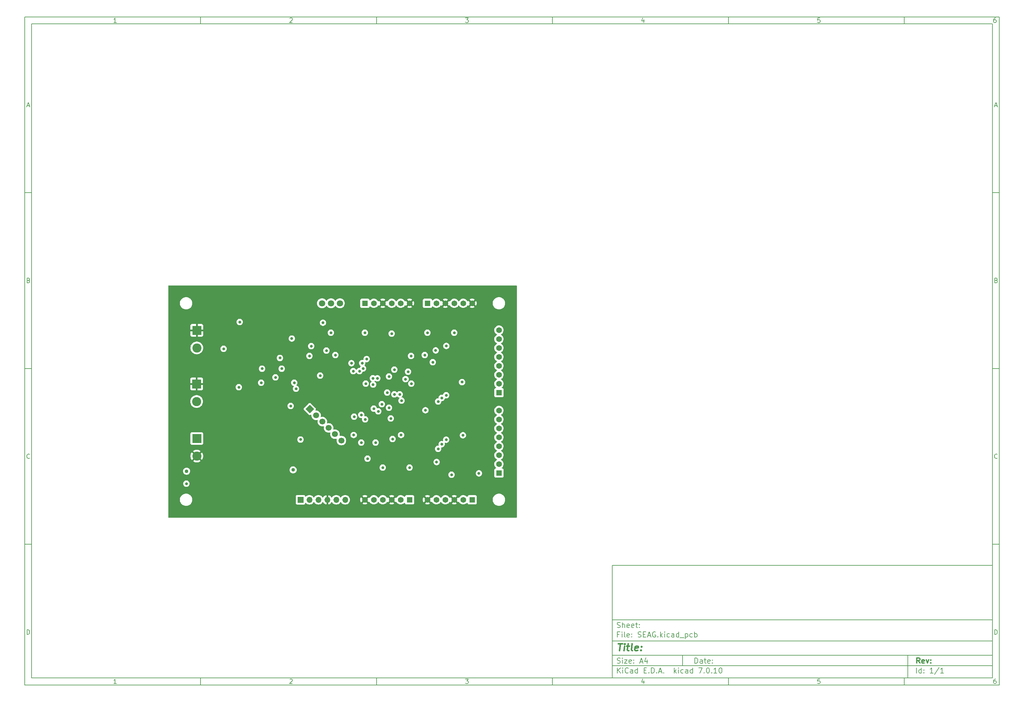
<source format=gbr>
%TF.GenerationSoftware,KiCad,Pcbnew,7.0.10*%
%TF.CreationDate,2024-04-20T16:07:25+02:00*%
%TF.ProjectId,SEAG,53454147-2e6b-4696-9361-645f70636258,rev?*%
%TF.SameCoordinates,Original*%
%TF.FileFunction,Copper,L2,Inr*%
%TF.FilePolarity,Positive*%
%FSLAX46Y46*%
G04 Gerber Fmt 4.6, Leading zero omitted, Abs format (unit mm)*
G04 Created by KiCad (PCBNEW 7.0.10) date 2024-04-20 16:07:25*
%MOMM*%
%LPD*%
G01*
G04 APERTURE LIST*
G04 Aperture macros list*
%AMHorizOval*
0 Thick line with rounded ends*
0 $1 width*
0 $2 $3 position (X,Y) of the first rounded end (center of the circle)*
0 $4 $5 position (X,Y) of the second rounded end (center of the circle)*
0 Add line between two ends*
20,1,$1,$2,$3,$4,$5,0*
0 Add two circle primitives to create the rounded ends*
1,1,$1,$2,$3*
1,1,$1,$4,$5*%
%AMRotRect*
0 Rectangle, with rotation*
0 The origin of the aperture is its center*
0 $1 length*
0 $2 width*
0 $3 Rotation angle, in degrees counterclockwise*
0 Add horizontal line*
21,1,$1,$2,0,0,$3*%
G04 Aperture macros list end*
%ADD10C,0.100000*%
%ADD11C,0.150000*%
%ADD12C,0.300000*%
%ADD13C,0.400000*%
%TA.AperFunction,ComponentPad*%
%ADD14R,2.600000X2.600000*%
%TD*%
%TA.AperFunction,ComponentPad*%
%ADD15C,2.600000*%
%TD*%
%TA.AperFunction,ComponentPad*%
%ADD16R,1.650000X1.650000*%
%TD*%
%TA.AperFunction,ComponentPad*%
%ADD17C,1.650000*%
%TD*%
%TA.AperFunction,ComponentPad*%
%ADD18C,1.800000*%
%TD*%
%TA.AperFunction,ComponentPad*%
%ADD19R,1.700000X1.700000*%
%TD*%
%TA.AperFunction,ComponentPad*%
%ADD20O,1.700000X1.700000*%
%TD*%
%TA.AperFunction,ComponentPad*%
%ADD21RotRect,1.700000X1.700000X45.000000*%
%TD*%
%TA.AperFunction,ComponentPad*%
%ADD22HorizOval,1.700000X0.000000X0.000000X0.000000X0.000000X0*%
%TD*%
%TA.AperFunction,ViaPad*%
%ADD23C,0.800000*%
%TD*%
%TA.AperFunction,ViaPad*%
%ADD24C,1.016000*%
%TD*%
%TA.AperFunction,ViaPad*%
%ADD25C,0.500000*%
%TD*%
G04 APERTURE END LIST*
D10*
D11*
X177002200Y-166007200D02*
X285002200Y-166007200D01*
X285002200Y-198007200D01*
X177002200Y-198007200D01*
X177002200Y-166007200D01*
D10*
D11*
X10000000Y-10000000D02*
X287002200Y-10000000D01*
X287002200Y-200007200D01*
X10000000Y-200007200D01*
X10000000Y-10000000D01*
D10*
D11*
X12000000Y-12000000D02*
X285002200Y-12000000D01*
X285002200Y-198007200D01*
X12000000Y-198007200D01*
X12000000Y-12000000D01*
D10*
D11*
X60000000Y-12000000D02*
X60000000Y-10000000D01*
D10*
D11*
X110000000Y-12000000D02*
X110000000Y-10000000D01*
D10*
D11*
X160000000Y-12000000D02*
X160000000Y-10000000D01*
D10*
D11*
X210000000Y-12000000D02*
X210000000Y-10000000D01*
D10*
D11*
X260000000Y-12000000D02*
X260000000Y-10000000D01*
D10*
D11*
X36089160Y-11593604D02*
X35346303Y-11593604D01*
X35717731Y-11593604D02*
X35717731Y-10293604D01*
X35717731Y-10293604D02*
X35593922Y-10479319D01*
X35593922Y-10479319D02*
X35470112Y-10603128D01*
X35470112Y-10603128D02*
X35346303Y-10665033D01*
D10*
D11*
X85346303Y-10417414D02*
X85408207Y-10355509D01*
X85408207Y-10355509D02*
X85532017Y-10293604D01*
X85532017Y-10293604D02*
X85841541Y-10293604D01*
X85841541Y-10293604D02*
X85965350Y-10355509D01*
X85965350Y-10355509D02*
X86027255Y-10417414D01*
X86027255Y-10417414D02*
X86089160Y-10541223D01*
X86089160Y-10541223D02*
X86089160Y-10665033D01*
X86089160Y-10665033D02*
X86027255Y-10850747D01*
X86027255Y-10850747D02*
X85284398Y-11593604D01*
X85284398Y-11593604D02*
X86089160Y-11593604D01*
D10*
D11*
X135284398Y-10293604D02*
X136089160Y-10293604D01*
X136089160Y-10293604D02*
X135655826Y-10788842D01*
X135655826Y-10788842D02*
X135841541Y-10788842D01*
X135841541Y-10788842D02*
X135965350Y-10850747D01*
X135965350Y-10850747D02*
X136027255Y-10912652D01*
X136027255Y-10912652D02*
X136089160Y-11036461D01*
X136089160Y-11036461D02*
X136089160Y-11345985D01*
X136089160Y-11345985D02*
X136027255Y-11469795D01*
X136027255Y-11469795D02*
X135965350Y-11531700D01*
X135965350Y-11531700D02*
X135841541Y-11593604D01*
X135841541Y-11593604D02*
X135470112Y-11593604D01*
X135470112Y-11593604D02*
X135346303Y-11531700D01*
X135346303Y-11531700D02*
X135284398Y-11469795D01*
D10*
D11*
X185965350Y-10726938D02*
X185965350Y-11593604D01*
X185655826Y-10231700D02*
X185346303Y-11160271D01*
X185346303Y-11160271D02*
X186151064Y-11160271D01*
D10*
D11*
X236027255Y-10293604D02*
X235408207Y-10293604D01*
X235408207Y-10293604D02*
X235346303Y-10912652D01*
X235346303Y-10912652D02*
X235408207Y-10850747D01*
X235408207Y-10850747D02*
X235532017Y-10788842D01*
X235532017Y-10788842D02*
X235841541Y-10788842D01*
X235841541Y-10788842D02*
X235965350Y-10850747D01*
X235965350Y-10850747D02*
X236027255Y-10912652D01*
X236027255Y-10912652D02*
X236089160Y-11036461D01*
X236089160Y-11036461D02*
X236089160Y-11345985D01*
X236089160Y-11345985D02*
X236027255Y-11469795D01*
X236027255Y-11469795D02*
X235965350Y-11531700D01*
X235965350Y-11531700D02*
X235841541Y-11593604D01*
X235841541Y-11593604D02*
X235532017Y-11593604D01*
X235532017Y-11593604D02*
X235408207Y-11531700D01*
X235408207Y-11531700D02*
X235346303Y-11469795D01*
D10*
D11*
X285965350Y-10293604D02*
X285717731Y-10293604D01*
X285717731Y-10293604D02*
X285593922Y-10355509D01*
X285593922Y-10355509D02*
X285532017Y-10417414D01*
X285532017Y-10417414D02*
X285408207Y-10603128D01*
X285408207Y-10603128D02*
X285346303Y-10850747D01*
X285346303Y-10850747D02*
X285346303Y-11345985D01*
X285346303Y-11345985D02*
X285408207Y-11469795D01*
X285408207Y-11469795D02*
X285470112Y-11531700D01*
X285470112Y-11531700D02*
X285593922Y-11593604D01*
X285593922Y-11593604D02*
X285841541Y-11593604D01*
X285841541Y-11593604D02*
X285965350Y-11531700D01*
X285965350Y-11531700D02*
X286027255Y-11469795D01*
X286027255Y-11469795D02*
X286089160Y-11345985D01*
X286089160Y-11345985D02*
X286089160Y-11036461D01*
X286089160Y-11036461D02*
X286027255Y-10912652D01*
X286027255Y-10912652D02*
X285965350Y-10850747D01*
X285965350Y-10850747D02*
X285841541Y-10788842D01*
X285841541Y-10788842D02*
X285593922Y-10788842D01*
X285593922Y-10788842D02*
X285470112Y-10850747D01*
X285470112Y-10850747D02*
X285408207Y-10912652D01*
X285408207Y-10912652D02*
X285346303Y-11036461D01*
D10*
D11*
X60000000Y-198007200D02*
X60000000Y-200007200D01*
D10*
D11*
X110000000Y-198007200D02*
X110000000Y-200007200D01*
D10*
D11*
X160000000Y-198007200D02*
X160000000Y-200007200D01*
D10*
D11*
X210000000Y-198007200D02*
X210000000Y-200007200D01*
D10*
D11*
X260000000Y-198007200D02*
X260000000Y-200007200D01*
D10*
D11*
X36089160Y-199600804D02*
X35346303Y-199600804D01*
X35717731Y-199600804D02*
X35717731Y-198300804D01*
X35717731Y-198300804D02*
X35593922Y-198486519D01*
X35593922Y-198486519D02*
X35470112Y-198610328D01*
X35470112Y-198610328D02*
X35346303Y-198672233D01*
D10*
D11*
X85346303Y-198424614D02*
X85408207Y-198362709D01*
X85408207Y-198362709D02*
X85532017Y-198300804D01*
X85532017Y-198300804D02*
X85841541Y-198300804D01*
X85841541Y-198300804D02*
X85965350Y-198362709D01*
X85965350Y-198362709D02*
X86027255Y-198424614D01*
X86027255Y-198424614D02*
X86089160Y-198548423D01*
X86089160Y-198548423D02*
X86089160Y-198672233D01*
X86089160Y-198672233D02*
X86027255Y-198857947D01*
X86027255Y-198857947D02*
X85284398Y-199600804D01*
X85284398Y-199600804D02*
X86089160Y-199600804D01*
D10*
D11*
X135284398Y-198300804D02*
X136089160Y-198300804D01*
X136089160Y-198300804D02*
X135655826Y-198796042D01*
X135655826Y-198796042D02*
X135841541Y-198796042D01*
X135841541Y-198796042D02*
X135965350Y-198857947D01*
X135965350Y-198857947D02*
X136027255Y-198919852D01*
X136027255Y-198919852D02*
X136089160Y-199043661D01*
X136089160Y-199043661D02*
X136089160Y-199353185D01*
X136089160Y-199353185D02*
X136027255Y-199476995D01*
X136027255Y-199476995D02*
X135965350Y-199538900D01*
X135965350Y-199538900D02*
X135841541Y-199600804D01*
X135841541Y-199600804D02*
X135470112Y-199600804D01*
X135470112Y-199600804D02*
X135346303Y-199538900D01*
X135346303Y-199538900D02*
X135284398Y-199476995D01*
D10*
D11*
X185965350Y-198734138D02*
X185965350Y-199600804D01*
X185655826Y-198238900D02*
X185346303Y-199167471D01*
X185346303Y-199167471D02*
X186151064Y-199167471D01*
D10*
D11*
X236027255Y-198300804D02*
X235408207Y-198300804D01*
X235408207Y-198300804D02*
X235346303Y-198919852D01*
X235346303Y-198919852D02*
X235408207Y-198857947D01*
X235408207Y-198857947D02*
X235532017Y-198796042D01*
X235532017Y-198796042D02*
X235841541Y-198796042D01*
X235841541Y-198796042D02*
X235965350Y-198857947D01*
X235965350Y-198857947D02*
X236027255Y-198919852D01*
X236027255Y-198919852D02*
X236089160Y-199043661D01*
X236089160Y-199043661D02*
X236089160Y-199353185D01*
X236089160Y-199353185D02*
X236027255Y-199476995D01*
X236027255Y-199476995D02*
X235965350Y-199538900D01*
X235965350Y-199538900D02*
X235841541Y-199600804D01*
X235841541Y-199600804D02*
X235532017Y-199600804D01*
X235532017Y-199600804D02*
X235408207Y-199538900D01*
X235408207Y-199538900D02*
X235346303Y-199476995D01*
D10*
D11*
X285965350Y-198300804D02*
X285717731Y-198300804D01*
X285717731Y-198300804D02*
X285593922Y-198362709D01*
X285593922Y-198362709D02*
X285532017Y-198424614D01*
X285532017Y-198424614D02*
X285408207Y-198610328D01*
X285408207Y-198610328D02*
X285346303Y-198857947D01*
X285346303Y-198857947D02*
X285346303Y-199353185D01*
X285346303Y-199353185D02*
X285408207Y-199476995D01*
X285408207Y-199476995D02*
X285470112Y-199538900D01*
X285470112Y-199538900D02*
X285593922Y-199600804D01*
X285593922Y-199600804D02*
X285841541Y-199600804D01*
X285841541Y-199600804D02*
X285965350Y-199538900D01*
X285965350Y-199538900D02*
X286027255Y-199476995D01*
X286027255Y-199476995D02*
X286089160Y-199353185D01*
X286089160Y-199353185D02*
X286089160Y-199043661D01*
X286089160Y-199043661D02*
X286027255Y-198919852D01*
X286027255Y-198919852D02*
X285965350Y-198857947D01*
X285965350Y-198857947D02*
X285841541Y-198796042D01*
X285841541Y-198796042D02*
X285593922Y-198796042D01*
X285593922Y-198796042D02*
X285470112Y-198857947D01*
X285470112Y-198857947D02*
X285408207Y-198919852D01*
X285408207Y-198919852D02*
X285346303Y-199043661D01*
D10*
D11*
X10000000Y-60000000D02*
X12000000Y-60000000D01*
D10*
D11*
X10000000Y-110000000D02*
X12000000Y-110000000D01*
D10*
D11*
X10000000Y-160000000D02*
X12000000Y-160000000D01*
D10*
D11*
X10690476Y-35222176D02*
X11309523Y-35222176D01*
X10566666Y-35593604D02*
X10999999Y-34293604D01*
X10999999Y-34293604D02*
X11433333Y-35593604D01*
D10*
D11*
X11092857Y-84912652D02*
X11278571Y-84974557D01*
X11278571Y-84974557D02*
X11340476Y-85036461D01*
X11340476Y-85036461D02*
X11402380Y-85160271D01*
X11402380Y-85160271D02*
X11402380Y-85345985D01*
X11402380Y-85345985D02*
X11340476Y-85469795D01*
X11340476Y-85469795D02*
X11278571Y-85531700D01*
X11278571Y-85531700D02*
X11154761Y-85593604D01*
X11154761Y-85593604D02*
X10659523Y-85593604D01*
X10659523Y-85593604D02*
X10659523Y-84293604D01*
X10659523Y-84293604D02*
X11092857Y-84293604D01*
X11092857Y-84293604D02*
X11216666Y-84355509D01*
X11216666Y-84355509D02*
X11278571Y-84417414D01*
X11278571Y-84417414D02*
X11340476Y-84541223D01*
X11340476Y-84541223D02*
X11340476Y-84665033D01*
X11340476Y-84665033D02*
X11278571Y-84788842D01*
X11278571Y-84788842D02*
X11216666Y-84850747D01*
X11216666Y-84850747D02*
X11092857Y-84912652D01*
X11092857Y-84912652D02*
X10659523Y-84912652D01*
D10*
D11*
X11402380Y-135469795D02*
X11340476Y-135531700D01*
X11340476Y-135531700D02*
X11154761Y-135593604D01*
X11154761Y-135593604D02*
X11030952Y-135593604D01*
X11030952Y-135593604D02*
X10845238Y-135531700D01*
X10845238Y-135531700D02*
X10721428Y-135407890D01*
X10721428Y-135407890D02*
X10659523Y-135284080D01*
X10659523Y-135284080D02*
X10597619Y-135036461D01*
X10597619Y-135036461D02*
X10597619Y-134850747D01*
X10597619Y-134850747D02*
X10659523Y-134603128D01*
X10659523Y-134603128D02*
X10721428Y-134479319D01*
X10721428Y-134479319D02*
X10845238Y-134355509D01*
X10845238Y-134355509D02*
X11030952Y-134293604D01*
X11030952Y-134293604D02*
X11154761Y-134293604D01*
X11154761Y-134293604D02*
X11340476Y-134355509D01*
X11340476Y-134355509D02*
X11402380Y-134417414D01*
D10*
D11*
X10659523Y-185593604D02*
X10659523Y-184293604D01*
X10659523Y-184293604D02*
X10969047Y-184293604D01*
X10969047Y-184293604D02*
X11154761Y-184355509D01*
X11154761Y-184355509D02*
X11278571Y-184479319D01*
X11278571Y-184479319D02*
X11340476Y-184603128D01*
X11340476Y-184603128D02*
X11402380Y-184850747D01*
X11402380Y-184850747D02*
X11402380Y-185036461D01*
X11402380Y-185036461D02*
X11340476Y-185284080D01*
X11340476Y-185284080D02*
X11278571Y-185407890D01*
X11278571Y-185407890D02*
X11154761Y-185531700D01*
X11154761Y-185531700D02*
X10969047Y-185593604D01*
X10969047Y-185593604D02*
X10659523Y-185593604D01*
D10*
D11*
X287002200Y-60000000D02*
X285002200Y-60000000D01*
D10*
D11*
X287002200Y-110000000D02*
X285002200Y-110000000D01*
D10*
D11*
X287002200Y-160000000D02*
X285002200Y-160000000D01*
D10*
D11*
X285692676Y-35222176D02*
X286311723Y-35222176D01*
X285568866Y-35593604D02*
X286002199Y-34293604D01*
X286002199Y-34293604D02*
X286435533Y-35593604D01*
D10*
D11*
X286095057Y-84912652D02*
X286280771Y-84974557D01*
X286280771Y-84974557D02*
X286342676Y-85036461D01*
X286342676Y-85036461D02*
X286404580Y-85160271D01*
X286404580Y-85160271D02*
X286404580Y-85345985D01*
X286404580Y-85345985D02*
X286342676Y-85469795D01*
X286342676Y-85469795D02*
X286280771Y-85531700D01*
X286280771Y-85531700D02*
X286156961Y-85593604D01*
X286156961Y-85593604D02*
X285661723Y-85593604D01*
X285661723Y-85593604D02*
X285661723Y-84293604D01*
X285661723Y-84293604D02*
X286095057Y-84293604D01*
X286095057Y-84293604D02*
X286218866Y-84355509D01*
X286218866Y-84355509D02*
X286280771Y-84417414D01*
X286280771Y-84417414D02*
X286342676Y-84541223D01*
X286342676Y-84541223D02*
X286342676Y-84665033D01*
X286342676Y-84665033D02*
X286280771Y-84788842D01*
X286280771Y-84788842D02*
X286218866Y-84850747D01*
X286218866Y-84850747D02*
X286095057Y-84912652D01*
X286095057Y-84912652D02*
X285661723Y-84912652D01*
D10*
D11*
X286404580Y-135469795D02*
X286342676Y-135531700D01*
X286342676Y-135531700D02*
X286156961Y-135593604D01*
X286156961Y-135593604D02*
X286033152Y-135593604D01*
X286033152Y-135593604D02*
X285847438Y-135531700D01*
X285847438Y-135531700D02*
X285723628Y-135407890D01*
X285723628Y-135407890D02*
X285661723Y-135284080D01*
X285661723Y-135284080D02*
X285599819Y-135036461D01*
X285599819Y-135036461D02*
X285599819Y-134850747D01*
X285599819Y-134850747D02*
X285661723Y-134603128D01*
X285661723Y-134603128D02*
X285723628Y-134479319D01*
X285723628Y-134479319D02*
X285847438Y-134355509D01*
X285847438Y-134355509D02*
X286033152Y-134293604D01*
X286033152Y-134293604D02*
X286156961Y-134293604D01*
X286156961Y-134293604D02*
X286342676Y-134355509D01*
X286342676Y-134355509D02*
X286404580Y-134417414D01*
D10*
D11*
X285661723Y-185593604D02*
X285661723Y-184293604D01*
X285661723Y-184293604D02*
X285971247Y-184293604D01*
X285971247Y-184293604D02*
X286156961Y-184355509D01*
X286156961Y-184355509D02*
X286280771Y-184479319D01*
X286280771Y-184479319D02*
X286342676Y-184603128D01*
X286342676Y-184603128D02*
X286404580Y-184850747D01*
X286404580Y-184850747D02*
X286404580Y-185036461D01*
X286404580Y-185036461D02*
X286342676Y-185284080D01*
X286342676Y-185284080D02*
X286280771Y-185407890D01*
X286280771Y-185407890D02*
X286156961Y-185531700D01*
X286156961Y-185531700D02*
X285971247Y-185593604D01*
X285971247Y-185593604D02*
X285661723Y-185593604D01*
D10*
D11*
X200458026Y-193793328D02*
X200458026Y-192293328D01*
X200458026Y-192293328D02*
X200815169Y-192293328D01*
X200815169Y-192293328D02*
X201029455Y-192364757D01*
X201029455Y-192364757D02*
X201172312Y-192507614D01*
X201172312Y-192507614D02*
X201243741Y-192650471D01*
X201243741Y-192650471D02*
X201315169Y-192936185D01*
X201315169Y-192936185D02*
X201315169Y-193150471D01*
X201315169Y-193150471D02*
X201243741Y-193436185D01*
X201243741Y-193436185D02*
X201172312Y-193579042D01*
X201172312Y-193579042D02*
X201029455Y-193721900D01*
X201029455Y-193721900D02*
X200815169Y-193793328D01*
X200815169Y-193793328D02*
X200458026Y-193793328D01*
X202600884Y-193793328D02*
X202600884Y-193007614D01*
X202600884Y-193007614D02*
X202529455Y-192864757D01*
X202529455Y-192864757D02*
X202386598Y-192793328D01*
X202386598Y-192793328D02*
X202100884Y-192793328D01*
X202100884Y-192793328D02*
X201958026Y-192864757D01*
X202600884Y-193721900D02*
X202458026Y-193793328D01*
X202458026Y-193793328D02*
X202100884Y-193793328D01*
X202100884Y-193793328D02*
X201958026Y-193721900D01*
X201958026Y-193721900D02*
X201886598Y-193579042D01*
X201886598Y-193579042D02*
X201886598Y-193436185D01*
X201886598Y-193436185D02*
X201958026Y-193293328D01*
X201958026Y-193293328D02*
X202100884Y-193221900D01*
X202100884Y-193221900D02*
X202458026Y-193221900D01*
X202458026Y-193221900D02*
X202600884Y-193150471D01*
X203100884Y-192793328D02*
X203672312Y-192793328D01*
X203315169Y-192293328D02*
X203315169Y-193579042D01*
X203315169Y-193579042D02*
X203386598Y-193721900D01*
X203386598Y-193721900D02*
X203529455Y-193793328D01*
X203529455Y-193793328D02*
X203672312Y-193793328D01*
X204743741Y-193721900D02*
X204600884Y-193793328D01*
X204600884Y-193793328D02*
X204315170Y-193793328D01*
X204315170Y-193793328D02*
X204172312Y-193721900D01*
X204172312Y-193721900D02*
X204100884Y-193579042D01*
X204100884Y-193579042D02*
X204100884Y-193007614D01*
X204100884Y-193007614D02*
X204172312Y-192864757D01*
X204172312Y-192864757D02*
X204315170Y-192793328D01*
X204315170Y-192793328D02*
X204600884Y-192793328D01*
X204600884Y-192793328D02*
X204743741Y-192864757D01*
X204743741Y-192864757D02*
X204815170Y-193007614D01*
X204815170Y-193007614D02*
X204815170Y-193150471D01*
X204815170Y-193150471D02*
X204100884Y-193293328D01*
X205458026Y-193650471D02*
X205529455Y-193721900D01*
X205529455Y-193721900D02*
X205458026Y-193793328D01*
X205458026Y-193793328D02*
X205386598Y-193721900D01*
X205386598Y-193721900D02*
X205458026Y-193650471D01*
X205458026Y-193650471D02*
X205458026Y-193793328D01*
X205458026Y-192864757D02*
X205529455Y-192936185D01*
X205529455Y-192936185D02*
X205458026Y-193007614D01*
X205458026Y-193007614D02*
X205386598Y-192936185D01*
X205386598Y-192936185D02*
X205458026Y-192864757D01*
X205458026Y-192864757D02*
X205458026Y-193007614D01*
D10*
D11*
X177002200Y-194507200D02*
X285002200Y-194507200D01*
D10*
D11*
X178458026Y-196593328D02*
X178458026Y-195093328D01*
X179315169Y-196593328D02*
X178672312Y-195736185D01*
X179315169Y-195093328D02*
X178458026Y-195950471D01*
X179958026Y-196593328D02*
X179958026Y-195593328D01*
X179958026Y-195093328D02*
X179886598Y-195164757D01*
X179886598Y-195164757D02*
X179958026Y-195236185D01*
X179958026Y-195236185D02*
X180029455Y-195164757D01*
X180029455Y-195164757D02*
X179958026Y-195093328D01*
X179958026Y-195093328D02*
X179958026Y-195236185D01*
X181529455Y-196450471D02*
X181458027Y-196521900D01*
X181458027Y-196521900D02*
X181243741Y-196593328D01*
X181243741Y-196593328D02*
X181100884Y-196593328D01*
X181100884Y-196593328D02*
X180886598Y-196521900D01*
X180886598Y-196521900D02*
X180743741Y-196379042D01*
X180743741Y-196379042D02*
X180672312Y-196236185D01*
X180672312Y-196236185D02*
X180600884Y-195950471D01*
X180600884Y-195950471D02*
X180600884Y-195736185D01*
X180600884Y-195736185D02*
X180672312Y-195450471D01*
X180672312Y-195450471D02*
X180743741Y-195307614D01*
X180743741Y-195307614D02*
X180886598Y-195164757D01*
X180886598Y-195164757D02*
X181100884Y-195093328D01*
X181100884Y-195093328D02*
X181243741Y-195093328D01*
X181243741Y-195093328D02*
X181458027Y-195164757D01*
X181458027Y-195164757D02*
X181529455Y-195236185D01*
X182815170Y-196593328D02*
X182815170Y-195807614D01*
X182815170Y-195807614D02*
X182743741Y-195664757D01*
X182743741Y-195664757D02*
X182600884Y-195593328D01*
X182600884Y-195593328D02*
X182315170Y-195593328D01*
X182315170Y-195593328D02*
X182172312Y-195664757D01*
X182815170Y-196521900D02*
X182672312Y-196593328D01*
X182672312Y-196593328D02*
X182315170Y-196593328D01*
X182315170Y-196593328D02*
X182172312Y-196521900D01*
X182172312Y-196521900D02*
X182100884Y-196379042D01*
X182100884Y-196379042D02*
X182100884Y-196236185D01*
X182100884Y-196236185D02*
X182172312Y-196093328D01*
X182172312Y-196093328D02*
X182315170Y-196021900D01*
X182315170Y-196021900D02*
X182672312Y-196021900D01*
X182672312Y-196021900D02*
X182815170Y-195950471D01*
X184172313Y-196593328D02*
X184172313Y-195093328D01*
X184172313Y-196521900D02*
X184029455Y-196593328D01*
X184029455Y-196593328D02*
X183743741Y-196593328D01*
X183743741Y-196593328D02*
X183600884Y-196521900D01*
X183600884Y-196521900D02*
X183529455Y-196450471D01*
X183529455Y-196450471D02*
X183458027Y-196307614D01*
X183458027Y-196307614D02*
X183458027Y-195879042D01*
X183458027Y-195879042D02*
X183529455Y-195736185D01*
X183529455Y-195736185D02*
X183600884Y-195664757D01*
X183600884Y-195664757D02*
X183743741Y-195593328D01*
X183743741Y-195593328D02*
X184029455Y-195593328D01*
X184029455Y-195593328D02*
X184172313Y-195664757D01*
X186029455Y-195807614D02*
X186529455Y-195807614D01*
X186743741Y-196593328D02*
X186029455Y-196593328D01*
X186029455Y-196593328D02*
X186029455Y-195093328D01*
X186029455Y-195093328D02*
X186743741Y-195093328D01*
X187386598Y-196450471D02*
X187458027Y-196521900D01*
X187458027Y-196521900D02*
X187386598Y-196593328D01*
X187386598Y-196593328D02*
X187315170Y-196521900D01*
X187315170Y-196521900D02*
X187386598Y-196450471D01*
X187386598Y-196450471D02*
X187386598Y-196593328D01*
X188100884Y-196593328D02*
X188100884Y-195093328D01*
X188100884Y-195093328D02*
X188458027Y-195093328D01*
X188458027Y-195093328D02*
X188672313Y-195164757D01*
X188672313Y-195164757D02*
X188815170Y-195307614D01*
X188815170Y-195307614D02*
X188886599Y-195450471D01*
X188886599Y-195450471D02*
X188958027Y-195736185D01*
X188958027Y-195736185D02*
X188958027Y-195950471D01*
X188958027Y-195950471D02*
X188886599Y-196236185D01*
X188886599Y-196236185D02*
X188815170Y-196379042D01*
X188815170Y-196379042D02*
X188672313Y-196521900D01*
X188672313Y-196521900D02*
X188458027Y-196593328D01*
X188458027Y-196593328D02*
X188100884Y-196593328D01*
X189600884Y-196450471D02*
X189672313Y-196521900D01*
X189672313Y-196521900D02*
X189600884Y-196593328D01*
X189600884Y-196593328D02*
X189529456Y-196521900D01*
X189529456Y-196521900D02*
X189600884Y-196450471D01*
X189600884Y-196450471D02*
X189600884Y-196593328D01*
X190243742Y-196164757D02*
X190958028Y-196164757D01*
X190100885Y-196593328D02*
X190600885Y-195093328D01*
X190600885Y-195093328D02*
X191100885Y-196593328D01*
X191600884Y-196450471D02*
X191672313Y-196521900D01*
X191672313Y-196521900D02*
X191600884Y-196593328D01*
X191600884Y-196593328D02*
X191529456Y-196521900D01*
X191529456Y-196521900D02*
X191600884Y-196450471D01*
X191600884Y-196450471D02*
X191600884Y-196593328D01*
X194600884Y-196593328D02*
X194600884Y-195093328D01*
X194743742Y-196021900D02*
X195172313Y-196593328D01*
X195172313Y-195593328D02*
X194600884Y-196164757D01*
X195815170Y-196593328D02*
X195815170Y-195593328D01*
X195815170Y-195093328D02*
X195743742Y-195164757D01*
X195743742Y-195164757D02*
X195815170Y-195236185D01*
X195815170Y-195236185D02*
X195886599Y-195164757D01*
X195886599Y-195164757D02*
X195815170Y-195093328D01*
X195815170Y-195093328D02*
X195815170Y-195236185D01*
X197172314Y-196521900D02*
X197029456Y-196593328D01*
X197029456Y-196593328D02*
X196743742Y-196593328D01*
X196743742Y-196593328D02*
X196600885Y-196521900D01*
X196600885Y-196521900D02*
X196529456Y-196450471D01*
X196529456Y-196450471D02*
X196458028Y-196307614D01*
X196458028Y-196307614D02*
X196458028Y-195879042D01*
X196458028Y-195879042D02*
X196529456Y-195736185D01*
X196529456Y-195736185D02*
X196600885Y-195664757D01*
X196600885Y-195664757D02*
X196743742Y-195593328D01*
X196743742Y-195593328D02*
X197029456Y-195593328D01*
X197029456Y-195593328D02*
X197172314Y-195664757D01*
X198458028Y-196593328D02*
X198458028Y-195807614D01*
X198458028Y-195807614D02*
X198386599Y-195664757D01*
X198386599Y-195664757D02*
X198243742Y-195593328D01*
X198243742Y-195593328D02*
X197958028Y-195593328D01*
X197958028Y-195593328D02*
X197815170Y-195664757D01*
X198458028Y-196521900D02*
X198315170Y-196593328D01*
X198315170Y-196593328D02*
X197958028Y-196593328D01*
X197958028Y-196593328D02*
X197815170Y-196521900D01*
X197815170Y-196521900D02*
X197743742Y-196379042D01*
X197743742Y-196379042D02*
X197743742Y-196236185D01*
X197743742Y-196236185D02*
X197815170Y-196093328D01*
X197815170Y-196093328D02*
X197958028Y-196021900D01*
X197958028Y-196021900D02*
X198315170Y-196021900D01*
X198315170Y-196021900D02*
X198458028Y-195950471D01*
X199815171Y-196593328D02*
X199815171Y-195093328D01*
X199815171Y-196521900D02*
X199672313Y-196593328D01*
X199672313Y-196593328D02*
X199386599Y-196593328D01*
X199386599Y-196593328D02*
X199243742Y-196521900D01*
X199243742Y-196521900D02*
X199172313Y-196450471D01*
X199172313Y-196450471D02*
X199100885Y-196307614D01*
X199100885Y-196307614D02*
X199100885Y-195879042D01*
X199100885Y-195879042D02*
X199172313Y-195736185D01*
X199172313Y-195736185D02*
X199243742Y-195664757D01*
X199243742Y-195664757D02*
X199386599Y-195593328D01*
X199386599Y-195593328D02*
X199672313Y-195593328D01*
X199672313Y-195593328D02*
X199815171Y-195664757D01*
X201529456Y-195093328D02*
X202529456Y-195093328D01*
X202529456Y-195093328D02*
X201886599Y-196593328D01*
X203100884Y-196450471D02*
X203172313Y-196521900D01*
X203172313Y-196521900D02*
X203100884Y-196593328D01*
X203100884Y-196593328D02*
X203029456Y-196521900D01*
X203029456Y-196521900D02*
X203100884Y-196450471D01*
X203100884Y-196450471D02*
X203100884Y-196593328D01*
X204100885Y-195093328D02*
X204243742Y-195093328D01*
X204243742Y-195093328D02*
X204386599Y-195164757D01*
X204386599Y-195164757D02*
X204458028Y-195236185D01*
X204458028Y-195236185D02*
X204529456Y-195379042D01*
X204529456Y-195379042D02*
X204600885Y-195664757D01*
X204600885Y-195664757D02*
X204600885Y-196021900D01*
X204600885Y-196021900D02*
X204529456Y-196307614D01*
X204529456Y-196307614D02*
X204458028Y-196450471D01*
X204458028Y-196450471D02*
X204386599Y-196521900D01*
X204386599Y-196521900D02*
X204243742Y-196593328D01*
X204243742Y-196593328D02*
X204100885Y-196593328D01*
X204100885Y-196593328D02*
X203958028Y-196521900D01*
X203958028Y-196521900D02*
X203886599Y-196450471D01*
X203886599Y-196450471D02*
X203815170Y-196307614D01*
X203815170Y-196307614D02*
X203743742Y-196021900D01*
X203743742Y-196021900D02*
X203743742Y-195664757D01*
X203743742Y-195664757D02*
X203815170Y-195379042D01*
X203815170Y-195379042D02*
X203886599Y-195236185D01*
X203886599Y-195236185D02*
X203958028Y-195164757D01*
X203958028Y-195164757D02*
X204100885Y-195093328D01*
X205243741Y-196450471D02*
X205315170Y-196521900D01*
X205315170Y-196521900D02*
X205243741Y-196593328D01*
X205243741Y-196593328D02*
X205172313Y-196521900D01*
X205172313Y-196521900D02*
X205243741Y-196450471D01*
X205243741Y-196450471D02*
X205243741Y-196593328D01*
X206743742Y-196593328D02*
X205886599Y-196593328D01*
X206315170Y-196593328D02*
X206315170Y-195093328D01*
X206315170Y-195093328D02*
X206172313Y-195307614D01*
X206172313Y-195307614D02*
X206029456Y-195450471D01*
X206029456Y-195450471D02*
X205886599Y-195521900D01*
X207672313Y-195093328D02*
X207815170Y-195093328D01*
X207815170Y-195093328D02*
X207958027Y-195164757D01*
X207958027Y-195164757D02*
X208029456Y-195236185D01*
X208029456Y-195236185D02*
X208100884Y-195379042D01*
X208100884Y-195379042D02*
X208172313Y-195664757D01*
X208172313Y-195664757D02*
X208172313Y-196021900D01*
X208172313Y-196021900D02*
X208100884Y-196307614D01*
X208100884Y-196307614D02*
X208029456Y-196450471D01*
X208029456Y-196450471D02*
X207958027Y-196521900D01*
X207958027Y-196521900D02*
X207815170Y-196593328D01*
X207815170Y-196593328D02*
X207672313Y-196593328D01*
X207672313Y-196593328D02*
X207529456Y-196521900D01*
X207529456Y-196521900D02*
X207458027Y-196450471D01*
X207458027Y-196450471D02*
X207386598Y-196307614D01*
X207386598Y-196307614D02*
X207315170Y-196021900D01*
X207315170Y-196021900D02*
X207315170Y-195664757D01*
X207315170Y-195664757D02*
X207386598Y-195379042D01*
X207386598Y-195379042D02*
X207458027Y-195236185D01*
X207458027Y-195236185D02*
X207529456Y-195164757D01*
X207529456Y-195164757D02*
X207672313Y-195093328D01*
D10*
D11*
X177002200Y-191507200D02*
X285002200Y-191507200D01*
D10*
D12*
X264413853Y-193785528D02*
X263913853Y-193071242D01*
X263556710Y-193785528D02*
X263556710Y-192285528D01*
X263556710Y-192285528D02*
X264128139Y-192285528D01*
X264128139Y-192285528D02*
X264270996Y-192356957D01*
X264270996Y-192356957D02*
X264342425Y-192428385D01*
X264342425Y-192428385D02*
X264413853Y-192571242D01*
X264413853Y-192571242D02*
X264413853Y-192785528D01*
X264413853Y-192785528D02*
X264342425Y-192928385D01*
X264342425Y-192928385D02*
X264270996Y-192999814D01*
X264270996Y-192999814D02*
X264128139Y-193071242D01*
X264128139Y-193071242D02*
X263556710Y-193071242D01*
X265628139Y-193714100D02*
X265485282Y-193785528D01*
X265485282Y-193785528D02*
X265199568Y-193785528D01*
X265199568Y-193785528D02*
X265056710Y-193714100D01*
X265056710Y-193714100D02*
X264985282Y-193571242D01*
X264985282Y-193571242D02*
X264985282Y-192999814D01*
X264985282Y-192999814D02*
X265056710Y-192856957D01*
X265056710Y-192856957D02*
X265199568Y-192785528D01*
X265199568Y-192785528D02*
X265485282Y-192785528D01*
X265485282Y-192785528D02*
X265628139Y-192856957D01*
X265628139Y-192856957D02*
X265699568Y-192999814D01*
X265699568Y-192999814D02*
X265699568Y-193142671D01*
X265699568Y-193142671D02*
X264985282Y-193285528D01*
X266199567Y-192785528D02*
X266556710Y-193785528D01*
X266556710Y-193785528D02*
X266913853Y-192785528D01*
X267485281Y-193642671D02*
X267556710Y-193714100D01*
X267556710Y-193714100D02*
X267485281Y-193785528D01*
X267485281Y-193785528D02*
X267413853Y-193714100D01*
X267413853Y-193714100D02*
X267485281Y-193642671D01*
X267485281Y-193642671D02*
X267485281Y-193785528D01*
X267485281Y-192856957D02*
X267556710Y-192928385D01*
X267556710Y-192928385D02*
X267485281Y-192999814D01*
X267485281Y-192999814D02*
X267413853Y-192928385D01*
X267413853Y-192928385D02*
X267485281Y-192856957D01*
X267485281Y-192856957D02*
X267485281Y-192999814D01*
D10*
D11*
X178386598Y-193721900D02*
X178600884Y-193793328D01*
X178600884Y-193793328D02*
X178958026Y-193793328D01*
X178958026Y-193793328D02*
X179100884Y-193721900D01*
X179100884Y-193721900D02*
X179172312Y-193650471D01*
X179172312Y-193650471D02*
X179243741Y-193507614D01*
X179243741Y-193507614D02*
X179243741Y-193364757D01*
X179243741Y-193364757D02*
X179172312Y-193221900D01*
X179172312Y-193221900D02*
X179100884Y-193150471D01*
X179100884Y-193150471D02*
X178958026Y-193079042D01*
X178958026Y-193079042D02*
X178672312Y-193007614D01*
X178672312Y-193007614D02*
X178529455Y-192936185D01*
X178529455Y-192936185D02*
X178458026Y-192864757D01*
X178458026Y-192864757D02*
X178386598Y-192721900D01*
X178386598Y-192721900D02*
X178386598Y-192579042D01*
X178386598Y-192579042D02*
X178458026Y-192436185D01*
X178458026Y-192436185D02*
X178529455Y-192364757D01*
X178529455Y-192364757D02*
X178672312Y-192293328D01*
X178672312Y-192293328D02*
X179029455Y-192293328D01*
X179029455Y-192293328D02*
X179243741Y-192364757D01*
X179886597Y-193793328D02*
X179886597Y-192793328D01*
X179886597Y-192293328D02*
X179815169Y-192364757D01*
X179815169Y-192364757D02*
X179886597Y-192436185D01*
X179886597Y-192436185D02*
X179958026Y-192364757D01*
X179958026Y-192364757D02*
X179886597Y-192293328D01*
X179886597Y-192293328D02*
X179886597Y-192436185D01*
X180458026Y-192793328D02*
X181243741Y-192793328D01*
X181243741Y-192793328D02*
X180458026Y-193793328D01*
X180458026Y-193793328D02*
X181243741Y-193793328D01*
X182386598Y-193721900D02*
X182243741Y-193793328D01*
X182243741Y-193793328D02*
X181958027Y-193793328D01*
X181958027Y-193793328D02*
X181815169Y-193721900D01*
X181815169Y-193721900D02*
X181743741Y-193579042D01*
X181743741Y-193579042D02*
X181743741Y-193007614D01*
X181743741Y-193007614D02*
X181815169Y-192864757D01*
X181815169Y-192864757D02*
X181958027Y-192793328D01*
X181958027Y-192793328D02*
X182243741Y-192793328D01*
X182243741Y-192793328D02*
X182386598Y-192864757D01*
X182386598Y-192864757D02*
X182458027Y-193007614D01*
X182458027Y-193007614D02*
X182458027Y-193150471D01*
X182458027Y-193150471D02*
X181743741Y-193293328D01*
X183100883Y-193650471D02*
X183172312Y-193721900D01*
X183172312Y-193721900D02*
X183100883Y-193793328D01*
X183100883Y-193793328D02*
X183029455Y-193721900D01*
X183029455Y-193721900D02*
X183100883Y-193650471D01*
X183100883Y-193650471D02*
X183100883Y-193793328D01*
X183100883Y-192864757D02*
X183172312Y-192936185D01*
X183172312Y-192936185D02*
X183100883Y-193007614D01*
X183100883Y-193007614D02*
X183029455Y-192936185D01*
X183029455Y-192936185D02*
X183100883Y-192864757D01*
X183100883Y-192864757D02*
X183100883Y-193007614D01*
X184886598Y-193364757D02*
X185600884Y-193364757D01*
X184743741Y-193793328D02*
X185243741Y-192293328D01*
X185243741Y-192293328D02*
X185743741Y-193793328D01*
X186886598Y-192793328D02*
X186886598Y-193793328D01*
X186529455Y-192221900D02*
X186172312Y-193293328D01*
X186172312Y-193293328D02*
X187100883Y-193293328D01*
D10*
D11*
X263458026Y-196593328D02*
X263458026Y-195093328D01*
X264815170Y-196593328D02*
X264815170Y-195093328D01*
X264815170Y-196521900D02*
X264672312Y-196593328D01*
X264672312Y-196593328D02*
X264386598Y-196593328D01*
X264386598Y-196593328D02*
X264243741Y-196521900D01*
X264243741Y-196521900D02*
X264172312Y-196450471D01*
X264172312Y-196450471D02*
X264100884Y-196307614D01*
X264100884Y-196307614D02*
X264100884Y-195879042D01*
X264100884Y-195879042D02*
X264172312Y-195736185D01*
X264172312Y-195736185D02*
X264243741Y-195664757D01*
X264243741Y-195664757D02*
X264386598Y-195593328D01*
X264386598Y-195593328D02*
X264672312Y-195593328D01*
X264672312Y-195593328D02*
X264815170Y-195664757D01*
X265529455Y-196450471D02*
X265600884Y-196521900D01*
X265600884Y-196521900D02*
X265529455Y-196593328D01*
X265529455Y-196593328D02*
X265458027Y-196521900D01*
X265458027Y-196521900D02*
X265529455Y-196450471D01*
X265529455Y-196450471D02*
X265529455Y-196593328D01*
X265529455Y-195664757D02*
X265600884Y-195736185D01*
X265600884Y-195736185D02*
X265529455Y-195807614D01*
X265529455Y-195807614D02*
X265458027Y-195736185D01*
X265458027Y-195736185D02*
X265529455Y-195664757D01*
X265529455Y-195664757D02*
X265529455Y-195807614D01*
X268172313Y-196593328D02*
X267315170Y-196593328D01*
X267743741Y-196593328D02*
X267743741Y-195093328D01*
X267743741Y-195093328D02*
X267600884Y-195307614D01*
X267600884Y-195307614D02*
X267458027Y-195450471D01*
X267458027Y-195450471D02*
X267315170Y-195521900D01*
X269886598Y-195021900D02*
X268600884Y-196950471D01*
X271172313Y-196593328D02*
X270315170Y-196593328D01*
X270743741Y-196593328D02*
X270743741Y-195093328D01*
X270743741Y-195093328D02*
X270600884Y-195307614D01*
X270600884Y-195307614D02*
X270458027Y-195450471D01*
X270458027Y-195450471D02*
X270315170Y-195521900D01*
D10*
D11*
X177002200Y-187507200D02*
X285002200Y-187507200D01*
D10*
D13*
X178693928Y-188211638D02*
X179836785Y-188211638D01*
X179015357Y-190211638D02*
X179265357Y-188211638D01*
X180253452Y-190211638D02*
X180420119Y-188878304D01*
X180503452Y-188211638D02*
X180396309Y-188306876D01*
X180396309Y-188306876D02*
X180479643Y-188402114D01*
X180479643Y-188402114D02*
X180586786Y-188306876D01*
X180586786Y-188306876D02*
X180503452Y-188211638D01*
X180503452Y-188211638D02*
X180479643Y-188402114D01*
X181086786Y-188878304D02*
X181848690Y-188878304D01*
X181455833Y-188211638D02*
X181241548Y-189925923D01*
X181241548Y-189925923D02*
X181312976Y-190116400D01*
X181312976Y-190116400D02*
X181491548Y-190211638D01*
X181491548Y-190211638D02*
X181682024Y-190211638D01*
X182634405Y-190211638D02*
X182455833Y-190116400D01*
X182455833Y-190116400D02*
X182384405Y-189925923D01*
X182384405Y-189925923D02*
X182598690Y-188211638D01*
X184170119Y-190116400D02*
X183967738Y-190211638D01*
X183967738Y-190211638D02*
X183586785Y-190211638D01*
X183586785Y-190211638D02*
X183408214Y-190116400D01*
X183408214Y-190116400D02*
X183336785Y-189925923D01*
X183336785Y-189925923D02*
X183432024Y-189164019D01*
X183432024Y-189164019D02*
X183551071Y-188973542D01*
X183551071Y-188973542D02*
X183753452Y-188878304D01*
X183753452Y-188878304D02*
X184134404Y-188878304D01*
X184134404Y-188878304D02*
X184312976Y-188973542D01*
X184312976Y-188973542D02*
X184384404Y-189164019D01*
X184384404Y-189164019D02*
X184360595Y-189354495D01*
X184360595Y-189354495D02*
X183384404Y-189544971D01*
X185134405Y-190021161D02*
X185217738Y-190116400D01*
X185217738Y-190116400D02*
X185110595Y-190211638D01*
X185110595Y-190211638D02*
X185027262Y-190116400D01*
X185027262Y-190116400D02*
X185134405Y-190021161D01*
X185134405Y-190021161D02*
X185110595Y-190211638D01*
X185265357Y-188973542D02*
X185348690Y-189068780D01*
X185348690Y-189068780D02*
X185241548Y-189164019D01*
X185241548Y-189164019D02*
X185158214Y-189068780D01*
X185158214Y-189068780D02*
X185265357Y-188973542D01*
X185265357Y-188973542D02*
X185241548Y-189164019D01*
D10*
D11*
X178958026Y-185607614D02*
X178458026Y-185607614D01*
X178458026Y-186393328D02*
X178458026Y-184893328D01*
X178458026Y-184893328D02*
X179172312Y-184893328D01*
X179743740Y-186393328D02*
X179743740Y-185393328D01*
X179743740Y-184893328D02*
X179672312Y-184964757D01*
X179672312Y-184964757D02*
X179743740Y-185036185D01*
X179743740Y-185036185D02*
X179815169Y-184964757D01*
X179815169Y-184964757D02*
X179743740Y-184893328D01*
X179743740Y-184893328D02*
X179743740Y-185036185D01*
X180672312Y-186393328D02*
X180529455Y-186321900D01*
X180529455Y-186321900D02*
X180458026Y-186179042D01*
X180458026Y-186179042D02*
X180458026Y-184893328D01*
X181815169Y-186321900D02*
X181672312Y-186393328D01*
X181672312Y-186393328D02*
X181386598Y-186393328D01*
X181386598Y-186393328D02*
X181243740Y-186321900D01*
X181243740Y-186321900D02*
X181172312Y-186179042D01*
X181172312Y-186179042D02*
X181172312Y-185607614D01*
X181172312Y-185607614D02*
X181243740Y-185464757D01*
X181243740Y-185464757D02*
X181386598Y-185393328D01*
X181386598Y-185393328D02*
X181672312Y-185393328D01*
X181672312Y-185393328D02*
X181815169Y-185464757D01*
X181815169Y-185464757D02*
X181886598Y-185607614D01*
X181886598Y-185607614D02*
X181886598Y-185750471D01*
X181886598Y-185750471D02*
X181172312Y-185893328D01*
X182529454Y-186250471D02*
X182600883Y-186321900D01*
X182600883Y-186321900D02*
X182529454Y-186393328D01*
X182529454Y-186393328D02*
X182458026Y-186321900D01*
X182458026Y-186321900D02*
X182529454Y-186250471D01*
X182529454Y-186250471D02*
X182529454Y-186393328D01*
X182529454Y-185464757D02*
X182600883Y-185536185D01*
X182600883Y-185536185D02*
X182529454Y-185607614D01*
X182529454Y-185607614D02*
X182458026Y-185536185D01*
X182458026Y-185536185D02*
X182529454Y-185464757D01*
X182529454Y-185464757D02*
X182529454Y-185607614D01*
X184315169Y-186321900D02*
X184529455Y-186393328D01*
X184529455Y-186393328D02*
X184886597Y-186393328D01*
X184886597Y-186393328D02*
X185029455Y-186321900D01*
X185029455Y-186321900D02*
X185100883Y-186250471D01*
X185100883Y-186250471D02*
X185172312Y-186107614D01*
X185172312Y-186107614D02*
X185172312Y-185964757D01*
X185172312Y-185964757D02*
X185100883Y-185821900D01*
X185100883Y-185821900D02*
X185029455Y-185750471D01*
X185029455Y-185750471D02*
X184886597Y-185679042D01*
X184886597Y-185679042D02*
X184600883Y-185607614D01*
X184600883Y-185607614D02*
X184458026Y-185536185D01*
X184458026Y-185536185D02*
X184386597Y-185464757D01*
X184386597Y-185464757D02*
X184315169Y-185321900D01*
X184315169Y-185321900D02*
X184315169Y-185179042D01*
X184315169Y-185179042D02*
X184386597Y-185036185D01*
X184386597Y-185036185D02*
X184458026Y-184964757D01*
X184458026Y-184964757D02*
X184600883Y-184893328D01*
X184600883Y-184893328D02*
X184958026Y-184893328D01*
X184958026Y-184893328D02*
X185172312Y-184964757D01*
X185815168Y-185607614D02*
X186315168Y-185607614D01*
X186529454Y-186393328D02*
X185815168Y-186393328D01*
X185815168Y-186393328D02*
X185815168Y-184893328D01*
X185815168Y-184893328D02*
X186529454Y-184893328D01*
X187100883Y-185964757D02*
X187815169Y-185964757D01*
X186958026Y-186393328D02*
X187458026Y-184893328D01*
X187458026Y-184893328D02*
X187958026Y-186393328D01*
X189243740Y-184964757D02*
X189100883Y-184893328D01*
X189100883Y-184893328D02*
X188886597Y-184893328D01*
X188886597Y-184893328D02*
X188672311Y-184964757D01*
X188672311Y-184964757D02*
X188529454Y-185107614D01*
X188529454Y-185107614D02*
X188458025Y-185250471D01*
X188458025Y-185250471D02*
X188386597Y-185536185D01*
X188386597Y-185536185D02*
X188386597Y-185750471D01*
X188386597Y-185750471D02*
X188458025Y-186036185D01*
X188458025Y-186036185D02*
X188529454Y-186179042D01*
X188529454Y-186179042D02*
X188672311Y-186321900D01*
X188672311Y-186321900D02*
X188886597Y-186393328D01*
X188886597Y-186393328D02*
X189029454Y-186393328D01*
X189029454Y-186393328D02*
X189243740Y-186321900D01*
X189243740Y-186321900D02*
X189315168Y-186250471D01*
X189315168Y-186250471D02*
X189315168Y-185750471D01*
X189315168Y-185750471D02*
X189029454Y-185750471D01*
X189958025Y-186250471D02*
X190029454Y-186321900D01*
X190029454Y-186321900D02*
X189958025Y-186393328D01*
X189958025Y-186393328D02*
X189886597Y-186321900D01*
X189886597Y-186321900D02*
X189958025Y-186250471D01*
X189958025Y-186250471D02*
X189958025Y-186393328D01*
X190672311Y-186393328D02*
X190672311Y-184893328D01*
X190815169Y-185821900D02*
X191243740Y-186393328D01*
X191243740Y-185393328D02*
X190672311Y-185964757D01*
X191886597Y-186393328D02*
X191886597Y-185393328D01*
X191886597Y-184893328D02*
X191815169Y-184964757D01*
X191815169Y-184964757D02*
X191886597Y-185036185D01*
X191886597Y-185036185D02*
X191958026Y-184964757D01*
X191958026Y-184964757D02*
X191886597Y-184893328D01*
X191886597Y-184893328D02*
X191886597Y-185036185D01*
X193243741Y-186321900D02*
X193100883Y-186393328D01*
X193100883Y-186393328D02*
X192815169Y-186393328D01*
X192815169Y-186393328D02*
X192672312Y-186321900D01*
X192672312Y-186321900D02*
X192600883Y-186250471D01*
X192600883Y-186250471D02*
X192529455Y-186107614D01*
X192529455Y-186107614D02*
X192529455Y-185679042D01*
X192529455Y-185679042D02*
X192600883Y-185536185D01*
X192600883Y-185536185D02*
X192672312Y-185464757D01*
X192672312Y-185464757D02*
X192815169Y-185393328D01*
X192815169Y-185393328D02*
X193100883Y-185393328D01*
X193100883Y-185393328D02*
X193243741Y-185464757D01*
X194529455Y-186393328D02*
X194529455Y-185607614D01*
X194529455Y-185607614D02*
X194458026Y-185464757D01*
X194458026Y-185464757D02*
X194315169Y-185393328D01*
X194315169Y-185393328D02*
X194029455Y-185393328D01*
X194029455Y-185393328D02*
X193886597Y-185464757D01*
X194529455Y-186321900D02*
X194386597Y-186393328D01*
X194386597Y-186393328D02*
X194029455Y-186393328D01*
X194029455Y-186393328D02*
X193886597Y-186321900D01*
X193886597Y-186321900D02*
X193815169Y-186179042D01*
X193815169Y-186179042D02*
X193815169Y-186036185D01*
X193815169Y-186036185D02*
X193886597Y-185893328D01*
X193886597Y-185893328D02*
X194029455Y-185821900D01*
X194029455Y-185821900D02*
X194386597Y-185821900D01*
X194386597Y-185821900D02*
X194529455Y-185750471D01*
X195886598Y-186393328D02*
X195886598Y-184893328D01*
X195886598Y-186321900D02*
X195743740Y-186393328D01*
X195743740Y-186393328D02*
X195458026Y-186393328D01*
X195458026Y-186393328D02*
X195315169Y-186321900D01*
X195315169Y-186321900D02*
X195243740Y-186250471D01*
X195243740Y-186250471D02*
X195172312Y-186107614D01*
X195172312Y-186107614D02*
X195172312Y-185679042D01*
X195172312Y-185679042D02*
X195243740Y-185536185D01*
X195243740Y-185536185D02*
X195315169Y-185464757D01*
X195315169Y-185464757D02*
X195458026Y-185393328D01*
X195458026Y-185393328D02*
X195743740Y-185393328D01*
X195743740Y-185393328D02*
X195886598Y-185464757D01*
X196243741Y-186536185D02*
X197386598Y-186536185D01*
X197743740Y-185393328D02*
X197743740Y-186893328D01*
X197743740Y-185464757D02*
X197886598Y-185393328D01*
X197886598Y-185393328D02*
X198172312Y-185393328D01*
X198172312Y-185393328D02*
X198315169Y-185464757D01*
X198315169Y-185464757D02*
X198386598Y-185536185D01*
X198386598Y-185536185D02*
X198458026Y-185679042D01*
X198458026Y-185679042D02*
X198458026Y-186107614D01*
X198458026Y-186107614D02*
X198386598Y-186250471D01*
X198386598Y-186250471D02*
X198315169Y-186321900D01*
X198315169Y-186321900D02*
X198172312Y-186393328D01*
X198172312Y-186393328D02*
X197886598Y-186393328D01*
X197886598Y-186393328D02*
X197743740Y-186321900D01*
X199743741Y-186321900D02*
X199600883Y-186393328D01*
X199600883Y-186393328D02*
X199315169Y-186393328D01*
X199315169Y-186393328D02*
X199172312Y-186321900D01*
X199172312Y-186321900D02*
X199100883Y-186250471D01*
X199100883Y-186250471D02*
X199029455Y-186107614D01*
X199029455Y-186107614D02*
X199029455Y-185679042D01*
X199029455Y-185679042D02*
X199100883Y-185536185D01*
X199100883Y-185536185D02*
X199172312Y-185464757D01*
X199172312Y-185464757D02*
X199315169Y-185393328D01*
X199315169Y-185393328D02*
X199600883Y-185393328D01*
X199600883Y-185393328D02*
X199743741Y-185464757D01*
X200386597Y-186393328D02*
X200386597Y-184893328D01*
X200386597Y-185464757D02*
X200529455Y-185393328D01*
X200529455Y-185393328D02*
X200815169Y-185393328D01*
X200815169Y-185393328D02*
X200958026Y-185464757D01*
X200958026Y-185464757D02*
X201029455Y-185536185D01*
X201029455Y-185536185D02*
X201100883Y-185679042D01*
X201100883Y-185679042D02*
X201100883Y-186107614D01*
X201100883Y-186107614D02*
X201029455Y-186250471D01*
X201029455Y-186250471D02*
X200958026Y-186321900D01*
X200958026Y-186321900D02*
X200815169Y-186393328D01*
X200815169Y-186393328D02*
X200529455Y-186393328D01*
X200529455Y-186393328D02*
X200386597Y-186321900D01*
D10*
D11*
X177002200Y-181507200D02*
X285002200Y-181507200D01*
D10*
D11*
X178386598Y-183621900D02*
X178600884Y-183693328D01*
X178600884Y-183693328D02*
X178958026Y-183693328D01*
X178958026Y-183693328D02*
X179100884Y-183621900D01*
X179100884Y-183621900D02*
X179172312Y-183550471D01*
X179172312Y-183550471D02*
X179243741Y-183407614D01*
X179243741Y-183407614D02*
X179243741Y-183264757D01*
X179243741Y-183264757D02*
X179172312Y-183121900D01*
X179172312Y-183121900D02*
X179100884Y-183050471D01*
X179100884Y-183050471D02*
X178958026Y-182979042D01*
X178958026Y-182979042D02*
X178672312Y-182907614D01*
X178672312Y-182907614D02*
X178529455Y-182836185D01*
X178529455Y-182836185D02*
X178458026Y-182764757D01*
X178458026Y-182764757D02*
X178386598Y-182621900D01*
X178386598Y-182621900D02*
X178386598Y-182479042D01*
X178386598Y-182479042D02*
X178458026Y-182336185D01*
X178458026Y-182336185D02*
X178529455Y-182264757D01*
X178529455Y-182264757D02*
X178672312Y-182193328D01*
X178672312Y-182193328D02*
X179029455Y-182193328D01*
X179029455Y-182193328D02*
X179243741Y-182264757D01*
X179886597Y-183693328D02*
X179886597Y-182193328D01*
X180529455Y-183693328D02*
X180529455Y-182907614D01*
X180529455Y-182907614D02*
X180458026Y-182764757D01*
X180458026Y-182764757D02*
X180315169Y-182693328D01*
X180315169Y-182693328D02*
X180100883Y-182693328D01*
X180100883Y-182693328D02*
X179958026Y-182764757D01*
X179958026Y-182764757D02*
X179886597Y-182836185D01*
X181815169Y-183621900D02*
X181672312Y-183693328D01*
X181672312Y-183693328D02*
X181386598Y-183693328D01*
X181386598Y-183693328D02*
X181243740Y-183621900D01*
X181243740Y-183621900D02*
X181172312Y-183479042D01*
X181172312Y-183479042D02*
X181172312Y-182907614D01*
X181172312Y-182907614D02*
X181243740Y-182764757D01*
X181243740Y-182764757D02*
X181386598Y-182693328D01*
X181386598Y-182693328D02*
X181672312Y-182693328D01*
X181672312Y-182693328D02*
X181815169Y-182764757D01*
X181815169Y-182764757D02*
X181886598Y-182907614D01*
X181886598Y-182907614D02*
X181886598Y-183050471D01*
X181886598Y-183050471D02*
X181172312Y-183193328D01*
X183100883Y-183621900D02*
X182958026Y-183693328D01*
X182958026Y-183693328D02*
X182672312Y-183693328D01*
X182672312Y-183693328D02*
X182529454Y-183621900D01*
X182529454Y-183621900D02*
X182458026Y-183479042D01*
X182458026Y-183479042D02*
X182458026Y-182907614D01*
X182458026Y-182907614D02*
X182529454Y-182764757D01*
X182529454Y-182764757D02*
X182672312Y-182693328D01*
X182672312Y-182693328D02*
X182958026Y-182693328D01*
X182958026Y-182693328D02*
X183100883Y-182764757D01*
X183100883Y-182764757D02*
X183172312Y-182907614D01*
X183172312Y-182907614D02*
X183172312Y-183050471D01*
X183172312Y-183050471D02*
X182458026Y-183193328D01*
X183600883Y-182693328D02*
X184172311Y-182693328D01*
X183815168Y-182193328D02*
X183815168Y-183479042D01*
X183815168Y-183479042D02*
X183886597Y-183621900D01*
X183886597Y-183621900D02*
X184029454Y-183693328D01*
X184029454Y-183693328D02*
X184172311Y-183693328D01*
X184672311Y-183550471D02*
X184743740Y-183621900D01*
X184743740Y-183621900D02*
X184672311Y-183693328D01*
X184672311Y-183693328D02*
X184600883Y-183621900D01*
X184600883Y-183621900D02*
X184672311Y-183550471D01*
X184672311Y-183550471D02*
X184672311Y-183693328D01*
X184672311Y-182764757D02*
X184743740Y-182836185D01*
X184743740Y-182836185D02*
X184672311Y-182907614D01*
X184672311Y-182907614D02*
X184600883Y-182836185D01*
X184600883Y-182836185D02*
X184672311Y-182764757D01*
X184672311Y-182764757D02*
X184672311Y-182907614D01*
D10*
D12*
D10*
D11*
D10*
D11*
D10*
D11*
D10*
D11*
D10*
D11*
X197002200Y-191507200D02*
X197002200Y-194507200D01*
D10*
D11*
X261002200Y-191507200D02*
X261002200Y-198007200D01*
D14*
%TO.N,Net-(D3-A1)*%
%TO.C,J1*%
X58928000Y-129900000D03*
D15*
%TO.N,GND*%
X58928000Y-134900000D03*
%TD*%
D14*
%TO.N,GND*%
%TO.C,J11*%
X58877000Y-114380000D03*
D15*
%TO.N,/AudioFiltering/AudioIn*%
X58877000Y-119380000D03*
%TD*%
D16*
%TO.N,/IO/Q0b*%
%TO.C,J14*%
X144780000Y-116840000D03*
D17*
%TO.N,/IO/Q1b*%
X144780000Y-114300000D03*
%TO.N,/IO/Q2b*%
X144780000Y-111760000D03*
%TO.N,/IO/Q3b*%
X144780000Y-109220000D03*
%TO.N,/IO/Q4b*%
X144780000Y-106680000D03*
%TO.N,/IO/Q5b*%
X144780000Y-104140000D03*
%TO.N,/IO/Q6b*%
X144780000Y-101600000D03*
%TO.N,/IO/Q7b*%
X144780000Y-99060000D03*
%TD*%
D16*
%TO.N,/IO/Q0l*%
%TO.C,J3*%
X144780000Y-139700000D03*
D17*
%TO.N,/IO/Q1l*%
X144780000Y-137160000D03*
%TO.N,/IO/Q2l*%
X144780000Y-134620000D03*
%TO.N,/IO/Q3l*%
X144780000Y-132080000D03*
%TO.N,/IO/Q4l*%
X144780000Y-129540000D03*
%TO.N,/IO/Q5l*%
X144780000Y-127000000D03*
%TO.N,/IO/Q6l*%
X144780000Y-124460000D03*
%TO.N,/IO/Q7l*%
X144780000Y-121920000D03*
%TD*%
D18*
%TO.N,RotEncoderButton*%
%TO.C,J8*%
X99568000Y-91440000D03*
%TO.N,RotEncoderIn2*%
X97028000Y-91440000D03*
%TO.N,RotEncoderIn1*%
X94488000Y-91440000D03*
%TD*%
D16*
%TO.N,Net-(J6-Pin_1)*%
%TO.C,J6*%
X137160000Y-147320000D03*
D17*
%TO.N,ToggleInput5*%
X134620000Y-147320000D03*
%TO.N,GND*%
X132080000Y-147320000D03*
%TO.N,Net-(J6-Pin_4)*%
X129540000Y-147320000D03*
%TO.N,ToggleInput6*%
X127000000Y-147320000D03*
%TO.N,GND*%
X124460000Y-147320000D03*
%TD*%
D16*
%TO.N,Net-(J4-Pin_1)*%
%TO.C,J4*%
X124460000Y-91440000D03*
D17*
%TO.N,ToggleInput1*%
X127000000Y-91440000D03*
%TO.N,GND*%
X129540000Y-91440000D03*
%TO.N,Net-(J4-Pin_4)*%
X132080000Y-91440000D03*
%TO.N,ToggleInput2*%
X134620000Y-91440000D03*
%TO.N,GND*%
X137160000Y-91440000D03*
%TD*%
D19*
%TO.N,/MCU/SWO*%
%TO.C,J2*%
X88392000Y-147320000D03*
D20*
%TO.N,/MCU/NRST*%
X90932000Y-147320000D03*
%TO.N,/MCU/SWDIO*%
X93472000Y-147320000D03*
%TO.N,GND*%
X96012000Y-147320000D03*
%TO.N,/MCU/SWCLK*%
X98552000Y-147320000D03*
%TO.N,+3V3*%
X101092000Y-147320000D03*
%TD*%
D16*
%TO.N,Net-(J7-Pin_1)*%
%TO.C,J7*%
X119380000Y-147320000D03*
D17*
%TO.N,ToggleInput7*%
X116840000Y-147320000D03*
%TO.N,GND*%
X114300000Y-147320000D03*
%TO.N,Net-(J7-Pin_4)*%
X111760000Y-147320000D03*
%TO.N,ToggleInput8*%
X109220000Y-147320000D03*
%TO.N,GND*%
X106680000Y-147320000D03*
%TD*%
D21*
%TO.N,I2C.SCL*%
%TO.C,J9*%
X91013872Y-121493872D03*
D22*
%TO.N,I2C.SDA*%
X92809923Y-123289923D03*
%TO.N,I2S.DSD*%
X94605974Y-125085974D03*
%TO.N,I2S.ASD*%
X96402026Y-126882026D03*
%TO.N,I2S.WS*%
X98198077Y-128678077D03*
%TO.N,I2S.CLK*%
X99994128Y-130474128D03*
%TD*%
D14*
%TO.N,GND*%
%TO.C,J12*%
X58928000Y-99140000D03*
D15*
%TO.N,Net-(J12-Pin_2)*%
X58928000Y-104140000D03*
%TD*%
D16*
%TO.N,Net-(J5-Pin_1)*%
%TO.C,J5*%
X106680000Y-91440000D03*
D17*
%TO.N,ToggleInput3*%
X109220000Y-91440000D03*
%TO.N,GND*%
X111760000Y-91440000D03*
%TO.N,Net-(J5-Pin_4)*%
X114300000Y-91440000D03*
%TO.N,ToggleInput4*%
X116840000Y-91440000D03*
%TO.N,GND*%
X119380000Y-91440000D03*
%TD*%
D23*
%TO.N,+3.3VA*%
X71120000Y-96774000D03*
X82550000Y-106993999D03*
X85918001Y-101471998D03*
X85598000Y-120650000D03*
D24*
X56030500Y-139192000D03*
D23*
X81280000Y-112522000D03*
D24*
X86291000Y-138829000D03*
D23*
X66548000Y-104394000D03*
X70866000Y-115316000D03*
X115062000Y-110309502D03*
D25*
%TO.N,GND*%
X85852000Y-110236000D03*
D23*
X109220000Y-99822000D03*
D25*
X87884000Y-108204000D03*
D23*
X116332000Y-108892498D03*
X80584000Y-103757998D03*
D25*
X85852000Y-108204000D03*
D23*
X71305000Y-135128000D03*
X125476000Y-138176000D03*
X116078000Y-100076000D03*
X129540000Y-115824000D03*
X125222000Y-120396000D03*
X122936000Y-114808000D03*
D25*
X87884000Y-110236000D03*
D23*
X101092000Y-122174000D03*
X134620000Y-138430000D03*
X134620000Y-132775000D03*
%TO.N,+3V3*%
X119814498Y-106426000D03*
X55958500Y-142748000D03*
X87122002Y-115753260D03*
X131318000Y-140208000D03*
X114300000Y-100076000D03*
X134553000Y-128965000D03*
X139088500Y-139803500D03*
X103632000Y-123698000D03*
X97028000Y-99822000D03*
X124460000Y-99822000D03*
X132080000Y-99822000D03*
X106680000Y-99822000D03*
X127066000Y-136586000D03*
X113538000Y-112268000D03*
X93980000Y-112014000D03*
X114554000Y-130048000D03*
X123891831Y-121855798D03*
X129825592Y-103567482D03*
X111760000Y-138176000D03*
X134300000Y-113858000D03*
X88392000Y-130193000D03*
X119380000Y-138176000D03*
%TO.N,/MCU/SWO*%
X113538000Y-121158000D03*
%TO.N,/MCU/NRST*%
X117094000Y-119126000D03*
%TO.N,/MCU/SWDIO*%
X109728000Y-131064000D03*
%TO.N,/MCU/SWCLK*%
X116967000Y-128905000D03*
%TO.N,MCLK*%
X103378000Y-110744000D03*
X106934000Y-114300000D03*
%TO.N,I2C.SDA*%
X95758000Y-104902000D03*
X115062000Y-117348000D03*
X91440000Y-103632000D03*
%TO.N,I2C.SCL*%
X111506000Y-120142000D03*
X90932000Y-106426000D03*
X98298000Y-106172000D03*
%TO.N,ShiftRegFDat*%
X127508000Y-119380000D03*
X127508000Y-132842000D03*
%TO.N,ShiftRegFClk*%
X128524000Y-131505000D03*
X128524000Y-118364000D03*
%TO.N,I2S.ASD*%
X116586000Y-117348000D03*
X107188000Y-107309653D03*
X105664000Y-131064000D03*
X103505000Y-128905000D03*
%TO.N,I2S.WS*%
X114046000Y-124206000D03*
X107442000Y-135636000D03*
X110231347Y-112780653D03*
X105913347Y-108462653D03*
%TO.N,I2S.CLK*%
X113030000Y-116840000D03*
X109220000Y-121412000D03*
X106172000Y-109982000D03*
X108966000Y-112776000D03*
%TO.N,I2S.DSD*%
X102870000Y-108484653D03*
X105156000Y-110744000D03*
X109029648Y-114554000D03*
%TO.N,ShiftRegBarDat*%
X119888000Y-114300000D03*
X125984000Y-108204000D03*
%TO.N,ShiftRegBarClk*%
X123698000Y-106172000D03*
X118961751Y-110908249D03*
%TO.N,ShiftRegBarStoClk*%
X126803695Y-104835000D03*
X118236751Y-113030000D03*
%TO.N,ShiftRegFStoClk*%
X129794000Y-130235000D03*
X129794000Y-117602000D03*
%TO.N,Net-(IC3-LINPUT1)*%
X86614000Y-114046000D03*
X77216000Y-114046000D03*
%TO.N,Net-(IC3-HP_L)*%
X77470000Y-110041999D03*
X83058000Y-110041999D03*
%TO.N,RotEncoderButton*%
X110490000Y-122174000D03*
X94773202Y-96981653D03*
%TO.N,RotEncoderIn2*%
X106755273Y-124460000D03*
%TO.N,RotEncoderIn1*%
X105664000Y-123190000D03*
%TD*%
%TA.AperFunction,Conductor*%
%TO.N,GND*%
G36*
X149802539Y-86380185D02*
G01*
X149848294Y-86432989D01*
X149859500Y-86484500D01*
X149859500Y-152276000D01*
X149839815Y-152343039D01*
X149787011Y-152388794D01*
X149735500Y-152400000D01*
X50924500Y-152400000D01*
X50857461Y-152380315D01*
X50811706Y-152327511D01*
X50800500Y-152276000D01*
X50800500Y-147451187D01*
X54129500Y-147451187D01*
X54148225Y-147575415D01*
X54168604Y-147710615D01*
X54168605Y-147710617D01*
X54168606Y-147710623D01*
X54245938Y-147961326D01*
X54359767Y-148197696D01*
X54359768Y-148197697D01*
X54359770Y-148197700D01*
X54359772Y-148197704D01*
X54506100Y-148412328D01*
X54507567Y-148414479D01*
X54686014Y-148606801D01*
X54686018Y-148606804D01*
X54686019Y-148606805D01*
X54891143Y-148770386D01*
X55118357Y-148901568D01*
X55362584Y-148997420D01*
X55618370Y-149055802D01*
X55618376Y-149055802D01*
X55618379Y-149055803D01*
X55814484Y-149070499D01*
X55814503Y-149070499D01*
X55814506Y-149070500D01*
X55814508Y-149070500D01*
X55945492Y-149070500D01*
X55945494Y-149070500D01*
X55945496Y-149070499D01*
X55945515Y-149070499D01*
X56141620Y-149055803D01*
X56141622Y-149055802D01*
X56141630Y-149055802D01*
X56397416Y-148997420D01*
X56641643Y-148901568D01*
X56868857Y-148770386D01*
X57073981Y-148606805D01*
X57085951Y-148593905D01*
X57170719Y-148502546D01*
X57252433Y-148414479D01*
X57386479Y-148217870D01*
X87041500Y-148217870D01*
X87041501Y-148217876D01*
X87047908Y-148277483D01*
X87098202Y-148412328D01*
X87098206Y-148412335D01*
X87184452Y-148527544D01*
X87184455Y-148527547D01*
X87299664Y-148613793D01*
X87299671Y-148613797D01*
X87434517Y-148664091D01*
X87434516Y-148664091D01*
X87441444Y-148664835D01*
X87494127Y-148670500D01*
X89289872Y-148670499D01*
X89349483Y-148664091D01*
X89484331Y-148613796D01*
X89599546Y-148527546D01*
X89685796Y-148412331D01*
X89734810Y-148280916D01*
X89776681Y-148224984D01*
X89842145Y-148200566D01*
X89910418Y-148215417D01*
X89938673Y-148236569D01*
X90060599Y-148358495D01*
X90157384Y-148426265D01*
X90254165Y-148494032D01*
X90254167Y-148494033D01*
X90254170Y-148494035D01*
X90468337Y-148593903D01*
X90468343Y-148593904D01*
X90468344Y-148593905D01*
X90523285Y-148608626D01*
X90696592Y-148655063D01*
X90873034Y-148670500D01*
X90931999Y-148675659D01*
X90932000Y-148675659D01*
X90932001Y-148675659D01*
X90990966Y-148670500D01*
X91167408Y-148655063D01*
X91395663Y-148593903D01*
X91609830Y-148494035D01*
X91803401Y-148358495D01*
X91970495Y-148191401D01*
X92100425Y-148005842D01*
X92155002Y-147962217D01*
X92224500Y-147955023D01*
X92286855Y-147986546D01*
X92303575Y-148005842D01*
X92433500Y-148191395D01*
X92433505Y-148191401D01*
X92600599Y-148358495D01*
X92697384Y-148426265D01*
X92794165Y-148494032D01*
X92794167Y-148494033D01*
X92794170Y-148494035D01*
X93008337Y-148593903D01*
X93008343Y-148593904D01*
X93008344Y-148593905D01*
X93063285Y-148608626D01*
X93236592Y-148655063D01*
X93413034Y-148670500D01*
X93471999Y-148675659D01*
X93472000Y-148675659D01*
X93472001Y-148675659D01*
X93530966Y-148670500D01*
X93707408Y-148655063D01*
X93935663Y-148593903D01*
X94149830Y-148494035D01*
X94343401Y-148358495D01*
X94510495Y-148191401D01*
X94640730Y-148005405D01*
X94695307Y-147961781D01*
X94764805Y-147954587D01*
X94827160Y-147986110D01*
X94843879Y-148005405D01*
X94973890Y-148191078D01*
X95140917Y-148358105D01*
X95334421Y-148493600D01*
X95548507Y-148593429D01*
X95548516Y-148593433D01*
X95762000Y-148650634D01*
X95762000Y-147755501D01*
X95869685Y-147804680D01*
X95976237Y-147820000D01*
X96047763Y-147820000D01*
X96154315Y-147804680D01*
X96262000Y-147755501D01*
X96262000Y-148650633D01*
X96475483Y-148593433D01*
X96475492Y-148593429D01*
X96689578Y-148493600D01*
X96883082Y-148358105D01*
X97050105Y-148191082D01*
X97180119Y-148005405D01*
X97234696Y-147961781D01*
X97304195Y-147954588D01*
X97366549Y-147986110D01*
X97383269Y-148005405D01*
X97513505Y-148191401D01*
X97680599Y-148358495D01*
X97777384Y-148426265D01*
X97874165Y-148494032D01*
X97874167Y-148494033D01*
X97874170Y-148494035D01*
X98088337Y-148593903D01*
X98088343Y-148593904D01*
X98088344Y-148593905D01*
X98143285Y-148608626D01*
X98316592Y-148655063D01*
X98493034Y-148670500D01*
X98551999Y-148675659D01*
X98552000Y-148675659D01*
X98552001Y-148675659D01*
X98610966Y-148670500D01*
X98787408Y-148655063D01*
X99015663Y-148593903D01*
X99229830Y-148494035D01*
X99423401Y-148358495D01*
X99590495Y-148191401D01*
X99720425Y-148005842D01*
X99775002Y-147962217D01*
X99844500Y-147955023D01*
X99906855Y-147986546D01*
X99923575Y-148005842D01*
X100053500Y-148191395D01*
X100053505Y-148191401D01*
X100220599Y-148358495D01*
X100317384Y-148426265D01*
X100414165Y-148494032D01*
X100414167Y-148494033D01*
X100414170Y-148494035D01*
X100628337Y-148593903D01*
X100628343Y-148593904D01*
X100628344Y-148593905D01*
X100683285Y-148608626D01*
X100856592Y-148655063D01*
X101033034Y-148670500D01*
X101091999Y-148675659D01*
X101092000Y-148675659D01*
X101092001Y-148675659D01*
X101150966Y-148670500D01*
X101327408Y-148655063D01*
X101555663Y-148593903D01*
X101769830Y-148494035D01*
X101963401Y-148358495D01*
X102130495Y-148191401D01*
X102266035Y-147997830D01*
X102365903Y-147783663D01*
X102427063Y-147555408D01*
X102447659Y-147320000D01*
X105349939Y-147320000D01*
X105370145Y-147550958D01*
X105370147Y-147550968D01*
X105430148Y-147774900D01*
X105430152Y-147774909D01*
X105528133Y-147985030D01*
X105583023Y-148063422D01*
X106154070Y-147492375D01*
X106156884Y-147505915D01*
X106226442Y-147640156D01*
X106329638Y-147750652D01*
X106458819Y-147829209D01*
X106510002Y-147843549D01*
X105936576Y-148416975D01*
X106014969Y-148471867D01*
X106225090Y-148569847D01*
X106225099Y-148569851D01*
X106449031Y-148629852D01*
X106449041Y-148629854D01*
X106679999Y-148650061D01*
X106680001Y-148650061D01*
X106910958Y-148629854D01*
X106910968Y-148629852D01*
X107134900Y-148569851D01*
X107134909Y-148569847D01*
X107345030Y-148471867D01*
X107345034Y-148471865D01*
X107423422Y-148416976D01*
X107423422Y-148416975D01*
X106851568Y-147845121D01*
X106968458Y-147794349D01*
X107085739Y-147698934D01*
X107172928Y-147575415D01*
X107203354Y-147489801D01*
X107776975Y-148063422D01*
X107776976Y-148063422D01*
X107831864Y-147985034D01*
X107837339Y-147973294D01*
X107883509Y-147920852D01*
X107950701Y-147901697D01*
X108017584Y-147921909D01*
X108062105Y-147973286D01*
X108067699Y-147985282D01*
X108200730Y-148175269D01*
X108364731Y-148339270D01*
X108554718Y-148472301D01*
X108764921Y-148570320D01*
X108988950Y-148630349D01*
X109153985Y-148644787D01*
X109219998Y-148650563D01*
X109220000Y-148650563D01*
X109220002Y-148650563D01*
X109277894Y-148645498D01*
X109451050Y-148630349D01*
X109675079Y-148570320D01*
X109885282Y-148472301D01*
X110075269Y-148339270D01*
X110239270Y-148175269D01*
X110372301Y-147985282D01*
X110377618Y-147973878D01*
X110423790Y-147921440D01*
X110490984Y-147902288D01*
X110557865Y-147922504D01*
X110602381Y-147973878D01*
X110607699Y-147985282D01*
X110740730Y-148175269D01*
X110904731Y-148339270D01*
X111094718Y-148472301D01*
X111304921Y-148570320D01*
X111528950Y-148630349D01*
X111693985Y-148644787D01*
X111759998Y-148650563D01*
X111760000Y-148650563D01*
X111760002Y-148650563D01*
X111817894Y-148645498D01*
X111991050Y-148630349D01*
X112215079Y-148570320D01*
X112425282Y-148472301D01*
X112615269Y-148339270D01*
X112779270Y-148175269D01*
X112912301Y-147985282D01*
X112917893Y-147973289D01*
X112964062Y-147920851D01*
X113031255Y-147901697D01*
X113098137Y-147921911D01*
X113142656Y-147973286D01*
X113148132Y-147985029D01*
X113203023Y-148063422D01*
X113774070Y-147492375D01*
X113776884Y-147505915D01*
X113846442Y-147640156D01*
X113949638Y-147750652D01*
X114078819Y-147829209D01*
X114130002Y-147843549D01*
X113556576Y-148416975D01*
X113634969Y-148471867D01*
X113845090Y-148569847D01*
X113845099Y-148569851D01*
X114069031Y-148629852D01*
X114069041Y-148629854D01*
X114299999Y-148650061D01*
X114300001Y-148650061D01*
X114530958Y-148629854D01*
X114530968Y-148629852D01*
X114754900Y-148569851D01*
X114754909Y-148569847D01*
X114965030Y-148471867D01*
X114965034Y-148471865D01*
X115043422Y-148416976D01*
X115043422Y-148416975D01*
X114471568Y-147845121D01*
X114588458Y-147794349D01*
X114705739Y-147698934D01*
X114792928Y-147575415D01*
X114823354Y-147489801D01*
X115396975Y-148063422D01*
X115396976Y-148063422D01*
X115451864Y-147985034D01*
X115457339Y-147973294D01*
X115503509Y-147920852D01*
X115570701Y-147901697D01*
X115637584Y-147921909D01*
X115682105Y-147973286D01*
X115687699Y-147985282D01*
X115820730Y-148175269D01*
X115984731Y-148339270D01*
X116174718Y-148472301D01*
X116384921Y-148570320D01*
X116608950Y-148630349D01*
X116773985Y-148644787D01*
X116839998Y-148650563D01*
X116840000Y-148650563D01*
X116840002Y-148650563D01*
X116897894Y-148645498D01*
X117071050Y-148630349D01*
X117295079Y-148570320D01*
X117505282Y-148472301D01*
X117695269Y-148339270D01*
X117850576Y-148183962D01*
X117911896Y-148150480D01*
X117981587Y-148155464D01*
X118037521Y-148197335D01*
X118056494Y-148245553D01*
X118059124Y-148244932D01*
X118060907Y-148252479D01*
X118111202Y-148387328D01*
X118111206Y-148387335D01*
X118197452Y-148502544D01*
X118197455Y-148502547D01*
X118312664Y-148588793D01*
X118312671Y-148588797D01*
X118447517Y-148639091D01*
X118447516Y-148639091D01*
X118454444Y-148639835D01*
X118507127Y-148645500D01*
X120252872Y-148645499D01*
X120312483Y-148639091D01*
X120447331Y-148588796D01*
X120562546Y-148502546D01*
X120648796Y-148387331D01*
X120699091Y-148252483D01*
X120705500Y-148192873D01*
X120705499Y-147320000D01*
X123129939Y-147320000D01*
X123150145Y-147550958D01*
X123150147Y-147550968D01*
X123210148Y-147774900D01*
X123210152Y-147774909D01*
X123308133Y-147985030D01*
X123363023Y-148063422D01*
X123934070Y-147492375D01*
X123936884Y-147505915D01*
X124006442Y-147640156D01*
X124109638Y-147750652D01*
X124238819Y-147829209D01*
X124290002Y-147843549D01*
X123716576Y-148416975D01*
X123794969Y-148471867D01*
X124005090Y-148569847D01*
X124005099Y-148569851D01*
X124229031Y-148629852D01*
X124229041Y-148629854D01*
X124459999Y-148650061D01*
X124460001Y-148650061D01*
X124690958Y-148629854D01*
X124690968Y-148629852D01*
X124914900Y-148569851D01*
X124914909Y-148569847D01*
X125125030Y-148471867D01*
X125125034Y-148471865D01*
X125203422Y-148416976D01*
X125203422Y-148416975D01*
X124631568Y-147845121D01*
X124748458Y-147794349D01*
X124865739Y-147698934D01*
X124952928Y-147575415D01*
X124983354Y-147489801D01*
X125556975Y-148063422D01*
X125556976Y-148063422D01*
X125611864Y-147985034D01*
X125617339Y-147973294D01*
X125663509Y-147920852D01*
X125730701Y-147901697D01*
X125797584Y-147921909D01*
X125842105Y-147973286D01*
X125847699Y-147985282D01*
X125980730Y-148175269D01*
X126144731Y-148339270D01*
X126334718Y-148472301D01*
X126544921Y-148570320D01*
X126768950Y-148630349D01*
X126933985Y-148644787D01*
X126999998Y-148650563D01*
X127000000Y-148650563D01*
X127000002Y-148650563D01*
X127057894Y-148645498D01*
X127231050Y-148630349D01*
X127455079Y-148570320D01*
X127665282Y-148472301D01*
X127855269Y-148339270D01*
X128019270Y-148175269D01*
X128152301Y-147985282D01*
X128157618Y-147973878D01*
X128203790Y-147921440D01*
X128270984Y-147902288D01*
X128337865Y-147922504D01*
X128382381Y-147973878D01*
X128387699Y-147985282D01*
X128520730Y-148175269D01*
X128684731Y-148339270D01*
X128874718Y-148472301D01*
X129084921Y-148570320D01*
X129308950Y-148630349D01*
X129473985Y-148644787D01*
X129539998Y-148650563D01*
X129540000Y-148650563D01*
X129540002Y-148650563D01*
X129597894Y-148645498D01*
X129771050Y-148630349D01*
X129995079Y-148570320D01*
X130205282Y-148472301D01*
X130395269Y-148339270D01*
X130559270Y-148175269D01*
X130692301Y-147985282D01*
X130697893Y-147973289D01*
X130744062Y-147920851D01*
X130811255Y-147901697D01*
X130878137Y-147921911D01*
X130922656Y-147973286D01*
X130928132Y-147985029D01*
X130983023Y-148063422D01*
X131554070Y-147492375D01*
X131556884Y-147505915D01*
X131626442Y-147640156D01*
X131729638Y-147750652D01*
X131858819Y-147829209D01*
X131910002Y-147843549D01*
X131336576Y-148416975D01*
X131414969Y-148471867D01*
X131625090Y-148569847D01*
X131625099Y-148569851D01*
X131849031Y-148629852D01*
X131849041Y-148629854D01*
X132079999Y-148650061D01*
X132080001Y-148650061D01*
X132310958Y-148629854D01*
X132310968Y-148629852D01*
X132534900Y-148569851D01*
X132534909Y-148569847D01*
X132745030Y-148471867D01*
X132745034Y-148471865D01*
X132823422Y-148416976D01*
X132823422Y-148416975D01*
X132251568Y-147845121D01*
X132368458Y-147794349D01*
X132485739Y-147698934D01*
X132572928Y-147575415D01*
X132603354Y-147489801D01*
X133176975Y-148063422D01*
X133176976Y-148063422D01*
X133231864Y-147985034D01*
X133237339Y-147973294D01*
X133283509Y-147920852D01*
X133350701Y-147901697D01*
X133417584Y-147921909D01*
X133462105Y-147973286D01*
X133467699Y-147985282D01*
X133600730Y-148175269D01*
X133764731Y-148339270D01*
X133954718Y-148472301D01*
X134164921Y-148570320D01*
X134388950Y-148630349D01*
X134553985Y-148644787D01*
X134619998Y-148650563D01*
X134620000Y-148650563D01*
X134620002Y-148650563D01*
X134677894Y-148645498D01*
X134851050Y-148630349D01*
X135075079Y-148570320D01*
X135285282Y-148472301D01*
X135475269Y-148339270D01*
X135630576Y-148183962D01*
X135691896Y-148150480D01*
X135761587Y-148155464D01*
X135817521Y-148197335D01*
X135836494Y-148245553D01*
X135839124Y-148244932D01*
X135840907Y-148252479D01*
X135891202Y-148387328D01*
X135891206Y-148387335D01*
X135977452Y-148502544D01*
X135977455Y-148502547D01*
X136092664Y-148588793D01*
X136092671Y-148588797D01*
X136227517Y-148639091D01*
X136227516Y-148639091D01*
X136234444Y-148639835D01*
X136287127Y-148645500D01*
X138032872Y-148645499D01*
X138092483Y-148639091D01*
X138227331Y-148588796D01*
X138342546Y-148502546D01*
X138428796Y-148387331D01*
X138479091Y-148252483D01*
X138485500Y-148192873D01*
X138485500Y-147451187D01*
X143029500Y-147451187D01*
X143048225Y-147575415D01*
X143068604Y-147710615D01*
X143068605Y-147710617D01*
X143068606Y-147710623D01*
X143145938Y-147961326D01*
X143259767Y-148197696D01*
X143259768Y-148197697D01*
X143259770Y-148197700D01*
X143259772Y-148197704D01*
X143406100Y-148412328D01*
X143407567Y-148414479D01*
X143586014Y-148606801D01*
X143586018Y-148606804D01*
X143586019Y-148606805D01*
X143791143Y-148770386D01*
X144018357Y-148901568D01*
X144262584Y-148997420D01*
X144518370Y-149055802D01*
X144518376Y-149055802D01*
X144518379Y-149055803D01*
X144714484Y-149070499D01*
X144714503Y-149070499D01*
X144714506Y-149070500D01*
X144714508Y-149070500D01*
X144845492Y-149070500D01*
X144845494Y-149070500D01*
X144845496Y-149070499D01*
X144845515Y-149070499D01*
X145041620Y-149055803D01*
X145041622Y-149055802D01*
X145041630Y-149055802D01*
X145297416Y-148997420D01*
X145541643Y-148901568D01*
X145768857Y-148770386D01*
X145973981Y-148606805D01*
X145985951Y-148593905D01*
X146070719Y-148502546D01*
X146152433Y-148414479D01*
X146300228Y-148197704D01*
X146302555Y-148192873D01*
X146364895Y-148063422D01*
X146414063Y-147961323D01*
X146491396Y-147710615D01*
X146530500Y-147451182D01*
X146530500Y-147188818D01*
X146491396Y-146929385D01*
X146414063Y-146678677D01*
X146392624Y-146634158D01*
X146300232Y-146442303D01*
X146300231Y-146442302D01*
X146300230Y-146442301D01*
X146300228Y-146442296D01*
X146152433Y-146225521D01*
X146078616Y-146145965D01*
X145973985Y-146033198D01*
X145913466Y-145984936D01*
X145768857Y-145869614D01*
X145541643Y-145738432D01*
X145297416Y-145642580D01*
X145297411Y-145642578D01*
X145297402Y-145642576D01*
X145079818Y-145592914D01*
X145041630Y-145584198D01*
X145041629Y-145584197D01*
X145041625Y-145584197D01*
X145041620Y-145584196D01*
X144845515Y-145569500D01*
X144845494Y-145569500D01*
X144714506Y-145569500D01*
X144714484Y-145569500D01*
X144518379Y-145584196D01*
X144518374Y-145584197D01*
X144262597Y-145642576D01*
X144262578Y-145642582D01*
X144018356Y-145738432D01*
X143791143Y-145869614D01*
X143586014Y-146033198D01*
X143407567Y-146225520D01*
X143259768Y-146442302D01*
X143259767Y-146442303D01*
X143145938Y-146678673D01*
X143068606Y-146929376D01*
X143068605Y-146929381D01*
X143068604Y-146929385D01*
X143063018Y-146966446D01*
X143029500Y-147188812D01*
X143029500Y-147451187D01*
X138485500Y-147451187D01*
X138485499Y-146447128D01*
X138479091Y-146387517D01*
X138439693Y-146281886D01*
X138428797Y-146252671D01*
X138428793Y-146252664D01*
X138342547Y-146137455D01*
X138342544Y-146137452D01*
X138227335Y-146051206D01*
X138227328Y-146051202D01*
X138092482Y-146000908D01*
X138092483Y-146000908D01*
X138032883Y-145994501D01*
X138032881Y-145994500D01*
X138032873Y-145994500D01*
X138032864Y-145994500D01*
X136287129Y-145994500D01*
X136287123Y-145994501D01*
X136227516Y-146000908D01*
X136092671Y-146051202D01*
X136092664Y-146051206D01*
X135977455Y-146137452D01*
X135977452Y-146137455D01*
X135891206Y-146252664D01*
X135891202Y-146252671D01*
X135840908Y-146387517D01*
X135839126Y-146395062D01*
X135836264Y-146394385D01*
X135814761Y-146446215D01*
X135757345Y-146486030D01*
X135687519Y-146488484D01*
X135630573Y-146456034D01*
X135475269Y-146300730D01*
X135475263Y-146300726D01*
X135285282Y-146167699D01*
X135075079Y-146069680D01*
X135075076Y-146069679D01*
X135075074Y-146069678D01*
X134851051Y-146009651D01*
X134851044Y-146009650D01*
X134620002Y-145989437D01*
X134619998Y-145989437D01*
X134388955Y-146009650D01*
X134388948Y-146009651D01*
X134164917Y-146069681D01*
X133954718Y-146167699D01*
X133954714Y-146167701D01*
X133764735Y-146300726D01*
X133764729Y-146300731D01*
X133600731Y-146464729D01*
X133600726Y-146464735D01*
X133467701Y-146654714D01*
X133467697Y-146654722D01*
X133462104Y-146666716D01*
X133415929Y-146719154D01*
X133348735Y-146738303D01*
X133281855Y-146718084D01*
X133237342Y-146666711D01*
X133231869Y-146654975D01*
X133231866Y-146654969D01*
X133176975Y-146576577D01*
X133176975Y-146576576D01*
X132605929Y-147147622D01*
X132603116Y-147134085D01*
X132533558Y-146999844D01*
X132430362Y-146889348D01*
X132301181Y-146810791D01*
X132249996Y-146796449D01*
X132823422Y-146223023D01*
X132745030Y-146168133D01*
X132534909Y-146070152D01*
X132534900Y-146070148D01*
X132310968Y-146010147D01*
X132310958Y-146010145D01*
X132080001Y-145989939D01*
X132079999Y-145989939D01*
X131849041Y-146010145D01*
X131849031Y-146010147D01*
X131625099Y-146070148D01*
X131625090Y-146070152D01*
X131414967Y-146168134D01*
X131336576Y-146223022D01*
X131908432Y-146794878D01*
X131791542Y-146845651D01*
X131674261Y-146941066D01*
X131587072Y-147064585D01*
X131556644Y-147150198D01*
X130983022Y-146576576D01*
X130928134Y-146654966D01*
X130922655Y-146666717D01*
X130876480Y-146719154D01*
X130809286Y-146738303D01*
X130742405Y-146718084D01*
X130697894Y-146666713D01*
X130692301Y-146654719D01*
X130559270Y-146464731D01*
X130395269Y-146300730D01*
X130205282Y-146167699D01*
X129995079Y-146069680D01*
X129995076Y-146069679D01*
X129995074Y-146069678D01*
X129771051Y-146009651D01*
X129771044Y-146009650D01*
X129540002Y-145989437D01*
X129539998Y-145989437D01*
X129308955Y-146009650D01*
X129308948Y-146009651D01*
X129084917Y-146069681D01*
X128874718Y-146167699D01*
X128874714Y-146167701D01*
X128684735Y-146300726D01*
X128684729Y-146300731D01*
X128520731Y-146464729D01*
X128520726Y-146464735D01*
X128387701Y-146654714D01*
X128387698Y-146654720D01*
X128382381Y-146666123D01*
X128336207Y-146718562D01*
X128269013Y-146737712D01*
X128202133Y-146717495D01*
X128157619Y-146666123D01*
X128152420Y-146654975D01*
X128152301Y-146654719D01*
X128152299Y-146654716D01*
X128152298Y-146654714D01*
X128019273Y-146464735D01*
X128019268Y-146464729D01*
X127855269Y-146300730D01*
X127855263Y-146300726D01*
X127665282Y-146167699D01*
X127455079Y-146069680D01*
X127455076Y-146069679D01*
X127455074Y-146069678D01*
X127231051Y-146009651D01*
X127231044Y-146009650D01*
X127000002Y-145989437D01*
X126999998Y-145989437D01*
X126768955Y-146009650D01*
X126768948Y-146009651D01*
X126544917Y-146069681D01*
X126334718Y-146167699D01*
X126334714Y-146167701D01*
X126144735Y-146300726D01*
X126144729Y-146300731D01*
X125980731Y-146464729D01*
X125980726Y-146464735D01*
X125847701Y-146654714D01*
X125847697Y-146654722D01*
X125842104Y-146666716D01*
X125795929Y-146719154D01*
X125728735Y-146738303D01*
X125661855Y-146718084D01*
X125617342Y-146666711D01*
X125611869Y-146654975D01*
X125611866Y-146654969D01*
X125556975Y-146576577D01*
X125556975Y-146576576D01*
X124985929Y-147147622D01*
X124983116Y-147134085D01*
X124913558Y-146999844D01*
X124810362Y-146889348D01*
X124681181Y-146810791D01*
X124629996Y-146796449D01*
X125203422Y-146223023D01*
X125125030Y-146168133D01*
X124914909Y-146070152D01*
X124914900Y-146070148D01*
X124690968Y-146010147D01*
X124690958Y-146010145D01*
X124460001Y-145989939D01*
X124459999Y-145989939D01*
X124229041Y-146010145D01*
X124229031Y-146010147D01*
X124005099Y-146070148D01*
X124005090Y-146070152D01*
X123794967Y-146168134D01*
X123716576Y-146223022D01*
X124288432Y-146794878D01*
X124171542Y-146845651D01*
X124054261Y-146941066D01*
X123967072Y-147064585D01*
X123936645Y-147150198D01*
X123363023Y-146576576D01*
X123363022Y-146576576D01*
X123308134Y-146654967D01*
X123210152Y-146865090D01*
X123210148Y-146865099D01*
X123150147Y-147089031D01*
X123150145Y-147089041D01*
X123129939Y-147319999D01*
X123129939Y-147320000D01*
X120705499Y-147320000D01*
X120705499Y-146447128D01*
X120699091Y-146387517D01*
X120659693Y-146281886D01*
X120648797Y-146252671D01*
X120648793Y-146252664D01*
X120562547Y-146137455D01*
X120562544Y-146137452D01*
X120447335Y-146051206D01*
X120447328Y-146051202D01*
X120312482Y-146000908D01*
X120312483Y-146000908D01*
X120252883Y-145994501D01*
X120252881Y-145994500D01*
X120252873Y-145994500D01*
X120252864Y-145994500D01*
X118507129Y-145994500D01*
X118507123Y-145994501D01*
X118447516Y-146000908D01*
X118312671Y-146051202D01*
X118312664Y-146051206D01*
X118197455Y-146137452D01*
X118197452Y-146137455D01*
X118111206Y-146252664D01*
X118111202Y-146252671D01*
X118060908Y-146387517D01*
X118059126Y-146395062D01*
X118056264Y-146394385D01*
X118034761Y-146446215D01*
X117977345Y-146486030D01*
X117907519Y-146488484D01*
X117850573Y-146456034D01*
X117695269Y-146300730D01*
X117695263Y-146300726D01*
X117505282Y-146167699D01*
X117295079Y-146069680D01*
X117295076Y-146069679D01*
X117295074Y-146069678D01*
X117071051Y-146009651D01*
X117071044Y-146009650D01*
X116840002Y-145989437D01*
X116839998Y-145989437D01*
X116608955Y-146009650D01*
X116608948Y-146009651D01*
X116384917Y-146069681D01*
X116174718Y-146167699D01*
X116174714Y-146167701D01*
X115984735Y-146300726D01*
X115984729Y-146300731D01*
X115820731Y-146464729D01*
X115820726Y-146464735D01*
X115687701Y-146654714D01*
X115687697Y-146654722D01*
X115682104Y-146666716D01*
X115635929Y-146719154D01*
X115568735Y-146738303D01*
X115501855Y-146718084D01*
X115457342Y-146666711D01*
X115451869Y-146654975D01*
X115451866Y-146654969D01*
X115396975Y-146576577D01*
X115396975Y-146576576D01*
X114825929Y-147147622D01*
X114823116Y-147134085D01*
X114753558Y-146999844D01*
X114650362Y-146889348D01*
X114521181Y-146810791D01*
X114469996Y-146796449D01*
X115043422Y-146223023D01*
X114965030Y-146168133D01*
X114754909Y-146070152D01*
X114754900Y-146070148D01*
X114530968Y-146010147D01*
X114530958Y-146010145D01*
X114300001Y-145989939D01*
X114299999Y-145989939D01*
X114069041Y-146010145D01*
X114069031Y-146010147D01*
X113845099Y-146070148D01*
X113845090Y-146070152D01*
X113634967Y-146168134D01*
X113556576Y-146223022D01*
X114128432Y-146794878D01*
X114011542Y-146845651D01*
X113894261Y-146941066D01*
X113807072Y-147064585D01*
X113776644Y-147150198D01*
X113203022Y-146576576D01*
X113148134Y-146654966D01*
X113142655Y-146666717D01*
X113096480Y-146719154D01*
X113029286Y-146738303D01*
X112962405Y-146718084D01*
X112917894Y-146666713D01*
X112912301Y-146654719D01*
X112779270Y-146464731D01*
X112615269Y-146300730D01*
X112425282Y-146167699D01*
X112215079Y-146069680D01*
X112215076Y-146069679D01*
X112215074Y-146069678D01*
X111991051Y-146009651D01*
X111991044Y-146009650D01*
X111760002Y-145989437D01*
X111759998Y-145989437D01*
X111528955Y-146009650D01*
X111528948Y-146009651D01*
X111304917Y-146069681D01*
X111094718Y-146167699D01*
X111094714Y-146167701D01*
X110904735Y-146300726D01*
X110904729Y-146300731D01*
X110740731Y-146464729D01*
X110740726Y-146464735D01*
X110607701Y-146654714D01*
X110607698Y-146654720D01*
X110602381Y-146666123D01*
X110556207Y-146718562D01*
X110489013Y-146737712D01*
X110422133Y-146717495D01*
X110377619Y-146666123D01*
X110372420Y-146654975D01*
X110372301Y-146654719D01*
X110372299Y-146654716D01*
X110372298Y-146654714D01*
X110239273Y-146464735D01*
X110239268Y-146464729D01*
X110075269Y-146300730D01*
X110075263Y-146300726D01*
X109885282Y-146167699D01*
X109675079Y-146069680D01*
X109675076Y-146069679D01*
X109675074Y-146069678D01*
X109451051Y-146009651D01*
X109451044Y-146009650D01*
X109220002Y-145989437D01*
X109219998Y-145989437D01*
X108988955Y-146009650D01*
X108988948Y-146009651D01*
X108764917Y-146069681D01*
X108554718Y-146167699D01*
X108554714Y-146167701D01*
X108364735Y-146300726D01*
X108364729Y-146300731D01*
X108200731Y-146464729D01*
X108200726Y-146464735D01*
X108067701Y-146654714D01*
X108067697Y-146654722D01*
X108062104Y-146666716D01*
X108015929Y-146719154D01*
X107948735Y-146738303D01*
X107881855Y-146718084D01*
X107837342Y-146666711D01*
X107831869Y-146654975D01*
X107831866Y-146654969D01*
X107776975Y-146576577D01*
X107776975Y-146576576D01*
X107205929Y-147147622D01*
X107203116Y-147134085D01*
X107133558Y-146999844D01*
X107030362Y-146889348D01*
X106901181Y-146810791D01*
X106849996Y-146796449D01*
X107423422Y-146223023D01*
X107345030Y-146168133D01*
X107134909Y-146070152D01*
X107134900Y-146070148D01*
X106910968Y-146010147D01*
X106910958Y-146010145D01*
X106680001Y-145989939D01*
X106679999Y-145989939D01*
X106449041Y-146010145D01*
X106449031Y-146010147D01*
X106225099Y-146070148D01*
X106225090Y-146070152D01*
X106014967Y-146168134D01*
X105936576Y-146223022D01*
X106508432Y-146794878D01*
X106391542Y-146845651D01*
X106274261Y-146941066D01*
X106187072Y-147064585D01*
X106156644Y-147150198D01*
X105583022Y-146576576D01*
X105528134Y-146654967D01*
X105430152Y-146865090D01*
X105430148Y-146865099D01*
X105370147Y-147089031D01*
X105370145Y-147089041D01*
X105349939Y-147319999D01*
X105349939Y-147320000D01*
X102447659Y-147320000D01*
X102427063Y-147084592D01*
X102365903Y-146856337D01*
X102266035Y-146642171D01*
X102260731Y-146634595D01*
X102130494Y-146448597D01*
X101963402Y-146281506D01*
X101963395Y-146281501D01*
X101769834Y-146145967D01*
X101769830Y-146145965D01*
X101751574Y-146137452D01*
X101555663Y-146046097D01*
X101555659Y-146046096D01*
X101555655Y-146046094D01*
X101327413Y-145984938D01*
X101327403Y-145984936D01*
X101092001Y-145964341D01*
X101091999Y-145964341D01*
X100856596Y-145984936D01*
X100856586Y-145984938D01*
X100628344Y-146046094D01*
X100628335Y-146046098D01*
X100414171Y-146145964D01*
X100414169Y-146145965D01*
X100220597Y-146281505D01*
X100053505Y-146448597D01*
X99923575Y-146634158D01*
X99868998Y-146677783D01*
X99799500Y-146684977D01*
X99737145Y-146653454D01*
X99720425Y-146634158D01*
X99590494Y-146448597D01*
X99423402Y-146281506D01*
X99423395Y-146281501D01*
X99229834Y-146145967D01*
X99229830Y-146145965D01*
X99211574Y-146137452D01*
X99015663Y-146046097D01*
X99015659Y-146046096D01*
X99015655Y-146046094D01*
X98787413Y-145984938D01*
X98787403Y-145984936D01*
X98552001Y-145964341D01*
X98551999Y-145964341D01*
X98316596Y-145984936D01*
X98316586Y-145984938D01*
X98088344Y-146046094D01*
X98088335Y-146046098D01*
X97874171Y-146145964D01*
X97874169Y-146145965D01*
X97680597Y-146281505D01*
X97513508Y-146448594D01*
X97383269Y-146634595D01*
X97328692Y-146678219D01*
X97259193Y-146685412D01*
X97196839Y-146653890D01*
X97180119Y-146634594D01*
X97050113Y-146448926D01*
X97050108Y-146448920D01*
X96883082Y-146281894D01*
X96689578Y-146146399D01*
X96475492Y-146046570D01*
X96475486Y-146046567D01*
X96262000Y-145989364D01*
X96262000Y-146884498D01*
X96154315Y-146835320D01*
X96047763Y-146820000D01*
X95976237Y-146820000D01*
X95869685Y-146835320D01*
X95762000Y-146884498D01*
X95762000Y-145989364D01*
X95761999Y-145989364D01*
X95548513Y-146046567D01*
X95548507Y-146046570D01*
X95334422Y-146146399D01*
X95334420Y-146146400D01*
X95140926Y-146281886D01*
X95140920Y-146281891D01*
X94973891Y-146448920D01*
X94973890Y-146448922D01*
X94843880Y-146634595D01*
X94789303Y-146678219D01*
X94719804Y-146685412D01*
X94657450Y-146653890D01*
X94640730Y-146634594D01*
X94510494Y-146448597D01*
X94343402Y-146281506D01*
X94343395Y-146281501D01*
X94149834Y-146145967D01*
X94149830Y-146145965D01*
X94131574Y-146137452D01*
X93935663Y-146046097D01*
X93935659Y-146046096D01*
X93935655Y-146046094D01*
X93707413Y-145984938D01*
X93707403Y-145984936D01*
X93472001Y-145964341D01*
X93471999Y-145964341D01*
X93236596Y-145984936D01*
X93236586Y-145984938D01*
X93008344Y-146046094D01*
X93008335Y-146046098D01*
X92794171Y-146145964D01*
X92794169Y-146145965D01*
X92600597Y-146281505D01*
X92433505Y-146448597D01*
X92303575Y-146634158D01*
X92248998Y-146677783D01*
X92179500Y-146684977D01*
X92117145Y-146653454D01*
X92100425Y-146634158D01*
X91970494Y-146448597D01*
X91803402Y-146281506D01*
X91803395Y-146281501D01*
X91609834Y-146145967D01*
X91609830Y-146145965D01*
X91591574Y-146137452D01*
X91395663Y-146046097D01*
X91395659Y-146046096D01*
X91395655Y-146046094D01*
X91167413Y-145984938D01*
X91167403Y-145984936D01*
X90932001Y-145964341D01*
X90931999Y-145964341D01*
X90696596Y-145984936D01*
X90696586Y-145984938D01*
X90468344Y-146046094D01*
X90468335Y-146046098D01*
X90254171Y-146145964D01*
X90254169Y-146145965D01*
X90060600Y-146281503D01*
X89938673Y-146403430D01*
X89877350Y-146436914D01*
X89807658Y-146431930D01*
X89751725Y-146390058D01*
X89734810Y-146359081D01*
X89685797Y-146227671D01*
X89685793Y-146227664D01*
X89599547Y-146112455D01*
X89599544Y-146112452D01*
X89484335Y-146026206D01*
X89484328Y-146026202D01*
X89349482Y-145975908D01*
X89349483Y-145975908D01*
X89289883Y-145969501D01*
X89289881Y-145969500D01*
X89289873Y-145969500D01*
X89289864Y-145969500D01*
X87494129Y-145969500D01*
X87494123Y-145969501D01*
X87434516Y-145975908D01*
X87299671Y-146026202D01*
X87299664Y-146026206D01*
X87184455Y-146112452D01*
X87184452Y-146112455D01*
X87098206Y-146227664D01*
X87098202Y-146227671D01*
X87047908Y-146362517D01*
X87041501Y-146422116D01*
X87041500Y-146422135D01*
X87041500Y-148217870D01*
X57386479Y-148217870D01*
X57400228Y-148197704D01*
X57402555Y-148192873D01*
X57464895Y-148063422D01*
X57514063Y-147961323D01*
X57591396Y-147710615D01*
X57630500Y-147451182D01*
X57630500Y-147188818D01*
X57591396Y-146929385D01*
X57514063Y-146678677D01*
X57492624Y-146634158D01*
X57400232Y-146442303D01*
X57400231Y-146442302D01*
X57400230Y-146442301D01*
X57400228Y-146442296D01*
X57252433Y-146225521D01*
X57178616Y-146145965D01*
X57073985Y-146033198D01*
X57013466Y-145984936D01*
X56868857Y-145869614D01*
X56641643Y-145738432D01*
X56397416Y-145642580D01*
X56397411Y-145642578D01*
X56397402Y-145642576D01*
X56179818Y-145592914D01*
X56141630Y-145584198D01*
X56141629Y-145584197D01*
X56141625Y-145584197D01*
X56141620Y-145584196D01*
X55945515Y-145569500D01*
X55945494Y-145569500D01*
X55814506Y-145569500D01*
X55814484Y-145569500D01*
X55618379Y-145584196D01*
X55618374Y-145584197D01*
X55362597Y-145642576D01*
X55362578Y-145642582D01*
X55118356Y-145738432D01*
X54891143Y-145869614D01*
X54686014Y-146033198D01*
X54507567Y-146225520D01*
X54359768Y-146442302D01*
X54359767Y-146442303D01*
X54245938Y-146678673D01*
X54168606Y-146929376D01*
X54168605Y-146929381D01*
X54168604Y-146929385D01*
X54163018Y-146966446D01*
X54129500Y-147188812D01*
X54129500Y-147451187D01*
X50800500Y-147451187D01*
X50800500Y-142748000D01*
X55053040Y-142748000D01*
X55072826Y-142936256D01*
X55072827Y-142936259D01*
X55131318Y-143116277D01*
X55131321Y-143116284D01*
X55225967Y-143280216D01*
X55352629Y-143420888D01*
X55505765Y-143532148D01*
X55505770Y-143532151D01*
X55678692Y-143609142D01*
X55678697Y-143609144D01*
X55863854Y-143648500D01*
X55863855Y-143648500D01*
X56053144Y-143648500D01*
X56053146Y-143648500D01*
X56238303Y-143609144D01*
X56411230Y-143532151D01*
X56564371Y-143420888D01*
X56691033Y-143280216D01*
X56785679Y-143116284D01*
X56844174Y-142936256D01*
X56863960Y-142748000D01*
X56844174Y-142559744D01*
X56785679Y-142379716D01*
X56691033Y-142215784D01*
X56564371Y-142075112D01*
X56564370Y-142075111D01*
X56411234Y-141963851D01*
X56411229Y-141963848D01*
X56238307Y-141886857D01*
X56238302Y-141886855D01*
X56092501Y-141855865D01*
X56053146Y-141847500D01*
X55863854Y-141847500D01*
X55831397Y-141854398D01*
X55678697Y-141886855D01*
X55678692Y-141886857D01*
X55505770Y-141963848D01*
X55505765Y-141963851D01*
X55352629Y-142075111D01*
X55225966Y-142215785D01*
X55131321Y-142379715D01*
X55131318Y-142379722D01*
X55072827Y-142559740D01*
X55072826Y-142559744D01*
X55053040Y-142748000D01*
X50800500Y-142748000D01*
X50800500Y-140208000D01*
X130412540Y-140208000D01*
X130432326Y-140396256D01*
X130432327Y-140396259D01*
X130490818Y-140576277D01*
X130490821Y-140576284D01*
X130585467Y-140740216D01*
X130712129Y-140880888D01*
X130865265Y-140992148D01*
X130865270Y-140992151D01*
X131038192Y-141069142D01*
X131038197Y-141069144D01*
X131223354Y-141108500D01*
X131223355Y-141108500D01*
X131412644Y-141108500D01*
X131412646Y-141108500D01*
X131597803Y-141069144D01*
X131770730Y-140992151D01*
X131923871Y-140880888D01*
X132050533Y-140740216D01*
X132145179Y-140576284D01*
X132203674Y-140396256D01*
X132223460Y-140208000D01*
X132203674Y-140019744D01*
X132145179Y-139839716D01*
X132124270Y-139803500D01*
X138183040Y-139803500D01*
X138202826Y-139991756D01*
X138202827Y-139991759D01*
X138261318Y-140171777D01*
X138261321Y-140171784D01*
X138355967Y-140335716D01*
X138482629Y-140476388D01*
X138635765Y-140587648D01*
X138635770Y-140587651D01*
X138808692Y-140664642D01*
X138808697Y-140664644D01*
X138993854Y-140704000D01*
X138993855Y-140704000D01*
X139183144Y-140704000D01*
X139183146Y-140704000D01*
X139368303Y-140664644D01*
X139541230Y-140587651D01*
X139694371Y-140476388D01*
X139821033Y-140335716D01*
X139915679Y-140171784D01*
X139974174Y-139991756D01*
X139993960Y-139803500D01*
X139974174Y-139615244D01*
X139915679Y-139435216D01*
X139821033Y-139271284D01*
X139694371Y-139130612D01*
X139694370Y-139130611D01*
X139541234Y-139019351D01*
X139541229Y-139019348D01*
X139368307Y-138942357D01*
X139368302Y-138942355D01*
X139222501Y-138911365D01*
X139183146Y-138903000D01*
X138993854Y-138903000D01*
X138961397Y-138909898D01*
X138808697Y-138942355D01*
X138808692Y-138942357D01*
X138635770Y-139019348D01*
X138635765Y-139019351D01*
X138482629Y-139130611D01*
X138355966Y-139271285D01*
X138261321Y-139435215D01*
X138261318Y-139435222D01*
X138202827Y-139615240D01*
X138202826Y-139615244D01*
X138183040Y-139803500D01*
X132124270Y-139803500D01*
X132050533Y-139675784D01*
X131923871Y-139535112D01*
X131923870Y-139535111D01*
X131770734Y-139423851D01*
X131770729Y-139423848D01*
X131597807Y-139346857D01*
X131597802Y-139346855D01*
X131452001Y-139315865D01*
X131412646Y-139307500D01*
X131223354Y-139307500D01*
X131190897Y-139314398D01*
X131038197Y-139346855D01*
X131038192Y-139346857D01*
X130865270Y-139423848D01*
X130865265Y-139423851D01*
X130712129Y-139535111D01*
X130585466Y-139675785D01*
X130490821Y-139839715D01*
X130490818Y-139839722D01*
X130441419Y-139991759D01*
X130432326Y-140019744D01*
X130412540Y-140208000D01*
X50800500Y-140208000D01*
X50800500Y-139192000D01*
X55017120Y-139192000D01*
X55036591Y-139389699D01*
X55094260Y-139579808D01*
X55187901Y-139754998D01*
X55187905Y-139755005D01*
X55313931Y-139908568D01*
X55467494Y-140034594D01*
X55467501Y-140034598D01*
X55642691Y-140128239D01*
X55642693Y-140128239D01*
X55642696Y-140128241D01*
X55832799Y-140185908D01*
X55832798Y-140185908D01*
X55850524Y-140187653D01*
X56030500Y-140205380D01*
X56228201Y-140185908D01*
X56418304Y-140128241D01*
X56593504Y-140034595D01*
X56747068Y-139908568D01*
X56873095Y-139755004D01*
X56966741Y-139579804D01*
X57024408Y-139389701D01*
X57043880Y-139192000D01*
X57024408Y-138994299D01*
X56974265Y-138829000D01*
X85277620Y-138829000D01*
X85297091Y-139026699D01*
X85354760Y-139216808D01*
X85448401Y-139391998D01*
X85448405Y-139392005D01*
X85574431Y-139545568D01*
X85727994Y-139671594D01*
X85728001Y-139671598D01*
X85903191Y-139765239D01*
X85903193Y-139765239D01*
X85903196Y-139765241D01*
X86093299Y-139822908D01*
X86093298Y-139822908D01*
X86111024Y-139824653D01*
X86291000Y-139842380D01*
X86488701Y-139822908D01*
X86678804Y-139765241D01*
X86697968Y-139754998D01*
X86853998Y-139671598D01*
X86854004Y-139671595D01*
X87007568Y-139545568D01*
X87133595Y-139392004D01*
X87227241Y-139216804D01*
X87284908Y-139026701D01*
X87304380Y-138829000D01*
X87284908Y-138631299D01*
X87227241Y-138441196D01*
X87227239Y-138441193D01*
X87227239Y-138441191D01*
X87133598Y-138266001D01*
X87133594Y-138265994D01*
X87059738Y-138176000D01*
X110854540Y-138176000D01*
X110874326Y-138364256D01*
X110874327Y-138364259D01*
X110932818Y-138544277D01*
X110932821Y-138544284D01*
X111027467Y-138708216D01*
X111136222Y-138829000D01*
X111154129Y-138848888D01*
X111307265Y-138960148D01*
X111307270Y-138960151D01*
X111480192Y-139037142D01*
X111480197Y-139037144D01*
X111665354Y-139076500D01*
X111665355Y-139076500D01*
X111854644Y-139076500D01*
X111854646Y-139076500D01*
X112039803Y-139037144D01*
X112212730Y-138960151D01*
X112365871Y-138848888D01*
X112492533Y-138708216D01*
X112587179Y-138544284D01*
X112645674Y-138364256D01*
X112665460Y-138176000D01*
X118474540Y-138176000D01*
X118494326Y-138364256D01*
X118494327Y-138364259D01*
X118552818Y-138544277D01*
X118552821Y-138544284D01*
X118647467Y-138708216D01*
X118756222Y-138829000D01*
X118774129Y-138848888D01*
X118927265Y-138960148D01*
X118927270Y-138960151D01*
X119100192Y-139037142D01*
X119100197Y-139037144D01*
X119285354Y-139076500D01*
X119285355Y-139076500D01*
X119474644Y-139076500D01*
X119474646Y-139076500D01*
X119659803Y-139037144D01*
X119832730Y-138960151D01*
X119985871Y-138848888D01*
X120112533Y-138708216D01*
X120207179Y-138544284D01*
X120265674Y-138364256D01*
X120285460Y-138176000D01*
X120265674Y-137987744D01*
X120207179Y-137807716D01*
X120112533Y-137643784D01*
X119985871Y-137503112D01*
X119985870Y-137503111D01*
X119832734Y-137391851D01*
X119832729Y-137391848D01*
X119659807Y-137314857D01*
X119659802Y-137314855D01*
X119514001Y-137283865D01*
X119474646Y-137275500D01*
X119285354Y-137275500D01*
X119252897Y-137282398D01*
X119100197Y-137314855D01*
X119100192Y-137314857D01*
X118927270Y-137391848D01*
X118927265Y-137391851D01*
X118774129Y-137503111D01*
X118647466Y-137643785D01*
X118552821Y-137807715D01*
X118552818Y-137807722D01*
X118525188Y-137892760D01*
X118494326Y-137987744D01*
X118474540Y-138176000D01*
X112665460Y-138176000D01*
X112645674Y-137987744D01*
X112587179Y-137807716D01*
X112492533Y-137643784D01*
X112365871Y-137503112D01*
X112365870Y-137503111D01*
X112212734Y-137391851D01*
X112212729Y-137391848D01*
X112039807Y-137314857D01*
X112039802Y-137314855D01*
X111894001Y-137283865D01*
X111854646Y-137275500D01*
X111665354Y-137275500D01*
X111632897Y-137282398D01*
X111480197Y-137314855D01*
X111480192Y-137314857D01*
X111307270Y-137391848D01*
X111307265Y-137391851D01*
X111154129Y-137503111D01*
X111027466Y-137643785D01*
X110932821Y-137807715D01*
X110932818Y-137807722D01*
X110905188Y-137892760D01*
X110874326Y-137987744D01*
X110854540Y-138176000D01*
X87059738Y-138176000D01*
X87007568Y-138112431D01*
X86854005Y-137986405D01*
X86853998Y-137986401D01*
X86678808Y-137892760D01*
X86583752Y-137863925D01*
X86488701Y-137835092D01*
X86488699Y-137835091D01*
X86488701Y-137835091D01*
X86291000Y-137815620D01*
X86093300Y-137835091D01*
X85903191Y-137892760D01*
X85728001Y-137986401D01*
X85727994Y-137986405D01*
X85574431Y-138112431D01*
X85448405Y-138265994D01*
X85448401Y-138266001D01*
X85354760Y-138441191D01*
X85297091Y-138631300D01*
X85277620Y-138829000D01*
X56974265Y-138829000D01*
X56966741Y-138804196D01*
X56966739Y-138804193D01*
X56966739Y-138804191D01*
X56873098Y-138629001D01*
X56873094Y-138628994D01*
X56747068Y-138475431D01*
X56593505Y-138349405D01*
X56593498Y-138349401D01*
X56418308Y-138255760D01*
X56323252Y-138226925D01*
X56228201Y-138198092D01*
X56228199Y-138198091D01*
X56228201Y-138198091D01*
X56030500Y-138178620D01*
X55832800Y-138198091D01*
X55642691Y-138255760D01*
X55467501Y-138349401D01*
X55467494Y-138349405D01*
X55313931Y-138475431D01*
X55187905Y-138628994D01*
X55187901Y-138629001D01*
X55094260Y-138804191D01*
X55036591Y-138994300D01*
X55017120Y-139192000D01*
X50800500Y-139192000D01*
X50800500Y-134900004D01*
X57122953Y-134900004D01*
X57143113Y-135169026D01*
X57143113Y-135169028D01*
X57203142Y-135432033D01*
X57203148Y-135432052D01*
X57301709Y-135683181D01*
X57301708Y-135683181D01*
X57436602Y-135916822D01*
X57490294Y-135984151D01*
X57490295Y-135984151D01*
X58325452Y-135148993D01*
X58335188Y-135178956D01*
X58423186Y-135317619D01*
X58542903Y-135430040D01*
X58677510Y-135504041D01*
X57842848Y-136338702D01*
X58025483Y-136463220D01*
X58025485Y-136463221D01*
X58268539Y-136580269D01*
X58268537Y-136580269D01*
X58526337Y-136659790D01*
X58526343Y-136659792D01*
X58793101Y-136699999D01*
X58793110Y-136700000D01*
X59062890Y-136700000D01*
X59062898Y-136699999D01*
X59329656Y-136659792D01*
X59329662Y-136659790D01*
X59568882Y-136586000D01*
X126160540Y-136586000D01*
X126180326Y-136774256D01*
X126180327Y-136774259D01*
X126238818Y-136954277D01*
X126238821Y-136954284D01*
X126333467Y-137118216D01*
X126460129Y-137258888D01*
X126613265Y-137370148D01*
X126613270Y-137370151D01*
X126786192Y-137447142D01*
X126786197Y-137447144D01*
X126971354Y-137486500D01*
X126971355Y-137486500D01*
X127160644Y-137486500D01*
X127160646Y-137486500D01*
X127345803Y-137447144D01*
X127518730Y-137370151D01*
X127671871Y-137258888D01*
X127760910Y-137160001D01*
X143449437Y-137160001D01*
X143469650Y-137391044D01*
X143469651Y-137391051D01*
X143529678Y-137615074D01*
X143529679Y-137615076D01*
X143529680Y-137615079D01*
X143627699Y-137825282D01*
X143674948Y-137892760D01*
X143760730Y-138015269D01*
X143916034Y-138170573D01*
X143949519Y-138231896D01*
X143944535Y-138301588D01*
X143902663Y-138357521D01*
X143854447Y-138376496D01*
X143855068Y-138379124D01*
X143847520Y-138380907D01*
X143712671Y-138431202D01*
X143712664Y-138431206D01*
X143597455Y-138517452D01*
X143597452Y-138517455D01*
X143511206Y-138632664D01*
X143511202Y-138632671D01*
X143460908Y-138767517D01*
X143456965Y-138804196D01*
X143454501Y-138827123D01*
X143454500Y-138827135D01*
X143454500Y-140572870D01*
X143454501Y-140572876D01*
X143460908Y-140632483D01*
X143511202Y-140767328D01*
X143511206Y-140767335D01*
X143597452Y-140882544D01*
X143597455Y-140882547D01*
X143712664Y-140968793D01*
X143712671Y-140968797D01*
X143847517Y-141019091D01*
X143847516Y-141019091D01*
X143854444Y-141019835D01*
X143907127Y-141025500D01*
X145652872Y-141025499D01*
X145712483Y-141019091D01*
X145847331Y-140968796D01*
X145962546Y-140882546D01*
X146048796Y-140767331D01*
X146099091Y-140632483D01*
X146105500Y-140572873D01*
X146105499Y-138827128D01*
X146099091Y-138767517D01*
X146076973Y-138708216D01*
X146048797Y-138632671D01*
X146048793Y-138632664D01*
X145962547Y-138517455D01*
X145962544Y-138517452D01*
X145847335Y-138431206D01*
X145847328Y-138431202D01*
X145712482Y-138380908D01*
X145704938Y-138379126D01*
X145705614Y-138376263D01*
X145653790Y-138354765D01*
X145613971Y-138297352D01*
X145611514Y-138227526D01*
X145643962Y-138170576D01*
X145799270Y-138015269D01*
X145932301Y-137825282D01*
X146030320Y-137615079D01*
X146090349Y-137391050D01*
X146110563Y-137160000D01*
X146090349Y-136928950D01*
X146030320Y-136704921D01*
X145932301Y-136494719D01*
X145932299Y-136494716D01*
X145932298Y-136494714D01*
X145799273Y-136304735D01*
X145799268Y-136304729D01*
X145635269Y-136140730D01*
X145511099Y-136053785D01*
X145445282Y-136007699D01*
X145433878Y-136002381D01*
X145381440Y-135956210D01*
X145362288Y-135889016D01*
X145382504Y-135822135D01*
X145433878Y-135777618D01*
X145445282Y-135772301D01*
X145635269Y-135639270D01*
X145799270Y-135475269D01*
X145932301Y-135285282D01*
X146030320Y-135075079D01*
X146090349Y-134851050D01*
X146110563Y-134620000D01*
X146090349Y-134388950D01*
X146030320Y-134164921D01*
X145932301Y-133954719D01*
X145932299Y-133954716D01*
X145932298Y-133954714D01*
X145799273Y-133764735D01*
X145799268Y-133764729D01*
X145635269Y-133600730D01*
X145635263Y-133600726D01*
X145445282Y-133467699D01*
X145433878Y-133462381D01*
X145381440Y-133416210D01*
X145362288Y-133349016D01*
X145382504Y-133282135D01*
X145433878Y-133237618D01*
X145445282Y-133232301D01*
X145635269Y-133099270D01*
X145799270Y-132935269D01*
X145932301Y-132745282D01*
X146030320Y-132535079D01*
X146090349Y-132311050D01*
X146110563Y-132080000D01*
X146090349Y-131848950D01*
X146030320Y-131624921D01*
X145932301Y-131414719D01*
X145932299Y-131414716D01*
X145932298Y-131414714D01*
X145799273Y-131224735D01*
X145799268Y-131224729D01*
X145635269Y-131060730D01*
X145515902Y-130977148D01*
X145445282Y-130927699D01*
X145433878Y-130922381D01*
X145381440Y-130876210D01*
X145362288Y-130809016D01*
X145382504Y-130742135D01*
X145433878Y-130697618D01*
X145445282Y-130692301D01*
X145635269Y-130559270D01*
X145799270Y-130395269D01*
X145932301Y-130205282D01*
X146030320Y-129995079D01*
X146090349Y-129771050D01*
X146107675Y-129573007D01*
X146110563Y-129540001D01*
X146110563Y-129539998D01*
X146101571Y-129437216D01*
X146090349Y-129308950D01*
X146030320Y-129084921D01*
X145932301Y-128874719D01*
X145932299Y-128874716D01*
X145932298Y-128874714D01*
X145799273Y-128684735D01*
X145799268Y-128684729D01*
X145635269Y-128520730D01*
X145594975Y-128492516D01*
X145445282Y-128387699D01*
X145433878Y-128382381D01*
X145381440Y-128336210D01*
X145362288Y-128269016D01*
X145382504Y-128202135D01*
X145433878Y-128157618D01*
X145445282Y-128152301D01*
X145635269Y-128019270D01*
X145799270Y-127855269D01*
X145932301Y-127665282D01*
X146030320Y-127455079D01*
X146090349Y-127231050D01*
X146110563Y-127000000D01*
X146090349Y-126768950D01*
X146030320Y-126544921D01*
X145932301Y-126334719D01*
X145932299Y-126334716D01*
X145932298Y-126334714D01*
X145799273Y-126144735D01*
X145799268Y-126144729D01*
X145635269Y-125980730D01*
X145601906Y-125957369D01*
X145445282Y-125847699D01*
X145433878Y-125842381D01*
X145381440Y-125796210D01*
X145362288Y-125729016D01*
X145382504Y-125662135D01*
X145433878Y-125617618D01*
X145445282Y-125612301D01*
X145635269Y-125479270D01*
X145799270Y-125315269D01*
X145932301Y-125125282D01*
X146030320Y-124915079D01*
X146090349Y-124691050D01*
X146110563Y-124460000D01*
X146090349Y-124228950D01*
X146030320Y-124004921D01*
X145932301Y-123794719D01*
X145932299Y-123794716D01*
X145932298Y-123794714D01*
X145799273Y-123604735D01*
X145799268Y-123604729D01*
X145635269Y-123440730D01*
X145573079Y-123397184D01*
X145445282Y-123307699D01*
X145433878Y-123302381D01*
X145381440Y-123256210D01*
X145362288Y-123189016D01*
X145382504Y-123122135D01*
X145433878Y-123077618D01*
X145445282Y-123072301D01*
X145635269Y-122939270D01*
X145799270Y-122775269D01*
X145932301Y-122585282D01*
X146030320Y-122375079D01*
X146090349Y-122151050D01*
X146110563Y-121920000D01*
X146090349Y-121688950D01*
X146030320Y-121464921D01*
X145932301Y-121254719D01*
X145932299Y-121254716D01*
X145932298Y-121254714D01*
X145799273Y-121064735D01*
X145799268Y-121064729D01*
X145635269Y-120900730D01*
X145635263Y-120900726D01*
X145445282Y-120767699D01*
X145235079Y-120669680D01*
X145235076Y-120669679D01*
X145235074Y-120669678D01*
X145011051Y-120609651D01*
X145011044Y-120609650D01*
X144780002Y-120589437D01*
X144779998Y-120589437D01*
X144548955Y-120609650D01*
X144548948Y-120609651D01*
X144324917Y-120669681D01*
X144114718Y-120767699D01*
X144114714Y-120767701D01*
X143924735Y-120900726D01*
X143924729Y-120900731D01*
X143760731Y-121064729D01*
X143760726Y-121064735D01*
X143627701Y-121254714D01*
X143627699Y-121254718D01*
X143529681Y-121464917D01*
X143469651Y-121688948D01*
X143469650Y-121688955D01*
X143449437Y-121919998D01*
X143449437Y-121920001D01*
X143469650Y-122151044D01*
X143469651Y-122151051D01*
X143529678Y-122375074D01*
X143529679Y-122375076D01*
X143529680Y-122375079D01*
X143627699Y-122585282D01*
X143760730Y-122775269D01*
X143924731Y-122939270D01*
X144114718Y-123072301D01*
X144126121Y-123077618D01*
X144178560Y-123123790D01*
X144197712Y-123190984D01*
X144177496Y-123257865D01*
X144126123Y-123302381D01*
X144114720Y-123307698D01*
X144114714Y-123307701D01*
X143924735Y-123440726D01*
X143924729Y-123440731D01*
X143760731Y-123604729D01*
X143760726Y-123604735D01*
X143627701Y-123794714D01*
X143627699Y-123794718D01*
X143529681Y-124004917D01*
X143469651Y-124228948D01*
X143469650Y-124228955D01*
X143449437Y-124459998D01*
X143449437Y-124460001D01*
X143469650Y-124691044D01*
X143469651Y-124691051D01*
X143529678Y-124915074D01*
X143529679Y-124915076D01*
X143529680Y-124915079D01*
X143627699Y-125125282D01*
X143760730Y-125315269D01*
X143924731Y-125479270D01*
X144114718Y-125612301D01*
X144126121Y-125617618D01*
X144178560Y-125663790D01*
X144197712Y-125730984D01*
X144177496Y-125797865D01*
X144126123Y-125842381D01*
X144114720Y-125847698D01*
X144114714Y-125847701D01*
X143924735Y-125980726D01*
X143924729Y-125980731D01*
X143760731Y-126144729D01*
X143760726Y-126144735D01*
X143627701Y-126334714D01*
X143627699Y-126334718D01*
X143529681Y-126544917D01*
X143469651Y-126768948D01*
X143469650Y-126768955D01*
X143449437Y-126999998D01*
X143449437Y-127000001D01*
X143469650Y-127231044D01*
X143469651Y-127231051D01*
X143529678Y-127455074D01*
X143529679Y-127455076D01*
X143529680Y-127455079D01*
X143627699Y-127665282D01*
X143760730Y-127855269D01*
X143924731Y-128019270D01*
X144114718Y-128152301D01*
X144126121Y-128157618D01*
X144178560Y-128203790D01*
X144197712Y-128270984D01*
X144177496Y-128337865D01*
X144126123Y-128382381D01*
X144114720Y-128387698D01*
X144114714Y-128387701D01*
X143924735Y-128520726D01*
X143924729Y-128520731D01*
X143760731Y-128684729D01*
X143760726Y-128684735D01*
X143627701Y-128874714D01*
X143627699Y-128874718D01*
X143529681Y-129084917D01*
X143469651Y-129308948D01*
X143469650Y-129308955D01*
X143449437Y-129539998D01*
X143449437Y-129540001D01*
X143469650Y-129771044D01*
X143469651Y-129771051D01*
X143529678Y-129995074D01*
X143529679Y-129995076D01*
X143529680Y-129995079D01*
X143627699Y-130205282D01*
X143760730Y-130395269D01*
X143924731Y-130559270D01*
X144114718Y-130692301D01*
X144126121Y-130697618D01*
X144178560Y-130743790D01*
X144197712Y-130810984D01*
X144177496Y-130877865D01*
X144126123Y-130922381D01*
X144114720Y-130927698D01*
X144114714Y-130927701D01*
X143924735Y-131060726D01*
X143924729Y-131060731D01*
X143760731Y-131224729D01*
X143760726Y-131224735D01*
X143627701Y-131414714D01*
X143627699Y-131414718D01*
X143529681Y-131624917D01*
X143469651Y-131848948D01*
X143469650Y-131848955D01*
X143449437Y-132079998D01*
X143449437Y-132080001D01*
X143469650Y-132311044D01*
X143469651Y-132311051D01*
X143529678Y-132535074D01*
X143529679Y-132535076D01*
X143529680Y-132535079D01*
X143627699Y-132745282D01*
X143760730Y-132935269D01*
X143924731Y-133099270D01*
X144114718Y-133232301D01*
X144126121Y-133237618D01*
X144178560Y-133283790D01*
X144197712Y-133350984D01*
X144177496Y-133417865D01*
X144126123Y-133462381D01*
X144114720Y-133467698D01*
X144114714Y-133467701D01*
X143924735Y-133600726D01*
X143924729Y-133600731D01*
X143760731Y-133764729D01*
X143760726Y-133764735D01*
X143627701Y-133954714D01*
X143627699Y-133954718D01*
X143529681Y-134164917D01*
X143469651Y-134388948D01*
X143469650Y-134388955D01*
X143449437Y-134619998D01*
X143449437Y-134620001D01*
X143469650Y-134851044D01*
X143469651Y-134851051D01*
X143529678Y-135075074D01*
X143529679Y-135075076D01*
X143529680Y-135075079D01*
X143627699Y-135285282D01*
X143760730Y-135475269D01*
X143924731Y-135639270D01*
X144114718Y-135772301D01*
X144126121Y-135777618D01*
X144178560Y-135823790D01*
X144197712Y-135890984D01*
X144177496Y-135957865D01*
X144126123Y-136002381D01*
X144114720Y-136007698D01*
X144114714Y-136007701D01*
X143924735Y-136140726D01*
X143924729Y-136140731D01*
X143760731Y-136304729D01*
X143760726Y-136304735D01*
X143627701Y-136494714D01*
X143627699Y-136494718D01*
X143529681Y-136704917D01*
X143469651Y-136928948D01*
X143469650Y-136928955D01*
X143449437Y-137159998D01*
X143449437Y-137160001D01*
X127760910Y-137160001D01*
X127798533Y-137118216D01*
X127893179Y-136954284D01*
X127951674Y-136774256D01*
X127971460Y-136586000D01*
X127951674Y-136397744D01*
X127893179Y-136217716D01*
X127798533Y-136053784D01*
X127671871Y-135913112D01*
X127671870Y-135913111D01*
X127518734Y-135801851D01*
X127518729Y-135801848D01*
X127345807Y-135724857D01*
X127345802Y-135724855D01*
X127200001Y-135693865D01*
X127160646Y-135685500D01*
X126971354Y-135685500D01*
X126938897Y-135692398D01*
X126786197Y-135724855D01*
X126786192Y-135724857D01*
X126613270Y-135801848D01*
X126613265Y-135801851D01*
X126460129Y-135913111D01*
X126333466Y-136053785D01*
X126238821Y-136217715D01*
X126238818Y-136217722D01*
X126180327Y-136397740D01*
X126180326Y-136397744D01*
X126160540Y-136586000D01*
X59568882Y-136586000D01*
X59587461Y-136580269D01*
X59830521Y-136463218D01*
X60013150Y-136338702D01*
X59175534Y-135501086D01*
X59243629Y-135474126D01*
X59376492Y-135377595D01*
X59481175Y-135251055D01*
X59529631Y-135148079D01*
X60365703Y-135984151D01*
X60365704Y-135984150D01*
X60419393Y-135916828D01*
X60419400Y-135916817D01*
X60554290Y-135683181D01*
X60572807Y-135636000D01*
X106536540Y-135636000D01*
X106556326Y-135824256D01*
X106556327Y-135824259D01*
X106614818Y-136004277D01*
X106614821Y-136004284D01*
X106709467Y-136168216D01*
X106754043Y-136217722D01*
X106836129Y-136308888D01*
X106989265Y-136420148D01*
X106989270Y-136420151D01*
X107162192Y-136497142D01*
X107162197Y-136497144D01*
X107347354Y-136536500D01*
X107347355Y-136536500D01*
X107536644Y-136536500D01*
X107536646Y-136536500D01*
X107721803Y-136497144D01*
X107894730Y-136420151D01*
X108047871Y-136308888D01*
X108174533Y-136168216D01*
X108269179Y-136004284D01*
X108327674Y-135824256D01*
X108347460Y-135636000D01*
X108327674Y-135447744D01*
X108269179Y-135267716D01*
X108174533Y-135103784D01*
X108047871Y-134963112D01*
X108047870Y-134963111D01*
X107894734Y-134851851D01*
X107894729Y-134851848D01*
X107721807Y-134774857D01*
X107721802Y-134774855D01*
X107576001Y-134743865D01*
X107536646Y-134735500D01*
X107347354Y-134735500D01*
X107314897Y-134742398D01*
X107162197Y-134774855D01*
X107162192Y-134774857D01*
X106989270Y-134851848D01*
X106989265Y-134851851D01*
X106836129Y-134963111D01*
X106709466Y-135103785D01*
X106614821Y-135267715D01*
X106614818Y-135267722D01*
X106556327Y-135447740D01*
X106556326Y-135447744D01*
X106536540Y-135636000D01*
X60572807Y-135636000D01*
X60652851Y-135432052D01*
X60652857Y-135432033D01*
X60712886Y-135169028D01*
X60712886Y-135169026D01*
X60733047Y-134900004D01*
X60733047Y-134899995D01*
X60712886Y-134630973D01*
X60712886Y-134630971D01*
X60652857Y-134367966D01*
X60652851Y-134367947D01*
X60554290Y-134116818D01*
X60554291Y-134116818D01*
X60419397Y-133883177D01*
X60365704Y-133815847D01*
X59530546Y-134651004D01*
X59520812Y-134621044D01*
X59432814Y-134482381D01*
X59313097Y-134369960D01*
X59178489Y-134295958D01*
X60013150Y-133461296D01*
X59830517Y-133336779D01*
X59830516Y-133336778D01*
X59587460Y-133219730D01*
X59587462Y-133219730D01*
X59329662Y-133140209D01*
X59329656Y-133140207D01*
X59062898Y-133100000D01*
X58793101Y-133100000D01*
X58526343Y-133140207D01*
X58526337Y-133140209D01*
X58268538Y-133219730D01*
X58025485Y-133336778D01*
X58025476Y-133336783D01*
X57842848Y-133461296D01*
X58680465Y-134298913D01*
X58612371Y-134325874D01*
X58479508Y-134422405D01*
X58374825Y-134548945D01*
X58326368Y-134651921D01*
X57490295Y-133815848D01*
X57436600Y-133883180D01*
X57301709Y-134116818D01*
X57203148Y-134367947D01*
X57203142Y-134367966D01*
X57143113Y-134630971D01*
X57143113Y-134630973D01*
X57122953Y-134899995D01*
X57122953Y-134900004D01*
X50800500Y-134900004D01*
X50800500Y-132842000D01*
X126602540Y-132842000D01*
X126622326Y-133030256D01*
X126622327Y-133030259D01*
X126680818Y-133210277D01*
X126680821Y-133210284D01*
X126775467Y-133374216D01*
X126859639Y-133467698D01*
X126902129Y-133514888D01*
X127055265Y-133626148D01*
X127055270Y-133626151D01*
X127228192Y-133703142D01*
X127228197Y-133703144D01*
X127413354Y-133742500D01*
X127413355Y-133742500D01*
X127602644Y-133742500D01*
X127602646Y-133742500D01*
X127787803Y-133703144D01*
X127960730Y-133626151D01*
X128113871Y-133514888D01*
X128240533Y-133374216D01*
X128335179Y-133210284D01*
X128393674Y-133030256D01*
X128413460Y-132842000D01*
X128393674Y-132653744D01*
X128365755Y-132567818D01*
X128363760Y-132497977D01*
X128399840Y-132438144D01*
X128462541Y-132407316D01*
X128483686Y-132405500D01*
X128618644Y-132405500D01*
X128618646Y-132405500D01*
X128803803Y-132366144D01*
X128976730Y-132289151D01*
X129129871Y-132177888D01*
X129256533Y-132037216D01*
X129351179Y-131873284D01*
X129409674Y-131693256D01*
X129429460Y-131505000D01*
X129409674Y-131316744D01*
X129391292Y-131260173D01*
X129389298Y-131190335D01*
X129425378Y-131130502D01*
X129488078Y-131099673D01*
X129535005Y-131100567D01*
X129605774Y-131115609D01*
X129699354Y-131135500D01*
X129699355Y-131135500D01*
X129888644Y-131135500D01*
X129888646Y-131135500D01*
X130073803Y-131096144D01*
X130246730Y-131019151D01*
X130399871Y-130907888D01*
X130526533Y-130767216D01*
X130621179Y-130603284D01*
X130679674Y-130423256D01*
X130699460Y-130235000D01*
X130679674Y-130046744D01*
X130621179Y-129866716D01*
X130526533Y-129702784D01*
X130399871Y-129562112D01*
X130399870Y-129562111D01*
X130246734Y-129450851D01*
X130246729Y-129450848D01*
X130073807Y-129373857D01*
X130073802Y-129373855D01*
X129928001Y-129342865D01*
X129888646Y-129334500D01*
X129699354Y-129334500D01*
X129666897Y-129341398D01*
X129514197Y-129373855D01*
X129514192Y-129373857D01*
X129341270Y-129450848D01*
X129341265Y-129450851D01*
X129188129Y-129562111D01*
X129061466Y-129702785D01*
X128966821Y-129866715D01*
X128966818Y-129866722D01*
X128908327Y-130046740D01*
X128908326Y-130046744D01*
X128888540Y-130235000D01*
X128908326Y-130423256D01*
X128908327Y-130423259D01*
X128926706Y-130479824D01*
X128928701Y-130549665D01*
X128892621Y-130609498D01*
X128829920Y-130640326D01*
X128782995Y-130639433D01*
X128756862Y-130633878D01*
X128618646Y-130604500D01*
X128429354Y-130604500D01*
X128405840Y-130609498D01*
X128244197Y-130643855D01*
X128244192Y-130643857D01*
X128071270Y-130720848D01*
X128071265Y-130720851D01*
X127918129Y-130832111D01*
X127791466Y-130972785D01*
X127696821Y-131136715D01*
X127696818Y-131136722D01*
X127656706Y-131260176D01*
X127638326Y-131316744D01*
X127618540Y-131505000D01*
X127638326Y-131693256D01*
X127638327Y-131693259D01*
X127666245Y-131779182D01*
X127668240Y-131849023D01*
X127632160Y-131908856D01*
X127569459Y-131939684D01*
X127548314Y-131941500D01*
X127413354Y-131941500D01*
X127380897Y-131948398D01*
X127228197Y-131980855D01*
X127228192Y-131980857D01*
X127055270Y-132057848D01*
X127055265Y-132057851D01*
X126902129Y-132169111D01*
X126775466Y-132309785D01*
X126680821Y-132473715D01*
X126680818Y-132473722D01*
X126650245Y-132567818D01*
X126622326Y-132653744D01*
X126602540Y-132842000D01*
X50800500Y-132842000D01*
X50800500Y-131247870D01*
X57127500Y-131247870D01*
X57127501Y-131247876D01*
X57133908Y-131307483D01*
X57184202Y-131442328D01*
X57184206Y-131442335D01*
X57270452Y-131557544D01*
X57270455Y-131557547D01*
X57385664Y-131643793D01*
X57385671Y-131643797D01*
X57520517Y-131694091D01*
X57520516Y-131694091D01*
X57527444Y-131694835D01*
X57580127Y-131700500D01*
X60275872Y-131700499D01*
X60335483Y-131694091D01*
X60470331Y-131643796D01*
X60585546Y-131557546D01*
X60671796Y-131442331D01*
X60722091Y-131307483D01*
X60728500Y-131247873D01*
X60728500Y-130193000D01*
X87486540Y-130193000D01*
X87506326Y-130381256D01*
X87506327Y-130381259D01*
X87564818Y-130561277D01*
X87564821Y-130561284D01*
X87659467Y-130725216D01*
X87753527Y-130829680D01*
X87786129Y-130865888D01*
X87939265Y-130977148D01*
X87939270Y-130977151D01*
X88112192Y-131054142D01*
X88112197Y-131054144D01*
X88297354Y-131093500D01*
X88297355Y-131093500D01*
X88486644Y-131093500D01*
X88486646Y-131093500D01*
X88671803Y-131054144D01*
X88844730Y-130977151D01*
X88997871Y-130865888D01*
X89124533Y-130725216D01*
X89219179Y-130561284D01*
X89277674Y-130381256D01*
X89297460Y-130193000D01*
X89277674Y-130004744D01*
X89219179Y-129824716D01*
X89124533Y-129660784D01*
X88997871Y-129520112D01*
X88997870Y-129520111D01*
X88844734Y-129408851D01*
X88844729Y-129408848D01*
X88671807Y-129331857D01*
X88671802Y-129331855D01*
X88522378Y-129300095D01*
X88486646Y-129292500D01*
X88297354Y-129292500D01*
X88264897Y-129299398D01*
X88112197Y-129331855D01*
X88112192Y-129331857D01*
X87939270Y-129408848D01*
X87939265Y-129408851D01*
X87786129Y-129520111D01*
X87659466Y-129660785D01*
X87564821Y-129824715D01*
X87564818Y-129824722D01*
X87512364Y-129986160D01*
X87506326Y-130004744D01*
X87486540Y-130193000D01*
X60728500Y-130193000D01*
X60728499Y-128552128D01*
X60722091Y-128492517D01*
X60703500Y-128442673D01*
X60671797Y-128357671D01*
X60671793Y-128357664D01*
X60585547Y-128242455D01*
X60585544Y-128242452D01*
X60470335Y-128156206D01*
X60470328Y-128156202D01*
X60335482Y-128105908D01*
X60335483Y-128105908D01*
X60275883Y-128099501D01*
X60275881Y-128099500D01*
X60275873Y-128099500D01*
X60275864Y-128099500D01*
X57580129Y-128099500D01*
X57580123Y-128099501D01*
X57520516Y-128105908D01*
X57385671Y-128156202D01*
X57385664Y-128156206D01*
X57270455Y-128242452D01*
X57270452Y-128242455D01*
X57184206Y-128357664D01*
X57184202Y-128357671D01*
X57133908Y-128492517D01*
X57129157Y-128536715D01*
X57127501Y-128552123D01*
X57127500Y-128552135D01*
X57127500Y-131247870D01*
X50800500Y-131247870D01*
X50800500Y-119380004D01*
X57071451Y-119380004D01*
X57091616Y-119649101D01*
X57151664Y-119912188D01*
X57151666Y-119912195D01*
X57232354Y-120117784D01*
X57250257Y-120163398D01*
X57385185Y-120397102D01*
X57475445Y-120510284D01*
X57553442Y-120608089D01*
X57725462Y-120767699D01*
X57751259Y-120791635D01*
X57974226Y-120943651D01*
X58217359Y-121060738D01*
X58475228Y-121140280D01*
X58475229Y-121140280D01*
X58475232Y-121140281D01*
X58742063Y-121180499D01*
X58742068Y-121180499D01*
X58742071Y-121180500D01*
X58742072Y-121180500D01*
X59011928Y-121180500D01*
X59011929Y-121180500D01*
X59056275Y-121173816D01*
X59278767Y-121140281D01*
X59278768Y-121140280D01*
X59278772Y-121140280D01*
X59536641Y-121060738D01*
X59779775Y-120943651D01*
X60002741Y-120791635D01*
X60155387Y-120650000D01*
X84692540Y-120650000D01*
X84712326Y-120838256D01*
X84712327Y-120838259D01*
X84770818Y-121018277D01*
X84770821Y-121018284D01*
X84865467Y-121182216D01*
X84932995Y-121257213D01*
X84992129Y-121322888D01*
X85145265Y-121434148D01*
X85145270Y-121434151D01*
X85318192Y-121511142D01*
X85318197Y-121511144D01*
X85503354Y-121550500D01*
X85503355Y-121550500D01*
X85692644Y-121550500D01*
X85692646Y-121550500D01*
X85877803Y-121511144D01*
X85916596Y-121493872D01*
X89306144Y-121493872D01*
X89326624Y-121636327D01*
X89326625Y-121636331D01*
X89386411Y-121767242D01*
X89386412Y-121767243D01*
X89386413Y-121767245D01*
X89424032Y-121813928D01*
X89424035Y-121813931D01*
X89424040Y-121813937D01*
X90511988Y-122901882D01*
X90693816Y-123083710D01*
X90693820Y-123083713D01*
X90693822Y-123083715D01*
X90740498Y-123121331D01*
X90871412Y-123181118D01*
X90871413Y-123181118D01*
X90871415Y-123181119D01*
X91013872Y-123201600D01*
X91156329Y-123181119D01*
X91282990Y-123123273D01*
X91352148Y-123113330D01*
X91415704Y-123142354D01*
X91453479Y-123201132D01*
X91458030Y-123246875D01*
X91454264Y-123289920D01*
X91454264Y-123289923D01*
X91474859Y-123525326D01*
X91474861Y-123525336D01*
X91536017Y-123753578D01*
X91536019Y-123753582D01*
X91536020Y-123753586D01*
X91617250Y-123927784D01*
X91635888Y-123967753D01*
X91635890Y-123967757D01*
X91694279Y-124051144D01*
X91771428Y-124161324D01*
X91938522Y-124328418D01*
X92032548Y-124394256D01*
X92132088Y-124463955D01*
X92132090Y-124463956D01*
X92132093Y-124463958D01*
X92346260Y-124563826D01*
X92574515Y-124624986D01*
X92762841Y-124641462D01*
X92809922Y-124645582D01*
X92809923Y-124645582D01*
X92809924Y-124645582D01*
X92849157Y-124642149D01*
X93045331Y-124624986D01*
X93146022Y-124598006D01*
X93215872Y-124599669D01*
X93273734Y-124638832D01*
X93301238Y-124703060D01*
X93297890Y-124749873D01*
X93270913Y-124850557D01*
X93270910Y-124850570D01*
X93250315Y-125085973D01*
X93250315Y-125085974D01*
X93270910Y-125321377D01*
X93270912Y-125321387D01*
X93332068Y-125549629D01*
X93332070Y-125549633D01*
X93332071Y-125549637D01*
X93383173Y-125659225D01*
X93431939Y-125763804D01*
X93431941Y-125763808D01*
X93487764Y-125843531D01*
X93567479Y-125957375D01*
X93734573Y-126124469D01*
X93763516Y-126144735D01*
X93928139Y-126260006D01*
X93928141Y-126260007D01*
X93928144Y-126260009D01*
X94142311Y-126359877D01*
X94370566Y-126421037D01*
X94558892Y-126437513D01*
X94605973Y-126441633D01*
X94605974Y-126441633D01*
X94605975Y-126441633D01*
X94645208Y-126438200D01*
X94841382Y-126421037D01*
X94942077Y-126394056D01*
X95011924Y-126395719D01*
X95069787Y-126434881D01*
X95097291Y-126499110D01*
X95093943Y-126545924D01*
X95066964Y-126646612D01*
X95066962Y-126646622D01*
X95046367Y-126882025D01*
X95046367Y-126882026D01*
X95066962Y-127117429D01*
X95066964Y-127117439D01*
X95128120Y-127345681D01*
X95128122Y-127345685D01*
X95128123Y-127345689D01*
X95227991Y-127559856D01*
X95227993Y-127559860D01*
X95283816Y-127639583D01*
X95363531Y-127753427D01*
X95530625Y-127920521D01*
X95627410Y-127988291D01*
X95724191Y-128056058D01*
X95724193Y-128056059D01*
X95724196Y-128056061D01*
X95938363Y-128155929D01*
X95938369Y-128155930D01*
X95938370Y-128155931D01*
X95993311Y-128170652D01*
X96166618Y-128217089D01*
X96338328Y-128232112D01*
X96402025Y-128237685D01*
X96402026Y-128237685D01*
X96402027Y-128237685D01*
X96465724Y-128232112D01*
X96637434Y-128217089D01*
X96738125Y-128190109D01*
X96807975Y-128191772D01*
X96865837Y-128230935D01*
X96893341Y-128295163D01*
X96889993Y-128341976D01*
X96863016Y-128442660D01*
X96863013Y-128442673D01*
X96842418Y-128678076D01*
X96842418Y-128678077D01*
X96863013Y-128913480D01*
X96863015Y-128913490D01*
X96924171Y-129141732D01*
X96924173Y-129141736D01*
X96924174Y-129141740D01*
X97002145Y-129308948D01*
X97024042Y-129355907D01*
X97024044Y-129355911D01*
X97122986Y-129497214D01*
X97159582Y-129549478D01*
X97326676Y-129716572D01*
X97373204Y-129749151D01*
X97520242Y-129852109D01*
X97520244Y-129852110D01*
X97520247Y-129852112D01*
X97734414Y-129951980D01*
X97962669Y-130013140D01*
X98150995Y-130029616D01*
X98198076Y-130033736D01*
X98198077Y-130033736D01*
X98198078Y-130033736D01*
X98237311Y-130030303D01*
X98433485Y-130013140D01*
X98534176Y-129986160D01*
X98604026Y-129987823D01*
X98661888Y-130026986D01*
X98689392Y-130091214D01*
X98686044Y-130138027D01*
X98659067Y-130238711D01*
X98659064Y-130238724D01*
X98638469Y-130474127D01*
X98638469Y-130474128D01*
X98659064Y-130709531D01*
X98659066Y-130709541D01*
X98720222Y-130937783D01*
X98720224Y-130937787D01*
X98720225Y-130937791D01*
X98812985Y-131136715D01*
X98820093Y-131151958D01*
X98820095Y-131151962D01*
X98895868Y-131260176D01*
X98955633Y-131345529D01*
X99122727Y-131512623D01*
X99186881Y-131557544D01*
X99316293Y-131648160D01*
X99316295Y-131648161D01*
X99316298Y-131648163D01*
X99530465Y-131748031D01*
X99758720Y-131809191D01*
X99947046Y-131825667D01*
X99994127Y-131829787D01*
X99994128Y-131829787D01*
X99994129Y-131829787D01*
X100033362Y-131826354D01*
X100229536Y-131809191D01*
X100457791Y-131748031D01*
X100671958Y-131648163D01*
X100865529Y-131512623D01*
X101032623Y-131345529D01*
X101168163Y-131151958D01*
X101209179Y-131064000D01*
X104758540Y-131064000D01*
X104778326Y-131252256D01*
X104778327Y-131252259D01*
X104836818Y-131432277D01*
X104836821Y-131432284D01*
X104931467Y-131596216D01*
X105025363Y-131700498D01*
X105058129Y-131736888D01*
X105211265Y-131848148D01*
X105211270Y-131848151D01*
X105384192Y-131925142D01*
X105384197Y-131925144D01*
X105569354Y-131964500D01*
X105569355Y-131964500D01*
X105758644Y-131964500D01*
X105758646Y-131964500D01*
X105943803Y-131925144D01*
X106116730Y-131848151D01*
X106269871Y-131736888D01*
X106396533Y-131596216D01*
X106491179Y-131432284D01*
X106549674Y-131252256D01*
X106569460Y-131064000D01*
X108822540Y-131064000D01*
X108842326Y-131252256D01*
X108842327Y-131252259D01*
X108900818Y-131432277D01*
X108900821Y-131432284D01*
X108995467Y-131596216D01*
X109089363Y-131700498D01*
X109122129Y-131736888D01*
X109275265Y-131848148D01*
X109275270Y-131848151D01*
X109448192Y-131925142D01*
X109448197Y-131925144D01*
X109633354Y-131964500D01*
X109633355Y-131964500D01*
X109822644Y-131964500D01*
X109822646Y-131964500D01*
X110007803Y-131925144D01*
X110180730Y-131848151D01*
X110333871Y-131736888D01*
X110460533Y-131596216D01*
X110555179Y-131432284D01*
X110613674Y-131252256D01*
X110633460Y-131064000D01*
X110613674Y-130875744D01*
X110555179Y-130695716D01*
X110460533Y-130531784D01*
X110333871Y-130391112D01*
X110333870Y-130391111D01*
X110180734Y-130279851D01*
X110180729Y-130279848D01*
X110007807Y-130202857D01*
X110007802Y-130202855D01*
X109862001Y-130171865D01*
X109822646Y-130163500D01*
X109633354Y-130163500D01*
X109600897Y-130170398D01*
X109448197Y-130202855D01*
X109448192Y-130202857D01*
X109275270Y-130279848D01*
X109275265Y-130279851D01*
X109122129Y-130391111D01*
X108995466Y-130531785D01*
X108900821Y-130695715D01*
X108900818Y-130695722D01*
X108857293Y-130829680D01*
X108842326Y-130875744D01*
X108822540Y-131064000D01*
X106569460Y-131064000D01*
X106549674Y-130875744D01*
X106491179Y-130695716D01*
X106396533Y-130531784D01*
X106269871Y-130391112D01*
X106269870Y-130391111D01*
X106116734Y-130279851D01*
X106116729Y-130279848D01*
X105943807Y-130202857D01*
X105943802Y-130202855D01*
X105798001Y-130171865D01*
X105758646Y-130163500D01*
X105569354Y-130163500D01*
X105536897Y-130170398D01*
X105384197Y-130202855D01*
X105384192Y-130202857D01*
X105211270Y-130279848D01*
X105211265Y-130279851D01*
X105058129Y-130391111D01*
X104931466Y-130531785D01*
X104836821Y-130695715D01*
X104836818Y-130695722D01*
X104793293Y-130829680D01*
X104778326Y-130875744D01*
X104758540Y-131064000D01*
X101209179Y-131064000D01*
X101268031Y-130937791D01*
X101329191Y-130709536D01*
X101349787Y-130474128D01*
X101329191Y-130238720D01*
X101278088Y-130048000D01*
X113648540Y-130048000D01*
X113668326Y-130236256D01*
X113668327Y-130236259D01*
X113726818Y-130416277D01*
X113726821Y-130416284D01*
X113821467Y-130580216D01*
X113927177Y-130697618D01*
X113948129Y-130720888D01*
X114101265Y-130832148D01*
X114101270Y-130832151D01*
X114274192Y-130909142D01*
X114274197Y-130909144D01*
X114459354Y-130948500D01*
X114459355Y-130948500D01*
X114648644Y-130948500D01*
X114648646Y-130948500D01*
X114833803Y-130909144D01*
X115006730Y-130832151D01*
X115159871Y-130720888D01*
X115286533Y-130580216D01*
X115381179Y-130416284D01*
X115439674Y-130236256D01*
X115459460Y-130048000D01*
X115439674Y-129859744D01*
X115381179Y-129679716D01*
X115286533Y-129515784D01*
X115159871Y-129375112D01*
X115158144Y-129373857D01*
X115006734Y-129263851D01*
X115006729Y-129263848D01*
X114833807Y-129186857D01*
X114833802Y-129186855D01*
X114675726Y-129153256D01*
X114648646Y-129147500D01*
X114459354Y-129147500D01*
X114432274Y-129153256D01*
X114274197Y-129186855D01*
X114274192Y-129186857D01*
X114101270Y-129263848D01*
X114101265Y-129263851D01*
X113948129Y-129375111D01*
X113821466Y-129515785D01*
X113726821Y-129679715D01*
X113726818Y-129679722D01*
X113668327Y-129859740D01*
X113668326Y-129859744D01*
X113648540Y-130048000D01*
X101278088Y-130048000D01*
X101268031Y-130010465D01*
X101168163Y-129796299D01*
X101150485Y-129771051D01*
X101032622Y-129602725D01*
X100865530Y-129435634D01*
X100865523Y-129435629D01*
X100671962Y-129300095D01*
X100671958Y-129300093D01*
X100594237Y-129263851D01*
X100457791Y-129200225D01*
X100457787Y-129200224D01*
X100457783Y-129200222D01*
X100229541Y-129139066D01*
X100229531Y-129139064D01*
X99994129Y-129118469D01*
X99994127Y-129118469D01*
X99758724Y-129139064D01*
X99758711Y-129139067D01*
X99658027Y-129166044D01*
X99588177Y-129164381D01*
X99530315Y-129125217D01*
X99502812Y-129060989D01*
X99506160Y-129014176D01*
X99533140Y-128913485D01*
X99533882Y-128905000D01*
X102599540Y-128905000D01*
X102619326Y-129093256D01*
X102619327Y-129093259D01*
X102677818Y-129273277D01*
X102677821Y-129273284D01*
X102772467Y-129437216D01*
X102884923Y-129562111D01*
X102899129Y-129577888D01*
X103052265Y-129689148D01*
X103052270Y-129689151D01*
X103225192Y-129766142D01*
X103225197Y-129766144D01*
X103410354Y-129805500D01*
X103410355Y-129805500D01*
X103599644Y-129805500D01*
X103599646Y-129805500D01*
X103784803Y-129766144D01*
X103957730Y-129689151D01*
X104110871Y-129577888D01*
X104237533Y-129437216D01*
X104332179Y-129273284D01*
X104390674Y-129093256D01*
X104410460Y-128905000D01*
X116061540Y-128905000D01*
X116081326Y-129093256D01*
X116081327Y-129093259D01*
X116139818Y-129273277D01*
X116139821Y-129273284D01*
X116234467Y-129437216D01*
X116346923Y-129562111D01*
X116361129Y-129577888D01*
X116514265Y-129689148D01*
X116514270Y-129689151D01*
X116687192Y-129766142D01*
X116687197Y-129766144D01*
X116872354Y-129805500D01*
X116872355Y-129805500D01*
X117061644Y-129805500D01*
X117061646Y-129805500D01*
X117246803Y-129766144D01*
X117419730Y-129689151D01*
X117572871Y-129577888D01*
X117699533Y-129437216D01*
X117794179Y-129273284D01*
X117852674Y-129093256D01*
X117866154Y-128965000D01*
X133647540Y-128965000D01*
X133667326Y-129153256D01*
X133667327Y-129153259D01*
X133725818Y-129333277D01*
X133725821Y-129333284D01*
X133820467Y-129497216D01*
X133867525Y-129549479D01*
X133947129Y-129637888D01*
X134100265Y-129749148D01*
X134100270Y-129749151D01*
X134273192Y-129826142D01*
X134273197Y-129826144D01*
X134458354Y-129865500D01*
X134458355Y-129865500D01*
X134647644Y-129865500D01*
X134647646Y-129865500D01*
X134832803Y-129826144D01*
X135005730Y-129749151D01*
X135158871Y-129637888D01*
X135285533Y-129497216D01*
X135380179Y-129333284D01*
X135438674Y-129153256D01*
X135458460Y-128965000D01*
X135438674Y-128776744D01*
X135380179Y-128596716D01*
X135285533Y-128432784D01*
X135158871Y-128292112D01*
X135129791Y-128270984D01*
X135005734Y-128180851D01*
X135005729Y-128180848D01*
X134832807Y-128103857D01*
X134832802Y-128103855D01*
X134687001Y-128072865D01*
X134647646Y-128064500D01*
X134458354Y-128064500D01*
X134425897Y-128071398D01*
X134273197Y-128103855D01*
X134273192Y-128103857D01*
X134100270Y-128180848D01*
X134100265Y-128180851D01*
X133947129Y-128292111D01*
X133820466Y-128432785D01*
X133725821Y-128596715D01*
X133725818Y-128596722D01*
X133686821Y-128716744D01*
X133667326Y-128776744D01*
X133647540Y-128965000D01*
X117866154Y-128965000D01*
X117872460Y-128905000D01*
X117852674Y-128716744D01*
X117794179Y-128536716D01*
X117699533Y-128372784D01*
X117572871Y-128232112D01*
X117552191Y-128217087D01*
X117419734Y-128120851D01*
X117419729Y-128120848D01*
X117246807Y-128043857D01*
X117246802Y-128043855D01*
X117101001Y-128012865D01*
X117061646Y-128004500D01*
X116872354Y-128004500D01*
X116839897Y-128011398D01*
X116687197Y-128043855D01*
X116687192Y-128043857D01*
X116514270Y-128120848D01*
X116514265Y-128120851D01*
X116361129Y-128232111D01*
X116234466Y-128372785D01*
X116139821Y-128536715D01*
X116139818Y-128536722D01*
X116091726Y-128684735D01*
X116081326Y-128716744D01*
X116061540Y-128905000D01*
X104410460Y-128905000D01*
X104390674Y-128716744D01*
X104332179Y-128536716D01*
X104237533Y-128372784D01*
X104110871Y-128232112D01*
X104090191Y-128217087D01*
X103957734Y-128120851D01*
X103957729Y-128120848D01*
X103784807Y-128043857D01*
X103784802Y-128043855D01*
X103639001Y-128012865D01*
X103599646Y-128004500D01*
X103410354Y-128004500D01*
X103377897Y-128011398D01*
X103225197Y-128043855D01*
X103225192Y-128043857D01*
X103052270Y-128120848D01*
X103052265Y-128120851D01*
X102899129Y-128232111D01*
X102772466Y-128372785D01*
X102677821Y-128536715D01*
X102677818Y-128536722D01*
X102629726Y-128684735D01*
X102619326Y-128716744D01*
X102599540Y-128905000D01*
X99533882Y-128905000D01*
X99553736Y-128678077D01*
X99533140Y-128442669D01*
X99481601Y-128250320D01*
X99471982Y-128214421D01*
X99471981Y-128214420D01*
X99471980Y-128214414D01*
X99372112Y-128000248D01*
X99316286Y-127920519D01*
X99236571Y-127806674D01*
X99069479Y-127639583D01*
X99069472Y-127639578D01*
X98875911Y-127504044D01*
X98875907Y-127504042D01*
X98771326Y-127455275D01*
X98661740Y-127404174D01*
X98661736Y-127404173D01*
X98661732Y-127404171D01*
X98433490Y-127343015D01*
X98433480Y-127343013D01*
X98198078Y-127322418D01*
X98198076Y-127322418D01*
X97962673Y-127343013D01*
X97962660Y-127343016D01*
X97861976Y-127369993D01*
X97792126Y-127368330D01*
X97734264Y-127329166D01*
X97706761Y-127264938D01*
X97710109Y-127218125D01*
X97737089Y-127117434D01*
X97757685Y-126882026D01*
X97737089Y-126646618D01*
X97680355Y-126434881D01*
X97675931Y-126418370D01*
X97675930Y-126418369D01*
X97675929Y-126418363D01*
X97576061Y-126204197D01*
X97534426Y-126144735D01*
X97440520Y-126010623D01*
X97273428Y-125843532D01*
X97273421Y-125843527D01*
X97271784Y-125842381D01*
X97159571Y-125763808D01*
X97079860Y-125707993D01*
X97079856Y-125707991D01*
X96865689Y-125608123D01*
X96865685Y-125608122D01*
X96865681Y-125608120D01*
X96637439Y-125546964D01*
X96637429Y-125546962D01*
X96402027Y-125526367D01*
X96402025Y-125526367D01*
X96166622Y-125546962D01*
X96166612Y-125546964D01*
X96065924Y-125573943D01*
X95996074Y-125572280D01*
X95938211Y-125533117D01*
X95910708Y-125468888D01*
X95914055Y-125422079D01*
X95941037Y-125321382D01*
X95961633Y-125085974D01*
X95941037Y-124850566D01*
X95879877Y-124622311D01*
X95780009Y-124408145D01*
X95753922Y-124370888D01*
X95644468Y-124214571D01*
X95477376Y-124047480D01*
X95477369Y-124047475D01*
X95283808Y-123911941D01*
X95283804Y-123911939D01*
X95228733Y-123886259D01*
X95069637Y-123812071D01*
X95069633Y-123812070D01*
X95069629Y-123812068D01*
X94841387Y-123750912D01*
X94841377Y-123750910D01*
X94605975Y-123730315D01*
X94605973Y-123730315D01*
X94370570Y-123750910D01*
X94370557Y-123750913D01*
X94269873Y-123777890D01*
X94200023Y-123776227D01*
X94142161Y-123737063D01*
X94125434Y-123698000D01*
X102726540Y-123698000D01*
X102746326Y-123886256D01*
X102746327Y-123886259D01*
X102804818Y-124066277D01*
X102804821Y-124066284D01*
X102899467Y-124230216D01*
X103026129Y-124370888D01*
X103179265Y-124482148D01*
X103179270Y-124482151D01*
X103352192Y-124559142D01*
X103352197Y-124559144D01*
X103537354Y-124598500D01*
X103537355Y-124598500D01*
X103726644Y-124598500D01*
X103726646Y-124598500D01*
X103911803Y-124559144D01*
X104084730Y-124482151D01*
X104237871Y-124370888D01*
X104364533Y-124230216D01*
X104459179Y-124066284D01*
X104517674Y-123886256D01*
X104537460Y-123698000D01*
X104517674Y-123509744D01*
X104459179Y-123329716D01*
X104378514Y-123190000D01*
X104758540Y-123190000D01*
X104778326Y-123378256D01*
X104778327Y-123378258D01*
X104778327Y-123378259D01*
X104836818Y-123558277D01*
X104836821Y-123558284D01*
X104931467Y-123722216D01*
X105058129Y-123862888D01*
X105211265Y-123974148D01*
X105211270Y-123974151D01*
X105384192Y-124051142D01*
X105384197Y-124051144D01*
X105569354Y-124090500D01*
X105569355Y-124090500D01*
X105757817Y-124090500D01*
X105824856Y-124110185D01*
X105870611Y-124162989D01*
X105880555Y-124232147D01*
X105875749Y-124252816D01*
X105869599Y-124271741D01*
X105863642Y-124328418D01*
X105849813Y-124460000D01*
X105869599Y-124648256D01*
X105869600Y-124648259D01*
X105928091Y-124828277D01*
X105928094Y-124828284D01*
X106022740Y-124992216D01*
X106125642Y-125106500D01*
X106149402Y-125132888D01*
X106302538Y-125244148D01*
X106302543Y-125244151D01*
X106475465Y-125321142D01*
X106475470Y-125321144D01*
X106660627Y-125360500D01*
X106660628Y-125360500D01*
X106849917Y-125360500D01*
X106849919Y-125360500D01*
X107035076Y-125321144D01*
X107208003Y-125244151D01*
X107361144Y-125132888D01*
X107487806Y-124992216D01*
X107582452Y-124828284D01*
X107640947Y-124648256D01*
X107660733Y-124460000D01*
X107640947Y-124271744D01*
X107619585Y-124206000D01*
X113140540Y-124206000D01*
X113160326Y-124394256D01*
X113160327Y-124394259D01*
X113218818Y-124574277D01*
X113218821Y-124574284D01*
X113313467Y-124738216D01*
X113394559Y-124828277D01*
X113440129Y-124878888D01*
X113593265Y-124990148D01*
X113593270Y-124990151D01*
X113766192Y-125067142D01*
X113766197Y-125067144D01*
X113951354Y-125106500D01*
X113951355Y-125106500D01*
X114140644Y-125106500D01*
X114140646Y-125106500D01*
X114325803Y-125067144D01*
X114498730Y-124990151D01*
X114651871Y-124878888D01*
X114778533Y-124738216D01*
X114873179Y-124574284D01*
X114931674Y-124394256D01*
X114951460Y-124206000D01*
X114931674Y-124017744D01*
X114873179Y-123837716D01*
X114778533Y-123673784D01*
X114651871Y-123533112D01*
X114651870Y-123533111D01*
X114498734Y-123421851D01*
X114498729Y-123421848D01*
X114325807Y-123344857D01*
X114325802Y-123344855D01*
X114180001Y-123313865D01*
X114140646Y-123305500D01*
X113951354Y-123305500D01*
X113918897Y-123312398D01*
X113766197Y-123344855D01*
X113766192Y-123344857D01*
X113593270Y-123421848D01*
X113593265Y-123421851D01*
X113440129Y-123533111D01*
X113313466Y-123673785D01*
X113218821Y-123837715D01*
X113218818Y-123837722D01*
X113164492Y-124004921D01*
X113160326Y-124017744D01*
X113140540Y-124206000D01*
X107619585Y-124206000D01*
X107582452Y-124091716D01*
X107487806Y-123927784D01*
X107361144Y-123787112D01*
X107315001Y-123753587D01*
X107208007Y-123675851D01*
X107208002Y-123675848D01*
X107035080Y-123598857D01*
X107035075Y-123598855D01*
X106889274Y-123567865D01*
X106849919Y-123559500D01*
X106661456Y-123559500D01*
X106594417Y-123539815D01*
X106548662Y-123487011D01*
X106538718Y-123417853D01*
X106543524Y-123397184D01*
X106549673Y-123378258D01*
X106549674Y-123378256D01*
X106569460Y-123190000D01*
X106549674Y-123001744D01*
X106491179Y-122821716D01*
X106396533Y-122657784D01*
X106269871Y-122517112D01*
X106269870Y-122517111D01*
X106116734Y-122405851D01*
X106116729Y-122405848D01*
X105943807Y-122328857D01*
X105943802Y-122328855D01*
X105798001Y-122297865D01*
X105758646Y-122289500D01*
X105569354Y-122289500D01*
X105536897Y-122296398D01*
X105384197Y-122328855D01*
X105384192Y-122328857D01*
X105211270Y-122405848D01*
X105211265Y-122405851D01*
X105058129Y-122517111D01*
X104931466Y-122657785D01*
X104836821Y-122821715D01*
X104836818Y-122821722D01*
X104806884Y-122913851D01*
X104778326Y-123001744D01*
X104758540Y-123190000D01*
X104378514Y-123190000D01*
X104364533Y-123165784D01*
X104237871Y-123025112D01*
X104205708Y-123001744D01*
X104084734Y-122913851D01*
X104084729Y-122913848D01*
X103911807Y-122836857D01*
X103911802Y-122836855D01*
X103766001Y-122805865D01*
X103726646Y-122797500D01*
X103537354Y-122797500D01*
X103504897Y-122804398D01*
X103352197Y-122836855D01*
X103352192Y-122836857D01*
X103179270Y-122913848D01*
X103179265Y-122913851D01*
X103026129Y-123025111D01*
X102899466Y-123165785D01*
X102804821Y-123329715D01*
X102804818Y-123329722D01*
X102753712Y-123487011D01*
X102746326Y-123509744D01*
X102726540Y-123698000D01*
X94125434Y-123698000D01*
X94114658Y-123672835D01*
X94118006Y-123626022D01*
X94123711Y-123604731D01*
X94144986Y-123525331D01*
X94165582Y-123289923D01*
X94144986Y-123054515D01*
X94089353Y-122846888D01*
X94083828Y-122826267D01*
X94083827Y-122826266D01*
X94083826Y-122826260D01*
X93983958Y-122612094D01*
X93965185Y-122585282D01*
X93848417Y-122418520D01*
X93681325Y-122251429D01*
X93681318Y-122251424D01*
X93487757Y-122115890D01*
X93487753Y-122115888D01*
X93333711Y-122044057D01*
X93273586Y-122016020D01*
X93273582Y-122016019D01*
X93273578Y-122016017D01*
X93045336Y-121954861D01*
X93045326Y-121954859D01*
X92809924Y-121934264D01*
X92809921Y-121934264D01*
X92766875Y-121938030D01*
X92698375Y-121924263D01*
X92648192Y-121875648D01*
X92632259Y-121807619D01*
X92643274Y-121762990D01*
X92677088Y-121688950D01*
X92701119Y-121636329D01*
X92721600Y-121493872D01*
X92709829Y-121412000D01*
X108314540Y-121412000D01*
X108334326Y-121600256D01*
X108334327Y-121600259D01*
X108392818Y-121780277D01*
X108392821Y-121780284D01*
X108487467Y-121944216D01*
X108590369Y-122058500D01*
X108614129Y-122084888D01*
X108767265Y-122196148D01*
X108767270Y-122196151D01*
X108940192Y-122273142D01*
X108940197Y-122273144D01*
X109125354Y-122312500D01*
X109125355Y-122312500D01*
X109314644Y-122312500D01*
X109314646Y-122312500D01*
X109461280Y-122281332D01*
X109530946Y-122286648D01*
X109586680Y-122328785D01*
X109604991Y-122364304D01*
X109662818Y-122542277D01*
X109662821Y-122542284D01*
X109757467Y-122706216D01*
X109865562Y-122826267D01*
X109884129Y-122846888D01*
X110037265Y-122958148D01*
X110037270Y-122958151D01*
X110210192Y-123035142D01*
X110210197Y-123035144D01*
X110395354Y-123074500D01*
X110395355Y-123074500D01*
X110584644Y-123074500D01*
X110584646Y-123074500D01*
X110769803Y-123035144D01*
X110942730Y-122958151D01*
X111095871Y-122846888D01*
X111222533Y-122706216D01*
X111317179Y-122542284D01*
X111375674Y-122362256D01*
X111395460Y-122174000D01*
X111375674Y-121985744D01*
X111317179Y-121805716D01*
X111222533Y-121641784D01*
X111095871Y-121501112D01*
X111085906Y-121493872D01*
X110942734Y-121389851D01*
X110942729Y-121389848D01*
X110769807Y-121312857D01*
X110769802Y-121312855D01*
X110624001Y-121281865D01*
X110584646Y-121273500D01*
X110395354Y-121273500D01*
X110248719Y-121304668D01*
X110179052Y-121299351D01*
X110123319Y-121257213D01*
X110105008Y-121221695D01*
X110104619Y-121220499D01*
X110084312Y-121158000D01*
X112632540Y-121158000D01*
X112652326Y-121346256D01*
X112652327Y-121346259D01*
X112710818Y-121526277D01*
X112710821Y-121526284D01*
X112805467Y-121690216D01*
X112916858Y-121813928D01*
X112932129Y-121830888D01*
X113085265Y-121942148D01*
X113085270Y-121942151D01*
X113258192Y-122019142D01*
X113258197Y-122019144D01*
X113443354Y-122058500D01*
X113443355Y-122058500D01*
X113632644Y-122058500D01*
X113632646Y-122058500D01*
X113817803Y-122019144D01*
X113990730Y-121942151D01*
X114109585Y-121855798D01*
X122986371Y-121855798D01*
X123006157Y-122044054D01*
X123006158Y-122044057D01*
X123064649Y-122224075D01*
X123064652Y-122224082D01*
X123159298Y-122388014D01*
X123175357Y-122405849D01*
X123285960Y-122528686D01*
X123439096Y-122639946D01*
X123439101Y-122639949D01*
X123612023Y-122716940D01*
X123612028Y-122716942D01*
X123797185Y-122756298D01*
X123797186Y-122756298D01*
X123986475Y-122756298D01*
X123986477Y-122756298D01*
X124171634Y-122716942D01*
X124344561Y-122639949D01*
X124497702Y-122528686D01*
X124624364Y-122388014D01*
X124719010Y-122224082D01*
X124777505Y-122044054D01*
X124797291Y-121855798D01*
X124777505Y-121667542D01*
X124719010Y-121487514D01*
X124624364Y-121323582D01*
X124497702Y-121182910D01*
X124494384Y-121180499D01*
X124344565Y-121071649D01*
X124344560Y-121071646D01*
X124171638Y-120994655D01*
X124171633Y-120994653D01*
X124025832Y-120963663D01*
X123986477Y-120955298D01*
X123797185Y-120955298D01*
X123764728Y-120962196D01*
X123612028Y-120994653D01*
X123612023Y-120994655D01*
X123439101Y-121071646D01*
X123439096Y-121071649D01*
X123285960Y-121182909D01*
X123159297Y-121323583D01*
X123064652Y-121487513D01*
X123064649Y-121487520D01*
X123016298Y-121636331D01*
X123006157Y-121667542D01*
X122986371Y-121855798D01*
X114109585Y-121855798D01*
X114143871Y-121830888D01*
X114270533Y-121690216D01*
X114365179Y-121526284D01*
X114423674Y-121346256D01*
X114443460Y-121158000D01*
X114423674Y-120969744D01*
X114365179Y-120789716D01*
X114270533Y-120625784D01*
X114143871Y-120485112D01*
X114111708Y-120461744D01*
X113990734Y-120373851D01*
X113990729Y-120373848D01*
X113817807Y-120296857D01*
X113817802Y-120296855D01*
X113672001Y-120265865D01*
X113632646Y-120257500D01*
X113443354Y-120257500D01*
X113410897Y-120264398D01*
X113258197Y-120296855D01*
X113258192Y-120296857D01*
X113085270Y-120373848D01*
X113085265Y-120373851D01*
X112932129Y-120485111D01*
X112805466Y-120625785D01*
X112710821Y-120789715D01*
X112710818Y-120789722D01*
X112652327Y-120969740D01*
X112652326Y-120969744D01*
X112632540Y-121158000D01*
X110084312Y-121158000D01*
X110056255Y-121071649D01*
X110047181Y-121043721D01*
X110047178Y-121043715D01*
X110046477Y-121042500D01*
X109952533Y-120879784D01*
X109825871Y-120739112D01*
X109825870Y-120739111D01*
X109672734Y-120627851D01*
X109672729Y-120627848D01*
X109499807Y-120550857D01*
X109499802Y-120550855D01*
X109354001Y-120519865D01*
X109314646Y-120511500D01*
X109125354Y-120511500D01*
X109092897Y-120518398D01*
X108940197Y-120550855D01*
X108940192Y-120550857D01*
X108767270Y-120627848D01*
X108767265Y-120627851D01*
X108614129Y-120739111D01*
X108487466Y-120879785D01*
X108392821Y-121043715D01*
X108392818Y-121043722D01*
X108334327Y-121223740D01*
X108334326Y-121223744D01*
X108314540Y-121412000D01*
X92709829Y-121412000D01*
X92701119Y-121351415D01*
X92698764Y-121346259D01*
X92641332Y-121220501D01*
X92641331Y-121220500D01*
X92641331Y-121220499D01*
X92603712Y-121173816D01*
X92603707Y-121173811D01*
X92603703Y-121173806D01*
X91571895Y-120142000D01*
X110600540Y-120142000D01*
X110620326Y-120330256D01*
X110620327Y-120330259D01*
X110678818Y-120510277D01*
X110678821Y-120510284D01*
X110773467Y-120674216D01*
X110879191Y-120791634D01*
X110900129Y-120814888D01*
X111053265Y-120926148D01*
X111053270Y-120926151D01*
X111226192Y-121003142D01*
X111226197Y-121003144D01*
X111411354Y-121042500D01*
X111411355Y-121042500D01*
X111600644Y-121042500D01*
X111600646Y-121042500D01*
X111785803Y-121003144D01*
X111958730Y-120926151D01*
X112111871Y-120814888D01*
X112238533Y-120674216D01*
X112333179Y-120510284D01*
X112391674Y-120330256D01*
X112411460Y-120142000D01*
X112391674Y-119953744D01*
X112333179Y-119773716D01*
X112238533Y-119609784D01*
X112111871Y-119469112D01*
X112111870Y-119469111D01*
X111958734Y-119357851D01*
X111958729Y-119357848D01*
X111785807Y-119280857D01*
X111785802Y-119280855D01*
X111640001Y-119249865D01*
X111600646Y-119241500D01*
X111411354Y-119241500D01*
X111378897Y-119248398D01*
X111226197Y-119280855D01*
X111226192Y-119280857D01*
X111053270Y-119357848D01*
X111053265Y-119357851D01*
X110900129Y-119469111D01*
X110773466Y-119609785D01*
X110678821Y-119773715D01*
X110678818Y-119773722D01*
X110634491Y-119910148D01*
X110620326Y-119953744D01*
X110600540Y-120142000D01*
X91571895Y-120142000D01*
X91333931Y-119904037D01*
X91333925Y-119904032D01*
X91333921Y-119904028D01*
X91287245Y-119866412D01*
X91156331Y-119806625D01*
X91156327Y-119806624D01*
X91013872Y-119786144D01*
X90871416Y-119806624D01*
X90871412Y-119806625D01*
X90740501Y-119866411D01*
X90693806Y-119904040D01*
X89424037Y-121173812D01*
X89424028Y-121173822D01*
X89386412Y-121220498D01*
X89326625Y-121351412D01*
X89326624Y-121351416D01*
X89306144Y-121493872D01*
X85916596Y-121493872D01*
X86050730Y-121434151D01*
X86203871Y-121322888D01*
X86330533Y-121182216D01*
X86425179Y-121018284D01*
X86483674Y-120838256D01*
X86503460Y-120650000D01*
X86483674Y-120461744D01*
X86425179Y-120281716D01*
X86330533Y-120117784D01*
X86203871Y-119977112D01*
X86171708Y-119953744D01*
X86050734Y-119865851D01*
X86050729Y-119865848D01*
X85877807Y-119788857D01*
X85877802Y-119788855D01*
X85732001Y-119757865D01*
X85692646Y-119749500D01*
X85503354Y-119749500D01*
X85470897Y-119756398D01*
X85318197Y-119788855D01*
X85318192Y-119788857D01*
X85145270Y-119865848D01*
X85145265Y-119865851D01*
X84992129Y-119977111D01*
X84865466Y-120117785D01*
X84770821Y-120281715D01*
X84770818Y-120281722D01*
X84712327Y-120461740D01*
X84712326Y-120461744D01*
X84692540Y-120650000D01*
X60155387Y-120650000D01*
X60179258Y-120627851D01*
X60200557Y-120608089D01*
X60200557Y-120608087D01*
X60200561Y-120608085D01*
X60368815Y-120397102D01*
X60503743Y-120163398D01*
X60602334Y-119912195D01*
X60662383Y-119649103D01*
X60682549Y-119380000D01*
X60680889Y-119357851D01*
X60665175Y-119148151D01*
X60662383Y-119110897D01*
X60602334Y-118847805D01*
X60503743Y-118596602D01*
X60368815Y-118362898D01*
X60200561Y-118151915D01*
X60200560Y-118151914D01*
X60200557Y-118151910D01*
X60002741Y-117968365D01*
X59921804Y-117913183D01*
X59779775Y-117816349D01*
X59779769Y-117816346D01*
X59779768Y-117816345D01*
X59779767Y-117816344D01*
X59536643Y-117699263D01*
X59536645Y-117699263D01*
X59278773Y-117619720D01*
X59278767Y-117619718D01*
X59011936Y-117579500D01*
X59011929Y-117579500D01*
X58742071Y-117579500D01*
X58742063Y-117579500D01*
X58475232Y-117619718D01*
X58475226Y-117619720D01*
X58217358Y-117699262D01*
X57974230Y-117816346D01*
X57751258Y-117968365D01*
X57553442Y-118151910D01*
X57385185Y-118362898D01*
X57250258Y-118596599D01*
X57250256Y-118596603D01*
X57151666Y-118847804D01*
X57151664Y-118847811D01*
X57091616Y-119110898D01*
X57071451Y-119379995D01*
X57071451Y-119380004D01*
X50800500Y-119380004D01*
X50800500Y-116840000D01*
X112124540Y-116840000D01*
X112144326Y-117028256D01*
X112144327Y-117028259D01*
X112202818Y-117208277D01*
X112202821Y-117208284D01*
X112297467Y-117372216D01*
X112379660Y-117463500D01*
X112424129Y-117512888D01*
X112577265Y-117624148D01*
X112577270Y-117624151D01*
X112750192Y-117701142D01*
X112750197Y-117701144D01*
X112935354Y-117740500D01*
X112935355Y-117740500D01*
X113124644Y-117740500D01*
X113124646Y-117740500D01*
X113309803Y-117701144D01*
X113482730Y-117624151D01*
X113635871Y-117512888D01*
X113762533Y-117372216D01*
X113776514Y-117348000D01*
X114156540Y-117348000D01*
X114176326Y-117536256D01*
X114176327Y-117536259D01*
X114234818Y-117716277D01*
X114234821Y-117716284D01*
X114329467Y-117880216D01*
X114456129Y-118020888D01*
X114609265Y-118132148D01*
X114609270Y-118132151D01*
X114782192Y-118209142D01*
X114782197Y-118209144D01*
X114967354Y-118248500D01*
X114967355Y-118248500D01*
X115156644Y-118248500D01*
X115156646Y-118248500D01*
X115341803Y-118209144D01*
X115514730Y-118132151D01*
X115667871Y-118020888D01*
X115731850Y-117949831D01*
X115791337Y-117913183D01*
X115861194Y-117914514D01*
X115916150Y-117949832D01*
X115980129Y-118020888D01*
X116133265Y-118132148D01*
X116133270Y-118132151D01*
X116306191Y-118209142D01*
X116306193Y-118209142D01*
X116306197Y-118209144D01*
X116434547Y-118236425D01*
X116496025Y-118269616D01*
X116529802Y-118330778D01*
X116525150Y-118400493D01*
X116491742Y-118449858D01*
X116488130Y-118453109D01*
X116361466Y-118593785D01*
X116266821Y-118757715D01*
X116266818Y-118757722D01*
X116237547Y-118847811D01*
X116208326Y-118937744D01*
X116188540Y-119126000D01*
X116208326Y-119314256D01*
X116208327Y-119314259D01*
X116266818Y-119494277D01*
X116266821Y-119494284D01*
X116361467Y-119658216D01*
X116476654Y-119786144D01*
X116488129Y-119798888D01*
X116641265Y-119910148D01*
X116641270Y-119910151D01*
X116814192Y-119987142D01*
X116814197Y-119987144D01*
X116999354Y-120026500D01*
X116999355Y-120026500D01*
X117188644Y-120026500D01*
X117188646Y-120026500D01*
X117373803Y-119987144D01*
X117546730Y-119910151D01*
X117699871Y-119798888D01*
X117826533Y-119658216D01*
X117921179Y-119494284D01*
X117958312Y-119380000D01*
X126602540Y-119380000D01*
X126622326Y-119568256D01*
X126622327Y-119568259D01*
X126680818Y-119748277D01*
X126680821Y-119748284D01*
X126775467Y-119912216D01*
X126833899Y-119977111D01*
X126902129Y-120052888D01*
X127055265Y-120164148D01*
X127055270Y-120164151D01*
X127228192Y-120241142D01*
X127228197Y-120241144D01*
X127413354Y-120280500D01*
X127413355Y-120280500D01*
X127602644Y-120280500D01*
X127602646Y-120280500D01*
X127787803Y-120241144D01*
X127960730Y-120164151D01*
X128113871Y-120052888D01*
X128240533Y-119912216D01*
X128335179Y-119748284D01*
X128393674Y-119568256D01*
X128413460Y-119380000D01*
X128413459Y-119379999D01*
X128413929Y-119375538D01*
X128440514Y-119310924D01*
X128497811Y-119270939D01*
X128537250Y-119264500D01*
X128618644Y-119264500D01*
X128618646Y-119264500D01*
X128803803Y-119225144D01*
X128976730Y-119148151D01*
X129129871Y-119036888D01*
X129256533Y-118896216D01*
X129351179Y-118732284D01*
X129409009Y-118554302D01*
X129448445Y-118496629D01*
X129512804Y-118469430D01*
X129552718Y-118471331D01*
X129699354Y-118502500D01*
X129699355Y-118502500D01*
X129888644Y-118502500D01*
X129888646Y-118502500D01*
X130073803Y-118463144D01*
X130246730Y-118386151D01*
X130399871Y-118274888D01*
X130526533Y-118134216D01*
X130621179Y-117970284D01*
X130679674Y-117790256D01*
X130699460Y-117602000D01*
X130679674Y-117413744D01*
X130621179Y-117233716D01*
X130526533Y-117069784D01*
X130399871Y-116929112D01*
X130399870Y-116929111D01*
X130246734Y-116817851D01*
X130246729Y-116817848D01*
X130073807Y-116740857D01*
X130073802Y-116740855D01*
X129928001Y-116709865D01*
X129888646Y-116701500D01*
X129699354Y-116701500D01*
X129666897Y-116708398D01*
X129514197Y-116740855D01*
X129514192Y-116740857D01*
X129341270Y-116817848D01*
X129341265Y-116817851D01*
X129188129Y-116929111D01*
X129061466Y-117069785D01*
X128966821Y-117233715D01*
X128966819Y-117233719D01*
X128908991Y-117411696D01*
X128869553Y-117469371D01*
X128805194Y-117496569D01*
X128765280Y-117494667D01*
X128618647Y-117463500D01*
X128618646Y-117463500D01*
X128429354Y-117463500D01*
X128401733Y-117469371D01*
X128244197Y-117502855D01*
X128244192Y-117502857D01*
X128071270Y-117579848D01*
X128071265Y-117579851D01*
X127918129Y-117691111D01*
X127791466Y-117831785D01*
X127696821Y-117995715D01*
X127696818Y-117995722D01*
X127641654Y-118165500D01*
X127638326Y-118175744D01*
X127628960Y-118264856D01*
X127618071Y-118368462D01*
X127591486Y-118433076D01*
X127534189Y-118473061D01*
X127494750Y-118479500D01*
X127413354Y-118479500D01*
X127384684Y-118485594D01*
X127228197Y-118518855D01*
X127228192Y-118518857D01*
X127055270Y-118595848D01*
X127055265Y-118595851D01*
X126902129Y-118707111D01*
X126775466Y-118847785D01*
X126680821Y-119011715D01*
X126680818Y-119011722D01*
X126636491Y-119148148D01*
X126622326Y-119191744D01*
X126602540Y-119380000D01*
X117958312Y-119380000D01*
X117979674Y-119314256D01*
X117999460Y-119126000D01*
X117979674Y-118937744D01*
X117921179Y-118757716D01*
X117826533Y-118593784D01*
X117699871Y-118453112D01*
X117699867Y-118453109D01*
X117546734Y-118341851D01*
X117546729Y-118341848D01*
X117373807Y-118264857D01*
X117373802Y-118264855D01*
X117245455Y-118237575D01*
X117183973Y-118204383D01*
X117150197Y-118143220D01*
X117154849Y-118073505D01*
X117188269Y-118024131D01*
X117191865Y-118020891D01*
X117191871Y-118020888D01*
X117318533Y-117880216D01*
X117413179Y-117716284D01*
X117471674Y-117536256D01*
X117491460Y-117348000D01*
X117471674Y-117159744D01*
X117413179Y-116979716D01*
X117318533Y-116815784D01*
X117191871Y-116675112D01*
X117191870Y-116675111D01*
X117038734Y-116563851D01*
X117038729Y-116563848D01*
X116865807Y-116486857D01*
X116865802Y-116486855D01*
X116720001Y-116455865D01*
X116680646Y-116447500D01*
X116491354Y-116447500D01*
X116458897Y-116454398D01*
X116306197Y-116486855D01*
X116306192Y-116486857D01*
X116133270Y-116563848D01*
X116133265Y-116563851D01*
X115980129Y-116675111D01*
X115980128Y-116675112D01*
X115916149Y-116746168D01*
X115856663Y-116782816D01*
X115786806Y-116781485D01*
X115731851Y-116746168D01*
X115667871Y-116675112D01*
X115667870Y-116675111D01*
X115514734Y-116563851D01*
X115514729Y-116563848D01*
X115341807Y-116486857D01*
X115341802Y-116486855D01*
X115196001Y-116455865D01*
X115156646Y-116447500D01*
X114967354Y-116447500D01*
X114934897Y-116454398D01*
X114782197Y-116486855D01*
X114782192Y-116486857D01*
X114609270Y-116563848D01*
X114609265Y-116563851D01*
X114456129Y-116675111D01*
X114329466Y-116815785D01*
X114234821Y-116979715D01*
X114234818Y-116979722D01*
X114176327Y-117159740D01*
X114176326Y-117159744D01*
X114156540Y-117348000D01*
X113776514Y-117348000D01*
X113857179Y-117208284D01*
X113915674Y-117028256D01*
X113935460Y-116840000D01*
X113915674Y-116651744D01*
X113857179Y-116471716D01*
X113762533Y-116307784D01*
X113635871Y-116167112D01*
X113635870Y-116167111D01*
X113482734Y-116055851D01*
X113482729Y-116055848D01*
X113309807Y-115978857D01*
X113309802Y-115978855D01*
X113164001Y-115947865D01*
X113124646Y-115939500D01*
X112935354Y-115939500D01*
X112902897Y-115946398D01*
X112750197Y-115978855D01*
X112750192Y-115978857D01*
X112577270Y-116055848D01*
X112577265Y-116055851D01*
X112424129Y-116167111D01*
X112297466Y-116307785D01*
X112202821Y-116471715D01*
X112202818Y-116471722D01*
X112144327Y-116651740D01*
X112144326Y-116651744D01*
X112124540Y-116840000D01*
X50800500Y-116840000D01*
X50800500Y-115727844D01*
X57077000Y-115727844D01*
X57083401Y-115787372D01*
X57083403Y-115787379D01*
X57133645Y-115922086D01*
X57133649Y-115922093D01*
X57219809Y-116037187D01*
X57219812Y-116037190D01*
X57334906Y-116123350D01*
X57334913Y-116123354D01*
X57469620Y-116173596D01*
X57469627Y-116173598D01*
X57529155Y-116179999D01*
X57529172Y-116180000D01*
X58627000Y-116180000D01*
X58627000Y-114984310D01*
X58635817Y-114989158D01*
X58794886Y-115030000D01*
X58917894Y-115030000D01*
X59039933Y-115014583D01*
X59127000Y-114980110D01*
X59127000Y-116180000D01*
X60224828Y-116180000D01*
X60224844Y-116179999D01*
X60284372Y-116173598D01*
X60284379Y-116173596D01*
X60419086Y-116123354D01*
X60419093Y-116123350D01*
X60534187Y-116037190D01*
X60534190Y-116037187D01*
X60620350Y-115922093D01*
X60620354Y-115922086D01*
X60670596Y-115787379D01*
X60670598Y-115787372D01*
X60676999Y-115727844D01*
X60677000Y-115727827D01*
X60677000Y-115316000D01*
X69960540Y-115316000D01*
X69980326Y-115504256D01*
X69980327Y-115504259D01*
X70038818Y-115684277D01*
X70038821Y-115684284D01*
X70133467Y-115848216D01*
X70251095Y-115978855D01*
X70260129Y-115988888D01*
X70413265Y-116100148D01*
X70413270Y-116100151D01*
X70586192Y-116177142D01*
X70586197Y-116177144D01*
X70771354Y-116216500D01*
X70771355Y-116216500D01*
X70960644Y-116216500D01*
X70960646Y-116216500D01*
X71145803Y-116177144D01*
X71318730Y-116100151D01*
X71471871Y-115988888D01*
X71598533Y-115848216D01*
X71693179Y-115684284D01*
X71751674Y-115504256D01*
X71771460Y-115316000D01*
X71751674Y-115127744D01*
X71693179Y-114947716D01*
X71598533Y-114783784D01*
X71471871Y-114643112D01*
X71471870Y-114643111D01*
X71318734Y-114531851D01*
X71318729Y-114531848D01*
X71145807Y-114454857D01*
X71145802Y-114454855D01*
X70987171Y-114421138D01*
X70960646Y-114415500D01*
X70771354Y-114415500D01*
X70744829Y-114421138D01*
X70586197Y-114454855D01*
X70586192Y-114454857D01*
X70413270Y-114531848D01*
X70413265Y-114531851D01*
X70260129Y-114643111D01*
X70133466Y-114783785D01*
X70038821Y-114947715D01*
X70038818Y-114947722D01*
X69995718Y-115080372D01*
X69980326Y-115127744D01*
X69960540Y-115316000D01*
X60677000Y-115316000D01*
X60677000Y-114630000D01*
X59477728Y-114630000D01*
X59500100Y-114582457D01*
X59530873Y-114421138D01*
X59520561Y-114257234D01*
X59479220Y-114130000D01*
X60677000Y-114130000D01*
X60677000Y-114046000D01*
X76310540Y-114046000D01*
X76330326Y-114234256D01*
X76330327Y-114234259D01*
X76388818Y-114414277D01*
X76388821Y-114414284D01*
X76483467Y-114578216D01*
X76541899Y-114643111D01*
X76610129Y-114718888D01*
X76763265Y-114830148D01*
X76763270Y-114830151D01*
X76936192Y-114907142D01*
X76936197Y-114907144D01*
X77121354Y-114946500D01*
X77121355Y-114946500D01*
X77310644Y-114946500D01*
X77310646Y-114946500D01*
X77495803Y-114907144D01*
X77668730Y-114830151D01*
X77821871Y-114718888D01*
X77948533Y-114578216D01*
X78043179Y-114414284D01*
X78101674Y-114234256D01*
X78121460Y-114046000D01*
X85708540Y-114046000D01*
X85728326Y-114234256D01*
X85728327Y-114234259D01*
X85786818Y-114414277D01*
X85786821Y-114414284D01*
X85881467Y-114578216D01*
X85939899Y-114643111D01*
X86008129Y-114718888D01*
X86161265Y-114830148D01*
X86161270Y-114830151D01*
X86334191Y-114907142D01*
X86334193Y-114907142D01*
X86334197Y-114907144D01*
X86407746Y-114922777D01*
X86469224Y-114955967D01*
X86503001Y-115017130D01*
X86498349Y-115086845D01*
X86474112Y-115127038D01*
X86389468Y-115221045D01*
X86294823Y-115384975D01*
X86294820Y-115384982D01*
X86250655Y-115520909D01*
X86236328Y-115565004D01*
X86216542Y-115753260D01*
X86236328Y-115941516D01*
X86236329Y-115941519D01*
X86294820Y-116121537D01*
X86294823Y-116121544D01*
X86389469Y-116285476D01*
X86516131Y-116426148D01*
X86669267Y-116537408D01*
X86669272Y-116537411D01*
X86842194Y-116614402D01*
X86842199Y-116614404D01*
X87027356Y-116653760D01*
X87027357Y-116653760D01*
X87216646Y-116653760D01*
X87216648Y-116653760D01*
X87401805Y-116614404D01*
X87574732Y-116537411D01*
X87727873Y-116426148D01*
X87854535Y-116285476D01*
X87949181Y-116121544D01*
X88007676Y-115941516D01*
X88027462Y-115753260D01*
X88007676Y-115565004D01*
X87949181Y-115384976D01*
X87854535Y-115221044D01*
X87727873Y-115080372D01*
X87640828Y-115017130D01*
X87574736Y-114969111D01*
X87574731Y-114969108D01*
X87401809Y-114892117D01*
X87401804Y-114892115D01*
X87328258Y-114876483D01*
X87266776Y-114843291D01*
X87233000Y-114782128D01*
X87237652Y-114712413D01*
X87261887Y-114672223D01*
X87346533Y-114578216D01*
X87441179Y-114414284D01*
X87478312Y-114300000D01*
X106028540Y-114300000D01*
X106048326Y-114488256D01*
X106048327Y-114488259D01*
X106106818Y-114668277D01*
X106106821Y-114668284D01*
X106201467Y-114832216D01*
X106311236Y-114954126D01*
X106328129Y-114972888D01*
X106481265Y-115084148D01*
X106481270Y-115084151D01*
X106654192Y-115161142D01*
X106654197Y-115161144D01*
X106839354Y-115200500D01*
X106839355Y-115200500D01*
X107028644Y-115200500D01*
X107028646Y-115200500D01*
X107213803Y-115161144D01*
X107386730Y-115084151D01*
X107539871Y-114972888D01*
X107666533Y-114832216D01*
X107761179Y-114668284D01*
X107819674Y-114488256D01*
X107839460Y-114300000D01*
X107819674Y-114111744D01*
X107761179Y-113931716D01*
X107666533Y-113767784D01*
X107539871Y-113627112D01*
X107523601Y-113615291D01*
X107386734Y-113515851D01*
X107386729Y-113515848D01*
X107213807Y-113438857D01*
X107213802Y-113438855D01*
X107068001Y-113407865D01*
X107028646Y-113399500D01*
X106839354Y-113399500D01*
X106806897Y-113406398D01*
X106654197Y-113438855D01*
X106654192Y-113438857D01*
X106481270Y-113515848D01*
X106481265Y-113515851D01*
X106328129Y-113627111D01*
X106201466Y-113767785D01*
X106106821Y-113931715D01*
X106106818Y-113931722D01*
X106048327Y-114111740D01*
X106048326Y-114111744D01*
X106028540Y-114300000D01*
X87478312Y-114300000D01*
X87499674Y-114234256D01*
X87519460Y-114046000D01*
X87499674Y-113857744D01*
X87441179Y-113677716D01*
X87346533Y-113513784D01*
X87219871Y-113373112D01*
X87154731Y-113325785D01*
X87066734Y-113261851D01*
X87066729Y-113261848D01*
X86893807Y-113184857D01*
X86893802Y-113184855D01*
X86748001Y-113153865D01*
X86708646Y-113145500D01*
X86519354Y-113145500D01*
X86486897Y-113152398D01*
X86334197Y-113184855D01*
X86334192Y-113184857D01*
X86161270Y-113261848D01*
X86161265Y-113261851D01*
X86008129Y-113373111D01*
X85881466Y-113513785D01*
X85786821Y-113677715D01*
X85786818Y-113677722D01*
X85732492Y-113844921D01*
X85728326Y-113857744D01*
X85708540Y-114046000D01*
X78121460Y-114046000D01*
X78101674Y-113857744D01*
X78043179Y-113677716D01*
X77948533Y-113513784D01*
X77821871Y-113373112D01*
X77756731Y-113325785D01*
X77668734Y-113261851D01*
X77668729Y-113261848D01*
X77495807Y-113184857D01*
X77495802Y-113184855D01*
X77350001Y-113153865D01*
X77310646Y-113145500D01*
X77121354Y-113145500D01*
X77088897Y-113152398D01*
X76936197Y-113184855D01*
X76936192Y-113184857D01*
X76763270Y-113261848D01*
X76763265Y-113261851D01*
X76610129Y-113373111D01*
X76483466Y-113513785D01*
X76388821Y-113677715D01*
X76388818Y-113677722D01*
X76334492Y-113844921D01*
X76330326Y-113857744D01*
X76310540Y-114046000D01*
X60677000Y-114046000D01*
X60677000Y-113032172D01*
X60676999Y-113032155D01*
X60670598Y-112972627D01*
X60670596Y-112972620D01*
X60620354Y-112837913D01*
X60620350Y-112837906D01*
X60534190Y-112722812D01*
X60534187Y-112722809D01*
X60419093Y-112636649D01*
X60419086Y-112636645D01*
X60284379Y-112586403D01*
X60284372Y-112586401D01*
X60224844Y-112580000D01*
X59127000Y-112580000D01*
X59127000Y-113775689D01*
X59118183Y-113770842D01*
X58959114Y-113730000D01*
X58836106Y-113730000D01*
X58714067Y-113745417D01*
X58627000Y-113779889D01*
X58627000Y-112580000D01*
X57529155Y-112580000D01*
X57469627Y-112586401D01*
X57469620Y-112586403D01*
X57334913Y-112636645D01*
X57334906Y-112636649D01*
X57219812Y-112722809D01*
X57219809Y-112722812D01*
X57133649Y-112837906D01*
X57133645Y-112837913D01*
X57083403Y-112972620D01*
X57083401Y-112972627D01*
X57077000Y-113032155D01*
X57077000Y-114130000D01*
X58276272Y-114130000D01*
X58253900Y-114177543D01*
X58223127Y-114338862D01*
X58233439Y-114502766D01*
X58274780Y-114630000D01*
X57077000Y-114630000D01*
X57077000Y-115727844D01*
X50800500Y-115727844D01*
X50800500Y-112522000D01*
X80374540Y-112522000D01*
X80394326Y-112710256D01*
X80394327Y-112710259D01*
X80452818Y-112890277D01*
X80452821Y-112890284D01*
X80547467Y-113054216D01*
X80650369Y-113168500D01*
X80674129Y-113194888D01*
X80827265Y-113306148D01*
X80827270Y-113306151D01*
X81000192Y-113383142D01*
X81000197Y-113383144D01*
X81185354Y-113422500D01*
X81185355Y-113422500D01*
X81374644Y-113422500D01*
X81374646Y-113422500D01*
X81559803Y-113383144D01*
X81732730Y-113306151D01*
X81885871Y-113194888D01*
X82012533Y-113054216D01*
X82107179Y-112890284D01*
X82165674Y-112710256D01*
X82185460Y-112522000D01*
X82165674Y-112333744D01*
X82107179Y-112153716D01*
X82026514Y-112014000D01*
X93074540Y-112014000D01*
X93094326Y-112202256D01*
X93094327Y-112202259D01*
X93152818Y-112382277D01*
X93152821Y-112382284D01*
X93247467Y-112546216D01*
X93374129Y-112686888D01*
X93527265Y-112798148D01*
X93527270Y-112798151D01*
X93700192Y-112875142D01*
X93700197Y-112875144D01*
X93885354Y-112914500D01*
X93885355Y-112914500D01*
X94074644Y-112914500D01*
X94074646Y-112914500D01*
X94259803Y-112875144D01*
X94432730Y-112798151D01*
X94463218Y-112776000D01*
X108060540Y-112776000D01*
X108080326Y-112964256D01*
X108080327Y-112964259D01*
X108138818Y-113144277D01*
X108138821Y-113144284D01*
X108233467Y-113308216D01*
X108291899Y-113373111D01*
X108360129Y-113448888D01*
X108513265Y-113560148D01*
X108513267Y-113560149D01*
X108513270Y-113560151D01*
X108535487Y-113570042D01*
X108588722Y-113615291D01*
X108609044Y-113682140D01*
X108589999Y-113749364D01*
X108557936Y-113783639D01*
X108423775Y-113881113D01*
X108297114Y-114021785D01*
X108202469Y-114185715D01*
X108202466Y-114185722D01*
X108143975Y-114365740D01*
X108143974Y-114365744D01*
X108124188Y-114554000D01*
X108143974Y-114742256D01*
X108143975Y-114742259D01*
X108202466Y-114922277D01*
X108202469Y-114922284D01*
X108297115Y-115086216D01*
X108359289Y-115155267D01*
X108423777Y-115226888D01*
X108576913Y-115338148D01*
X108576918Y-115338151D01*
X108749840Y-115415142D01*
X108749845Y-115415144D01*
X108935002Y-115454500D01*
X108935003Y-115454500D01*
X109124292Y-115454500D01*
X109124294Y-115454500D01*
X109309451Y-115415144D01*
X109482378Y-115338151D01*
X109635519Y-115226888D01*
X109762181Y-115086216D01*
X109856827Y-114922284D01*
X109915322Y-114742256D01*
X109935108Y-114554000D01*
X109915322Y-114365744D01*
X109893960Y-114300000D01*
X118982540Y-114300000D01*
X119002326Y-114488256D01*
X119002327Y-114488259D01*
X119060818Y-114668277D01*
X119060821Y-114668284D01*
X119155467Y-114832216D01*
X119265236Y-114954126D01*
X119282129Y-114972888D01*
X119435265Y-115084148D01*
X119435270Y-115084151D01*
X119608192Y-115161142D01*
X119608197Y-115161144D01*
X119793354Y-115200500D01*
X119793355Y-115200500D01*
X119982644Y-115200500D01*
X119982646Y-115200500D01*
X120167803Y-115161144D01*
X120340730Y-115084151D01*
X120493871Y-114972888D01*
X120620533Y-114832216D01*
X120715179Y-114668284D01*
X120773674Y-114488256D01*
X120793460Y-114300000D01*
X120773674Y-114111744D01*
X120715179Y-113931716D01*
X120672619Y-113858000D01*
X133394540Y-113858000D01*
X133414326Y-114046256D01*
X133414327Y-114046259D01*
X133472818Y-114226277D01*
X133472821Y-114226284D01*
X133567467Y-114390216D01*
X133655743Y-114488256D01*
X133694129Y-114530888D01*
X133847265Y-114642148D01*
X133847270Y-114642151D01*
X134020192Y-114719142D01*
X134020197Y-114719144D01*
X134205354Y-114758500D01*
X134205355Y-114758500D01*
X134394644Y-114758500D01*
X134394646Y-114758500D01*
X134579803Y-114719144D01*
X134752730Y-114642151D01*
X134905871Y-114530888D01*
X135032533Y-114390216D01*
X135084619Y-114300001D01*
X143449437Y-114300001D01*
X143469650Y-114531044D01*
X143469651Y-114531051D01*
X143529678Y-114755074D01*
X143529679Y-114755076D01*
X143529680Y-114755079D01*
X143627699Y-114965282D01*
X143712819Y-115086845D01*
X143760730Y-115155269D01*
X143916034Y-115310573D01*
X143949519Y-115371896D01*
X143944535Y-115441588D01*
X143902663Y-115497521D01*
X143854447Y-115516496D01*
X143855068Y-115519124D01*
X143847520Y-115520907D01*
X143712671Y-115571202D01*
X143712664Y-115571206D01*
X143597455Y-115657452D01*
X143597452Y-115657455D01*
X143511206Y-115772664D01*
X143511202Y-115772671D01*
X143460908Y-115907517D01*
X143457253Y-115941519D01*
X143454501Y-115967123D01*
X143454500Y-115967135D01*
X143454500Y-117712870D01*
X143454501Y-117712876D01*
X143460908Y-117772483D01*
X143511202Y-117907328D01*
X143511206Y-117907335D01*
X143597452Y-118022544D01*
X143597455Y-118022547D01*
X143712664Y-118108793D01*
X143712671Y-118108797D01*
X143847517Y-118159091D01*
X143847516Y-118159091D01*
X143854444Y-118159835D01*
X143907127Y-118165500D01*
X145652872Y-118165499D01*
X145712483Y-118159091D01*
X145847331Y-118108796D01*
X145962546Y-118022546D01*
X146048796Y-117907331D01*
X146099091Y-117772483D01*
X146105500Y-117712873D01*
X146105499Y-115967128D01*
X146099091Y-115907517D01*
X146076973Y-115848216D01*
X146048797Y-115772671D01*
X146048793Y-115772664D01*
X145962547Y-115657455D01*
X145962544Y-115657452D01*
X145847335Y-115571206D01*
X145847328Y-115571202D01*
X145712482Y-115520908D01*
X145704938Y-115519126D01*
X145705614Y-115516263D01*
X145653790Y-115494765D01*
X145613971Y-115437352D01*
X145611514Y-115367526D01*
X145643962Y-115310576D01*
X145799270Y-115155269D01*
X145932301Y-114965282D01*
X146030320Y-114755079D01*
X146090349Y-114531050D01*
X146110563Y-114300000D01*
X146090349Y-114068950D01*
X146030320Y-113844921D01*
X145932301Y-113634719D01*
X145932299Y-113634716D01*
X145932298Y-113634714D01*
X145799273Y-113444735D01*
X145799268Y-113444729D01*
X145635269Y-113280730D01*
X145608303Y-113261848D01*
X145445282Y-113147699D01*
X145433878Y-113142381D01*
X145381440Y-113096210D01*
X145362288Y-113029016D01*
X145382504Y-112962135D01*
X145433878Y-112917618D01*
X145445282Y-112912301D01*
X145635269Y-112779270D01*
X145799270Y-112615269D01*
X145932301Y-112425282D01*
X146030320Y-112215079D01*
X146090349Y-111991050D01*
X146110563Y-111760000D01*
X146108444Y-111735785D01*
X146100565Y-111645722D01*
X146090349Y-111528950D01*
X146030320Y-111304921D01*
X145932301Y-111094719D01*
X145932299Y-111094716D01*
X145932298Y-111094714D01*
X145799273Y-110904735D01*
X145799268Y-110904729D01*
X145635269Y-110740730D01*
X145635263Y-110740726D01*
X145445282Y-110607699D01*
X145433878Y-110602381D01*
X145381440Y-110556210D01*
X145362288Y-110489016D01*
X145382504Y-110422135D01*
X145433878Y-110377618D01*
X145445282Y-110372301D01*
X145635269Y-110239270D01*
X145799270Y-110075269D01*
X145932301Y-109885282D01*
X146030320Y-109675079D01*
X146090349Y-109451050D01*
X146110563Y-109220000D01*
X146090349Y-108988950D01*
X146030320Y-108764921D01*
X145932301Y-108554719D01*
X145932299Y-108554716D01*
X145932298Y-108554714D01*
X145799273Y-108364735D01*
X145799268Y-108364729D01*
X145635269Y-108200730D01*
X145592520Y-108170797D01*
X145445282Y-108067699D01*
X145433878Y-108062381D01*
X145381440Y-108016210D01*
X145362288Y-107949016D01*
X145382504Y-107882135D01*
X145433878Y-107837618D01*
X145445282Y-107832301D01*
X145635269Y-107699270D01*
X145799270Y-107535269D01*
X145932301Y-107345282D01*
X146030320Y-107135079D01*
X146090349Y-106911050D01*
X146110563Y-106680000D01*
X146106780Y-106636765D01*
X146104787Y-106613985D01*
X146090349Y-106448950D01*
X146030320Y-106224921D01*
X145932301Y-106014719D01*
X145932299Y-106014716D01*
X145932298Y-106014714D01*
X145799273Y-105824735D01*
X145799268Y-105824729D01*
X145635269Y-105660730D01*
X145608303Y-105641848D01*
X145445282Y-105527699D01*
X145433878Y-105522381D01*
X145381440Y-105476210D01*
X145362288Y-105409016D01*
X145382504Y-105342135D01*
X145433878Y-105297618D01*
X145445282Y-105292301D01*
X145635269Y-105159270D01*
X145799270Y-104995269D01*
X145932301Y-104805282D01*
X146030320Y-104595079D01*
X146090349Y-104371050D01*
X146108445Y-104164214D01*
X146110563Y-104140001D01*
X146110563Y-104139998D01*
X146100565Y-104025722D01*
X146090349Y-103908950D01*
X146030320Y-103684921D01*
X145932301Y-103474719D01*
X145932299Y-103474716D01*
X145932298Y-103474714D01*
X145799273Y-103284735D01*
X145799268Y-103284729D01*
X145635269Y-103120730D01*
X145635263Y-103120726D01*
X145445282Y-102987699D01*
X145433878Y-102982381D01*
X145381440Y-102936210D01*
X145362288Y-102869016D01*
X145382504Y-102802135D01*
X145433878Y-102757618D01*
X145445282Y-102752301D01*
X145635269Y-102619270D01*
X145799270Y-102455269D01*
X145932301Y-102265282D01*
X146030320Y-102055079D01*
X146090349Y-101831050D01*
X146110563Y-101600000D01*
X146090349Y-101368950D01*
X146030320Y-101144921D01*
X145932301Y-100934719D01*
X145932299Y-100934716D01*
X145932298Y-100934714D01*
X145799273Y-100744735D01*
X145799268Y-100744729D01*
X145635269Y-100580730D01*
X145587629Y-100547372D01*
X145445282Y-100447699D01*
X145433878Y-100442381D01*
X145381440Y-100396210D01*
X145362288Y-100329016D01*
X145382504Y-100262135D01*
X145433878Y-100217618D01*
X145445282Y-100212301D01*
X145635269Y-100079270D01*
X145799270Y-99915269D01*
X145932301Y-99725282D01*
X146030320Y-99515079D01*
X146090349Y-99291050D01*
X146110563Y-99060000D01*
X146090349Y-98828950D01*
X146030320Y-98604921D01*
X145932301Y-98394719D01*
X145932299Y-98394716D01*
X145932298Y-98394714D01*
X145799273Y-98204735D01*
X145799268Y-98204729D01*
X145635269Y-98040730D01*
X145635263Y-98040726D01*
X145445282Y-97907699D01*
X145235079Y-97809680D01*
X145235076Y-97809679D01*
X145235074Y-97809678D01*
X145011051Y-97749651D01*
X145011044Y-97749650D01*
X144780002Y-97729437D01*
X144779998Y-97729437D01*
X144548955Y-97749650D01*
X144548948Y-97749651D01*
X144324917Y-97809681D01*
X144114718Y-97907699D01*
X144114714Y-97907701D01*
X143924735Y-98040726D01*
X143924729Y-98040731D01*
X143760731Y-98204729D01*
X143760726Y-98204735D01*
X143627701Y-98394714D01*
X143627699Y-98394718D01*
X143529681Y-98604917D01*
X143469651Y-98828948D01*
X143469650Y-98828955D01*
X143449437Y-99059998D01*
X143449437Y-99060001D01*
X143469650Y-99291044D01*
X143469651Y-99291051D01*
X143529678Y-99515074D01*
X143529679Y-99515076D01*
X143529680Y-99515079D01*
X143627699Y-99725282D01*
X143760730Y-99915269D01*
X143924731Y-100079270D01*
X144114718Y-100212301D01*
X144126121Y-100217618D01*
X144178560Y-100263790D01*
X144197712Y-100330984D01*
X144177496Y-100397865D01*
X144126123Y-100442381D01*
X144114720Y-100447698D01*
X144114714Y-100447701D01*
X143924735Y-100580726D01*
X143924729Y-100580731D01*
X143760731Y-100744729D01*
X143760726Y-100744735D01*
X143627701Y-100934714D01*
X143627699Y-100934718D01*
X143529681Y-101144917D01*
X143469651Y-101368948D01*
X143469650Y-101368955D01*
X143449437Y-101599998D01*
X143449437Y-101600001D01*
X143469650Y-101831044D01*
X143469651Y-101831051D01*
X143529678Y-102055074D01*
X143529679Y-102055076D01*
X143529680Y-102055079D01*
X143627699Y-102265282D01*
X143760730Y-102455269D01*
X143924731Y-102619270D01*
X144114718Y-102752301D01*
X144126121Y-102757618D01*
X144178560Y-102803790D01*
X144197712Y-102870984D01*
X144177496Y-102937865D01*
X144126123Y-102982381D01*
X144114720Y-102987698D01*
X144114714Y-102987701D01*
X143924735Y-103120726D01*
X143924729Y-103120731D01*
X143760731Y-103284729D01*
X143760726Y-103284735D01*
X143627701Y-103474714D01*
X143627699Y-103474718D01*
X143529681Y-103684917D01*
X143469651Y-103908948D01*
X143469650Y-103908955D01*
X143449437Y-104139998D01*
X143449437Y-104140001D01*
X143469650Y-104371044D01*
X143469651Y-104371051D01*
X143529678Y-104595074D01*
X143529679Y-104595076D01*
X143529680Y-104595079D01*
X143627699Y-104805282D01*
X143760730Y-104995269D01*
X143924731Y-105159270D01*
X144114718Y-105292301D01*
X144126121Y-105297618D01*
X144178560Y-105343790D01*
X144197712Y-105410984D01*
X144177496Y-105477865D01*
X144126123Y-105522381D01*
X144114720Y-105527698D01*
X144114714Y-105527701D01*
X143924735Y-105660726D01*
X143924729Y-105660731D01*
X143760731Y-105824729D01*
X143760726Y-105824735D01*
X143627701Y-106014714D01*
X143627699Y-106014718D01*
X143529681Y-106224917D01*
X143469651Y-106448948D01*
X143469650Y-106448955D01*
X143449437Y-106679998D01*
X143449437Y-106680001D01*
X143469650Y-106911044D01*
X143469651Y-106911051D01*
X143529678Y-107135074D01*
X143529679Y-107135076D01*
X143529680Y-107135079D01*
X143627699Y-107345282D01*
X143760730Y-107535269D01*
X143924731Y-107699270D01*
X144114718Y-107832301D01*
X144126121Y-107837618D01*
X144178560Y-107883790D01*
X144197712Y-107950984D01*
X144177496Y-108017865D01*
X144126123Y-108062381D01*
X144114720Y-108067698D01*
X144114714Y-108067701D01*
X143924735Y-108200726D01*
X143924729Y-108200731D01*
X143760731Y-108364729D01*
X143760726Y-108364735D01*
X143627701Y-108554714D01*
X143627699Y-108554718D01*
X143529681Y-108764917D01*
X143469651Y-108988948D01*
X143469650Y-108988955D01*
X143449437Y-109219998D01*
X143449437Y-109220001D01*
X143469650Y-109451044D01*
X143469651Y-109451051D01*
X143529678Y-109675074D01*
X143529679Y-109675076D01*
X143529680Y-109675079D01*
X143627699Y-109885282D01*
X143760730Y-110075269D01*
X143924731Y-110239270D01*
X144114718Y-110372301D01*
X144126121Y-110377618D01*
X144178560Y-110423790D01*
X144197712Y-110490984D01*
X144177496Y-110557865D01*
X144126123Y-110602381D01*
X144114720Y-110607698D01*
X144114714Y-110607701D01*
X143924735Y-110740726D01*
X143924729Y-110740731D01*
X143760731Y-110904729D01*
X143760726Y-110904735D01*
X143627701Y-111094714D01*
X143627699Y-111094718D01*
X143529681Y-111304917D01*
X143469651Y-111528948D01*
X143469650Y-111528955D01*
X143449437Y-111759998D01*
X143449437Y-111760001D01*
X143469650Y-111991044D01*
X143469651Y-111991051D01*
X143529678Y-112215074D01*
X143529679Y-112215076D01*
X143529680Y-112215079D01*
X143627699Y-112425282D01*
X143760730Y-112615269D01*
X143924731Y-112779270D01*
X144114718Y-112912301D01*
X144126121Y-112917618D01*
X144178560Y-112963790D01*
X144197712Y-113030984D01*
X144177496Y-113097865D01*
X144126123Y-113142381D01*
X144114720Y-113147698D01*
X144114714Y-113147701D01*
X143924735Y-113280726D01*
X143924729Y-113280731D01*
X143760731Y-113444729D01*
X143760726Y-113444735D01*
X143627701Y-113634714D01*
X143627699Y-113634718D01*
X143529681Y-113844917D01*
X143469651Y-114068948D01*
X143469650Y-114068955D01*
X143449437Y-114299998D01*
X143449437Y-114300001D01*
X135084619Y-114300001D01*
X135127179Y-114226284D01*
X135185674Y-114046256D01*
X135205460Y-113858000D01*
X135185674Y-113669744D01*
X135127179Y-113489716D01*
X135032533Y-113325784D01*
X134905871Y-113185112D01*
X134905519Y-113184856D01*
X134752734Y-113073851D01*
X134752729Y-113073848D01*
X134579807Y-112996857D01*
X134579802Y-112996855D01*
X134416452Y-112962135D01*
X134394646Y-112957500D01*
X134205354Y-112957500D01*
X134183548Y-112962135D01*
X134020197Y-112996855D01*
X134020192Y-112996857D01*
X133847270Y-113073848D01*
X133847265Y-113073851D01*
X133694129Y-113185111D01*
X133567466Y-113325785D01*
X133472821Y-113489715D01*
X133472818Y-113489722D01*
X133414327Y-113669740D01*
X133414326Y-113669744D01*
X133394540Y-113858000D01*
X120672619Y-113858000D01*
X120620533Y-113767784D01*
X120493871Y-113627112D01*
X120477601Y-113615291D01*
X120340734Y-113515851D01*
X120340729Y-113515848D01*
X120167807Y-113438857D01*
X120167802Y-113438855D01*
X120022001Y-113407865D01*
X119982646Y-113399500D01*
X119793354Y-113399500D01*
X119760897Y-113406398D01*
X119608197Y-113438855D01*
X119608192Y-113438857D01*
X119435270Y-113515848D01*
X119435265Y-113515851D01*
X119282129Y-113627111D01*
X119155466Y-113767785D01*
X119060821Y-113931715D01*
X119060818Y-113931722D01*
X119002327Y-114111740D01*
X119002326Y-114111744D01*
X118982540Y-114300000D01*
X109893960Y-114300000D01*
X109856827Y-114185716D01*
X109762181Y-114021784D01*
X109635519Y-113881112D01*
X109603356Y-113857744D01*
X109482382Y-113769851D01*
X109482380Y-113769850D01*
X109460160Y-113759957D01*
X109406924Y-113714706D01*
X109386603Y-113647857D01*
X109405649Y-113580633D01*
X109437709Y-113546361D01*
X109522588Y-113484693D01*
X109588392Y-113461215D01*
X109656446Y-113477040D01*
X109668348Y-113484689D01*
X109711239Y-113515851D01*
X109778617Y-113564804D01*
X109951539Y-113641795D01*
X109951544Y-113641797D01*
X110136701Y-113681153D01*
X110136702Y-113681153D01*
X110325991Y-113681153D01*
X110325993Y-113681153D01*
X110511150Y-113641797D01*
X110684077Y-113564804D01*
X110837218Y-113453541D01*
X110963880Y-113312869D01*
X111058526Y-113148937D01*
X111117021Y-112968909D01*
X111136807Y-112780653D01*
X111117021Y-112592397D01*
X111058526Y-112412369D01*
X110975175Y-112268000D01*
X112632540Y-112268000D01*
X112652326Y-112456256D01*
X112652327Y-112456259D01*
X112710818Y-112636277D01*
X112710821Y-112636284D01*
X112805467Y-112800216D01*
X112872931Y-112875142D01*
X112932129Y-112940888D01*
X113085265Y-113052148D01*
X113085270Y-113052151D01*
X113258192Y-113129142D01*
X113258197Y-113129144D01*
X113443354Y-113168500D01*
X113443355Y-113168500D01*
X113632644Y-113168500D01*
X113632646Y-113168500D01*
X113817803Y-113129144D01*
X113990730Y-113052151D01*
X114021218Y-113030000D01*
X117331291Y-113030000D01*
X117351077Y-113218256D01*
X117351078Y-113218259D01*
X117409569Y-113398277D01*
X117409572Y-113398284D01*
X117504218Y-113562216D01*
X117611310Y-113681153D01*
X117630880Y-113702888D01*
X117784016Y-113814148D01*
X117784021Y-113814151D01*
X117956943Y-113891142D01*
X117956948Y-113891144D01*
X118142105Y-113930500D01*
X118142106Y-113930500D01*
X118331395Y-113930500D01*
X118331397Y-113930500D01*
X118516554Y-113891144D01*
X118689481Y-113814151D01*
X118842622Y-113702888D01*
X118969284Y-113562216D01*
X119063930Y-113398284D01*
X119122425Y-113218256D01*
X119142211Y-113030000D01*
X119122425Y-112841744D01*
X119063930Y-112661716D01*
X118969284Y-112497784D01*
X118842622Y-112357112D01*
X118810459Y-112333744D01*
X118689485Y-112245851D01*
X118689480Y-112245848D01*
X118516558Y-112168857D01*
X118516553Y-112168855D01*
X118358237Y-112135205D01*
X118331397Y-112129500D01*
X118142105Y-112129500D01*
X118115265Y-112135205D01*
X117956948Y-112168855D01*
X117956943Y-112168857D01*
X117784021Y-112245848D01*
X117784016Y-112245851D01*
X117630880Y-112357111D01*
X117504217Y-112497785D01*
X117409572Y-112661715D01*
X117409569Y-112661722D01*
X117351078Y-112841740D01*
X117351077Y-112841744D01*
X117331291Y-113030000D01*
X114021218Y-113030000D01*
X114143871Y-112940888D01*
X114270533Y-112800216D01*
X114365179Y-112636284D01*
X114423674Y-112456256D01*
X114443460Y-112268000D01*
X114423674Y-112079744D01*
X114365179Y-111899716D01*
X114270533Y-111735784D01*
X114143871Y-111595112D01*
X114124636Y-111581137D01*
X113990734Y-111483851D01*
X113990729Y-111483848D01*
X113817807Y-111406857D01*
X113817802Y-111406855D01*
X113672001Y-111375865D01*
X113632646Y-111367500D01*
X113443354Y-111367500D01*
X113410897Y-111374398D01*
X113258197Y-111406855D01*
X113258192Y-111406857D01*
X113085270Y-111483848D01*
X113085265Y-111483851D01*
X112932129Y-111595111D01*
X112805466Y-111735785D01*
X112710821Y-111899715D01*
X112710818Y-111899722D01*
X112654856Y-112071957D01*
X112652326Y-112079744D01*
X112632540Y-112268000D01*
X110975175Y-112268000D01*
X110963880Y-112248437D01*
X110837218Y-112107765D01*
X110830814Y-112103112D01*
X110684081Y-111996504D01*
X110684076Y-111996501D01*
X110511154Y-111919510D01*
X110511149Y-111919508D01*
X110365348Y-111888518D01*
X110325993Y-111880153D01*
X110136701Y-111880153D01*
X110104244Y-111887051D01*
X109951544Y-111919508D01*
X109951539Y-111919510D01*
X109778617Y-111996501D01*
X109778612Y-111996504D01*
X109674761Y-112071957D01*
X109608955Y-112095437D01*
X109540901Y-112079611D01*
X109528991Y-112071957D01*
X109418734Y-111991851D01*
X109418729Y-111991848D01*
X109245807Y-111914857D01*
X109245802Y-111914855D01*
X109100001Y-111883865D01*
X109060646Y-111875500D01*
X108871354Y-111875500D01*
X108849463Y-111880153D01*
X108686197Y-111914855D01*
X108686192Y-111914857D01*
X108513270Y-111991848D01*
X108513265Y-111991851D01*
X108360129Y-112103111D01*
X108233466Y-112243785D01*
X108138821Y-112407715D01*
X108138818Y-112407722D01*
X108080327Y-112587740D01*
X108080326Y-112587744D01*
X108060540Y-112776000D01*
X94463218Y-112776000D01*
X94585871Y-112686888D01*
X94712533Y-112546216D01*
X94807179Y-112382284D01*
X94865674Y-112202256D01*
X94885460Y-112014000D01*
X94865674Y-111825744D01*
X94807179Y-111645716D01*
X94712533Y-111481784D01*
X94585871Y-111341112D01*
X94585870Y-111341111D01*
X94432734Y-111229851D01*
X94432729Y-111229848D01*
X94259807Y-111152857D01*
X94259802Y-111152855D01*
X94114001Y-111121865D01*
X94074646Y-111113500D01*
X93885354Y-111113500D01*
X93852897Y-111120398D01*
X93700197Y-111152855D01*
X93700192Y-111152857D01*
X93527270Y-111229848D01*
X93527265Y-111229851D01*
X93374129Y-111341111D01*
X93247466Y-111481785D01*
X93152821Y-111645715D01*
X93152818Y-111645722D01*
X93099848Y-111808749D01*
X93094326Y-111825744D01*
X93074540Y-112014000D01*
X82026514Y-112014000D01*
X82012533Y-111989784D01*
X81885871Y-111849112D01*
X81853708Y-111825744D01*
X81732734Y-111737851D01*
X81732729Y-111737848D01*
X81559807Y-111660857D01*
X81559802Y-111660855D01*
X81414001Y-111629865D01*
X81374646Y-111621500D01*
X81185354Y-111621500D01*
X81152897Y-111628398D01*
X81000197Y-111660855D01*
X81000192Y-111660857D01*
X80827270Y-111737848D01*
X80827265Y-111737851D01*
X80674129Y-111849111D01*
X80547466Y-111989785D01*
X80452821Y-112153715D01*
X80452818Y-112153722D01*
X80394327Y-112333740D01*
X80394326Y-112333744D01*
X80374540Y-112522000D01*
X50800500Y-112522000D01*
X50800500Y-110041999D01*
X76564540Y-110041999D01*
X76584326Y-110230255D01*
X76584327Y-110230258D01*
X76642818Y-110410276D01*
X76642821Y-110410283D01*
X76737467Y-110574215D01*
X76810106Y-110654888D01*
X76864129Y-110714887D01*
X77017265Y-110826147D01*
X77017270Y-110826150D01*
X77190192Y-110903141D01*
X77190197Y-110903143D01*
X77375354Y-110942499D01*
X77375355Y-110942499D01*
X77564644Y-110942499D01*
X77564646Y-110942499D01*
X77749803Y-110903143D01*
X77922730Y-110826150D01*
X78075871Y-110714887D01*
X78202533Y-110574215D01*
X78297179Y-110410283D01*
X78355674Y-110230255D01*
X78375460Y-110041999D01*
X82152540Y-110041999D01*
X82172326Y-110230255D01*
X82172327Y-110230258D01*
X82230818Y-110410276D01*
X82230821Y-110410283D01*
X82325467Y-110574215D01*
X82398106Y-110654888D01*
X82452129Y-110714887D01*
X82605265Y-110826147D01*
X82605270Y-110826150D01*
X82778192Y-110903141D01*
X82778197Y-110903143D01*
X82963354Y-110942499D01*
X82963355Y-110942499D01*
X83152644Y-110942499D01*
X83152646Y-110942499D01*
X83337803Y-110903143D01*
X83510730Y-110826150D01*
X83623800Y-110744000D01*
X102472540Y-110744000D01*
X102492326Y-110932256D01*
X102492327Y-110932259D01*
X102550818Y-111112277D01*
X102550821Y-111112284D01*
X102645467Y-111276216D01*
X102703899Y-111341111D01*
X102772129Y-111416888D01*
X102925265Y-111528148D01*
X102925270Y-111528151D01*
X103098192Y-111605142D01*
X103098197Y-111605144D01*
X103283354Y-111644500D01*
X103283355Y-111644500D01*
X103472644Y-111644500D01*
X103472646Y-111644500D01*
X103657803Y-111605144D01*
X103830730Y-111528151D01*
X103983871Y-111416888D01*
X104110533Y-111276216D01*
X104159613Y-111191205D01*
X104210179Y-111142991D01*
X104278786Y-111129767D01*
X104343651Y-111155735D01*
X104374385Y-111191203D01*
X104423466Y-111276214D01*
X104423467Y-111276216D01*
X104550129Y-111416888D01*
X104703265Y-111528148D01*
X104703270Y-111528151D01*
X104876192Y-111605142D01*
X104876197Y-111605144D01*
X105061354Y-111644500D01*
X105061355Y-111644500D01*
X105250644Y-111644500D01*
X105250646Y-111644500D01*
X105435803Y-111605144D01*
X105608730Y-111528151D01*
X105761871Y-111416888D01*
X105888533Y-111276216D01*
X105983179Y-111112284D01*
X106030001Y-110968182D01*
X106069439Y-110910506D01*
X106133797Y-110883308D01*
X106147932Y-110882500D01*
X106266644Y-110882500D01*
X106266646Y-110882500D01*
X106451803Y-110843144D01*
X106624730Y-110766151D01*
X106777871Y-110654888D01*
X106904533Y-110514216D01*
X106999179Y-110350284D01*
X107012430Y-110309502D01*
X114156540Y-110309502D01*
X114176326Y-110497758D01*
X114176327Y-110497761D01*
X114234818Y-110677779D01*
X114234821Y-110677786D01*
X114329467Y-110841718D01*
X114410988Y-110932256D01*
X114456129Y-110982390D01*
X114609265Y-111093650D01*
X114609270Y-111093653D01*
X114782192Y-111170644D01*
X114782197Y-111170646D01*
X114967354Y-111210002D01*
X114967355Y-111210002D01*
X115156644Y-111210002D01*
X115156646Y-111210002D01*
X115341803Y-111170646D01*
X115514730Y-111093653D01*
X115667871Y-110982390D01*
X115734628Y-110908249D01*
X118056291Y-110908249D01*
X118076077Y-111096505D01*
X118076078Y-111096508D01*
X118134569Y-111276526D01*
X118134572Y-111276533D01*
X118229218Y-111440465D01*
X118308895Y-111528955D01*
X118355880Y-111581137D01*
X118509016Y-111692397D01*
X118509021Y-111692400D01*
X118681943Y-111769391D01*
X118681948Y-111769393D01*
X118867105Y-111808749D01*
X118867106Y-111808749D01*
X119056395Y-111808749D01*
X119056397Y-111808749D01*
X119241554Y-111769393D01*
X119414481Y-111692400D01*
X119567622Y-111581137D01*
X119694284Y-111440465D01*
X119788930Y-111276533D01*
X119847425Y-111096505D01*
X119867211Y-110908249D01*
X119847425Y-110719993D01*
X119788930Y-110539965D01*
X119694284Y-110376033D01*
X119567622Y-110235361D01*
X119567621Y-110235360D01*
X119414485Y-110124100D01*
X119414480Y-110124097D01*
X119241558Y-110047106D01*
X119241553Y-110047104D01*
X119095752Y-110016114D01*
X119056397Y-110007749D01*
X118867105Y-110007749D01*
X118834648Y-110014647D01*
X118681948Y-110047104D01*
X118681943Y-110047106D01*
X118509021Y-110124097D01*
X118509016Y-110124100D01*
X118355880Y-110235360D01*
X118229217Y-110376034D01*
X118134572Y-110539964D01*
X118134569Y-110539971D01*
X118077736Y-110714887D01*
X118076077Y-110719993D01*
X118056291Y-110908249D01*
X115734628Y-110908249D01*
X115794533Y-110841718D01*
X115889179Y-110677786D01*
X115947674Y-110497758D01*
X115967460Y-110309502D01*
X115947674Y-110121246D01*
X115889179Y-109941218D01*
X115794533Y-109777286D01*
X115667871Y-109636614D01*
X115636363Y-109613722D01*
X115514734Y-109525353D01*
X115514729Y-109525350D01*
X115341807Y-109448359D01*
X115341802Y-109448357D01*
X115196001Y-109417367D01*
X115156646Y-109409002D01*
X114967354Y-109409002D01*
X114934897Y-109415900D01*
X114782197Y-109448357D01*
X114782192Y-109448359D01*
X114609270Y-109525350D01*
X114609265Y-109525353D01*
X114456129Y-109636613D01*
X114329466Y-109777287D01*
X114234821Y-109941217D01*
X114234818Y-109941224D01*
X114176327Y-110121242D01*
X114176326Y-110121246D01*
X114156540Y-110309502D01*
X107012430Y-110309502D01*
X107057674Y-110170256D01*
X107077460Y-109982000D01*
X107057674Y-109793744D01*
X106999179Y-109613716D01*
X106904533Y-109449784D01*
X106777871Y-109309112D01*
X106777870Y-109309111D01*
X106638444Y-109207812D01*
X106595778Y-109152482D01*
X106589799Y-109082869D01*
X106619179Y-109024522D01*
X106645880Y-108994869D01*
X106740526Y-108830937D01*
X106799021Y-108650909D01*
X106818807Y-108462653D01*
X106803227Y-108314424D01*
X106815796Y-108245699D01*
X106863528Y-108194675D01*
X106931268Y-108177557D01*
X106952323Y-108180176D01*
X107093354Y-108210153D01*
X107093355Y-108210153D01*
X107282644Y-108210153D01*
X107282646Y-108210153D01*
X107311594Y-108204000D01*
X125078540Y-108204000D01*
X125098326Y-108392256D01*
X125098327Y-108392259D01*
X125156818Y-108572277D01*
X125156821Y-108572284D01*
X125251467Y-108736216D01*
X125356557Y-108852930D01*
X125378129Y-108876888D01*
X125531265Y-108988148D01*
X125531270Y-108988151D01*
X125704192Y-109065142D01*
X125704197Y-109065144D01*
X125889354Y-109104500D01*
X125889355Y-109104500D01*
X126078644Y-109104500D01*
X126078646Y-109104500D01*
X126263803Y-109065144D01*
X126436730Y-108988151D01*
X126589871Y-108876888D01*
X126716533Y-108736216D01*
X126811179Y-108572284D01*
X126869674Y-108392256D01*
X126889460Y-108204000D01*
X126869674Y-108015744D01*
X126811179Y-107835716D01*
X126716533Y-107671784D01*
X126589871Y-107531112D01*
X126583128Y-107526213D01*
X126436734Y-107419851D01*
X126436729Y-107419848D01*
X126263807Y-107342857D01*
X126263802Y-107342855D01*
X126107594Y-107309653D01*
X126078646Y-107303500D01*
X125889354Y-107303500D01*
X125860406Y-107309653D01*
X125704197Y-107342855D01*
X125704192Y-107342857D01*
X125531270Y-107419848D01*
X125531265Y-107419851D01*
X125378129Y-107531111D01*
X125251466Y-107671785D01*
X125156821Y-107835715D01*
X125156818Y-107835722D01*
X125118895Y-107952438D01*
X125098326Y-108015744D01*
X125078540Y-108204000D01*
X107311594Y-108204000D01*
X107467803Y-108170797D01*
X107640730Y-108093804D01*
X107793871Y-107982541D01*
X107920533Y-107841869D01*
X108015179Y-107677937D01*
X108073674Y-107497909D01*
X108093460Y-107309653D01*
X108073674Y-107121397D01*
X108015179Y-106941369D01*
X107920533Y-106777437D01*
X107793871Y-106636765D01*
X107793870Y-106636764D01*
X107640734Y-106525504D01*
X107640729Y-106525501D01*
X107467807Y-106448510D01*
X107467802Y-106448508D01*
X107361907Y-106426000D01*
X118909038Y-106426000D01*
X118928824Y-106614256D01*
X118928825Y-106614259D01*
X118987316Y-106794277D01*
X118987319Y-106794284D01*
X119081965Y-106958216D01*
X119149429Y-107033142D01*
X119208627Y-107098888D01*
X119361763Y-107210148D01*
X119361768Y-107210151D01*
X119534690Y-107287142D01*
X119534695Y-107287144D01*
X119719852Y-107326500D01*
X119719853Y-107326500D01*
X119909142Y-107326500D01*
X119909144Y-107326500D01*
X120094301Y-107287144D01*
X120267228Y-107210151D01*
X120420369Y-107098888D01*
X120547031Y-106958216D01*
X120641677Y-106794284D01*
X120700172Y-106614256D01*
X120719958Y-106426000D01*
X120700172Y-106237744D01*
X120678810Y-106172000D01*
X122792540Y-106172000D01*
X122812326Y-106360256D01*
X122812327Y-106360259D01*
X122870818Y-106540277D01*
X122870821Y-106540284D01*
X122965467Y-106704216D01*
X123031396Y-106777437D01*
X123092129Y-106844888D01*
X123245265Y-106956148D01*
X123245270Y-106956151D01*
X123418192Y-107033142D01*
X123418197Y-107033144D01*
X123603354Y-107072500D01*
X123603355Y-107072500D01*
X123792644Y-107072500D01*
X123792646Y-107072500D01*
X123977803Y-107033144D01*
X124150730Y-106956151D01*
X124303871Y-106844888D01*
X124430533Y-106704216D01*
X124525179Y-106540284D01*
X124583674Y-106360256D01*
X124603460Y-106172000D01*
X124583674Y-105983744D01*
X124525179Y-105803716D01*
X124430533Y-105639784D01*
X124303871Y-105499112D01*
X124274627Y-105477865D01*
X124150734Y-105387851D01*
X124150729Y-105387848D01*
X123977807Y-105310857D01*
X123977802Y-105310855D01*
X123832001Y-105279865D01*
X123792646Y-105271500D01*
X123603354Y-105271500D01*
X123570897Y-105278398D01*
X123418197Y-105310855D01*
X123418192Y-105310857D01*
X123245270Y-105387848D01*
X123245265Y-105387851D01*
X123092129Y-105499111D01*
X122965466Y-105639785D01*
X122870821Y-105803715D01*
X122870818Y-105803722D01*
X122812327Y-105983740D01*
X122812326Y-105983744D01*
X122792540Y-106172000D01*
X120678810Y-106172000D01*
X120641677Y-106057716D01*
X120547031Y-105893784D01*
X120420369Y-105753112D01*
X120420368Y-105753111D01*
X120267232Y-105641851D01*
X120267227Y-105641848D01*
X120094305Y-105564857D01*
X120094300Y-105564855D01*
X119948499Y-105533865D01*
X119909144Y-105525500D01*
X119719852Y-105525500D01*
X119687395Y-105532398D01*
X119534695Y-105564855D01*
X119534690Y-105564857D01*
X119361768Y-105641848D01*
X119361763Y-105641851D01*
X119208627Y-105753111D01*
X119081964Y-105893785D01*
X118987319Y-106057715D01*
X118987316Y-106057722D01*
X118932990Y-106224921D01*
X118928824Y-106237744D01*
X118909038Y-106426000D01*
X107361907Y-106426000D01*
X107322001Y-106417518D01*
X107282646Y-106409153D01*
X107093354Y-106409153D01*
X107060897Y-106416051D01*
X106908197Y-106448508D01*
X106908192Y-106448510D01*
X106735270Y-106525501D01*
X106735265Y-106525504D01*
X106582129Y-106636764D01*
X106455466Y-106777438D01*
X106360821Y-106941368D01*
X106360818Y-106941375D01*
X106302327Y-107121393D01*
X106302326Y-107121397D01*
X106282540Y-107309653D01*
X106288071Y-107362283D01*
X106298119Y-107457877D01*
X106285549Y-107526606D01*
X106237817Y-107577630D01*
X106170077Y-107594748D01*
X106149018Y-107592128D01*
X106007993Y-107562153D01*
X105818701Y-107562153D01*
X105786244Y-107569051D01*
X105633544Y-107601508D01*
X105633539Y-107601510D01*
X105460617Y-107678501D01*
X105460612Y-107678504D01*
X105307476Y-107789764D01*
X105180813Y-107930438D01*
X105086168Y-108094368D01*
X105086165Y-108094375D01*
X105027674Y-108274393D01*
X105027673Y-108274397D01*
X105007887Y-108462653D01*
X105027673Y-108650909D01*
X105027674Y-108650912D01*
X105086165Y-108830930D01*
X105086168Y-108830937D01*
X105180814Y-108994869D01*
X105307476Y-109135541D01*
X105446902Y-109236840D01*
X105489568Y-109292170D01*
X105495547Y-109361783D01*
X105466168Y-109420129D01*
X105439466Y-109449785D01*
X105344821Y-109613715D01*
X105344818Y-109613722D01*
X105297999Y-109757818D01*
X105258561Y-109815494D01*
X105194203Y-109842692D01*
X105180068Y-109843500D01*
X105061354Y-109843500D01*
X105028897Y-109850398D01*
X104876197Y-109882855D01*
X104876192Y-109882857D01*
X104703270Y-109959848D01*
X104703265Y-109959851D01*
X104550129Y-110071111D01*
X104423466Y-110211785D01*
X104374387Y-110296793D01*
X104323820Y-110345008D01*
X104255213Y-110358232D01*
X104190349Y-110332264D01*
X104159613Y-110296793D01*
X104124145Y-110235361D01*
X104110533Y-110211784D01*
X103983871Y-110071112D01*
X103983870Y-110071111D01*
X103830734Y-109959851D01*
X103830729Y-109959848D01*
X103657807Y-109882857D01*
X103657802Y-109882855D01*
X103512001Y-109851865D01*
X103472646Y-109843500D01*
X103283354Y-109843500D01*
X103250897Y-109850398D01*
X103098197Y-109882855D01*
X103098192Y-109882857D01*
X102925270Y-109959848D01*
X102925265Y-109959851D01*
X102772129Y-110071111D01*
X102645466Y-110211785D01*
X102550821Y-110375715D01*
X102550818Y-110375722D01*
X102507293Y-110509680D01*
X102492326Y-110555744D01*
X102472540Y-110744000D01*
X83623800Y-110744000D01*
X83663871Y-110714887D01*
X83790533Y-110574215D01*
X83885179Y-110410283D01*
X83943674Y-110230255D01*
X83963460Y-110041999D01*
X83943674Y-109853743D01*
X83885179Y-109673715D01*
X83790533Y-109509783D01*
X83663871Y-109369111D01*
X83631782Y-109345797D01*
X83510734Y-109257850D01*
X83510729Y-109257847D01*
X83337807Y-109180856D01*
X83337802Y-109180854D01*
X83169333Y-109145046D01*
X83152646Y-109141499D01*
X82963354Y-109141499D01*
X82946667Y-109145046D01*
X82778197Y-109180854D01*
X82778192Y-109180856D01*
X82605270Y-109257847D01*
X82605265Y-109257850D01*
X82452129Y-109369110D01*
X82325466Y-109509784D01*
X82230821Y-109673714D01*
X82230818Y-109673721D01*
X82175654Y-109843500D01*
X82172326Y-109853743D01*
X82152540Y-110041999D01*
X78375460Y-110041999D01*
X78355674Y-109853743D01*
X78297179Y-109673715D01*
X78202533Y-109509783D01*
X78075871Y-109369111D01*
X78043782Y-109345797D01*
X77922734Y-109257850D01*
X77922729Y-109257847D01*
X77749807Y-109180856D01*
X77749802Y-109180854D01*
X77581333Y-109145046D01*
X77564646Y-109141499D01*
X77375354Y-109141499D01*
X77358667Y-109145046D01*
X77190197Y-109180854D01*
X77190192Y-109180856D01*
X77017270Y-109257847D01*
X77017265Y-109257850D01*
X76864129Y-109369110D01*
X76737466Y-109509784D01*
X76642821Y-109673714D01*
X76642818Y-109673721D01*
X76587654Y-109843500D01*
X76584326Y-109853743D01*
X76564540Y-110041999D01*
X50800500Y-110041999D01*
X50800500Y-108484653D01*
X101964540Y-108484653D01*
X101984326Y-108672909D01*
X101984327Y-108672912D01*
X102042818Y-108852930D01*
X102042821Y-108852937D01*
X102137467Y-109016869D01*
X102196894Y-109082869D01*
X102264129Y-109157541D01*
X102417265Y-109268801D01*
X102417270Y-109268804D01*
X102590192Y-109345795D01*
X102590197Y-109345797D01*
X102775354Y-109385153D01*
X102775355Y-109385153D01*
X102964644Y-109385153D01*
X102964646Y-109385153D01*
X103149803Y-109345797D01*
X103322730Y-109268804D01*
X103475871Y-109157541D01*
X103602533Y-109016869D01*
X103697179Y-108852937D01*
X103755674Y-108672909D01*
X103775460Y-108484653D01*
X103755674Y-108296397D01*
X103697179Y-108116369D01*
X103602533Y-107952437D01*
X103475871Y-107811765D01*
X103475870Y-107811764D01*
X103322734Y-107700504D01*
X103322729Y-107700501D01*
X103149807Y-107623510D01*
X103149802Y-107623508D01*
X103002166Y-107592128D01*
X102964646Y-107584153D01*
X102775354Y-107584153D01*
X102742897Y-107591051D01*
X102590197Y-107623508D01*
X102590192Y-107623510D01*
X102417270Y-107700501D01*
X102417265Y-107700504D01*
X102264129Y-107811764D01*
X102137466Y-107952438D01*
X102042821Y-108116368D01*
X102042818Y-108116375D01*
X101991474Y-108274397D01*
X101984326Y-108296397D01*
X101964540Y-108484653D01*
X50800500Y-108484653D01*
X50800500Y-106993999D01*
X81644540Y-106993999D01*
X81664326Y-107182255D01*
X81664327Y-107182258D01*
X81722818Y-107362276D01*
X81722821Y-107362283D01*
X81817467Y-107526215D01*
X81905071Y-107623509D01*
X81944129Y-107666887D01*
X82097265Y-107778147D01*
X82097270Y-107778150D01*
X82270192Y-107855141D01*
X82270197Y-107855143D01*
X82455354Y-107894499D01*
X82455355Y-107894499D01*
X82644644Y-107894499D01*
X82644646Y-107894499D01*
X82829803Y-107855143D01*
X83002730Y-107778150D01*
X83155871Y-107666887D01*
X83282533Y-107526215D01*
X83377179Y-107362283D01*
X83435674Y-107182255D01*
X83455460Y-106993999D01*
X83435674Y-106805743D01*
X83377179Y-106625715D01*
X83282533Y-106461783D01*
X83250314Y-106426000D01*
X90026540Y-106426000D01*
X90046326Y-106614256D01*
X90046327Y-106614259D01*
X90104818Y-106794277D01*
X90104821Y-106794284D01*
X90199467Y-106958216D01*
X90266931Y-107033142D01*
X90326129Y-107098888D01*
X90479265Y-107210148D01*
X90479270Y-107210151D01*
X90652192Y-107287142D01*
X90652197Y-107287144D01*
X90837354Y-107326500D01*
X90837355Y-107326500D01*
X91026644Y-107326500D01*
X91026646Y-107326500D01*
X91211803Y-107287144D01*
X91384730Y-107210151D01*
X91537871Y-107098888D01*
X91664533Y-106958216D01*
X91759179Y-106794284D01*
X91817674Y-106614256D01*
X91837460Y-106426000D01*
X91817674Y-106237744D01*
X91796312Y-106172000D01*
X97392540Y-106172000D01*
X97412326Y-106360256D01*
X97412327Y-106360259D01*
X97470818Y-106540277D01*
X97470821Y-106540284D01*
X97565467Y-106704216D01*
X97631396Y-106777437D01*
X97692129Y-106844888D01*
X97845265Y-106956148D01*
X97845270Y-106956151D01*
X98018192Y-107033142D01*
X98018197Y-107033144D01*
X98203354Y-107072500D01*
X98203355Y-107072500D01*
X98392644Y-107072500D01*
X98392646Y-107072500D01*
X98577803Y-107033144D01*
X98750730Y-106956151D01*
X98903871Y-106844888D01*
X99030533Y-106704216D01*
X99125179Y-106540284D01*
X99183674Y-106360256D01*
X99203460Y-106172000D01*
X99183674Y-105983744D01*
X99125179Y-105803716D01*
X99030533Y-105639784D01*
X98903871Y-105499112D01*
X98874627Y-105477865D01*
X98750734Y-105387851D01*
X98750729Y-105387848D01*
X98577807Y-105310857D01*
X98577802Y-105310855D01*
X98432001Y-105279865D01*
X98392646Y-105271500D01*
X98203354Y-105271500D01*
X98170897Y-105278398D01*
X98018197Y-105310855D01*
X98018192Y-105310857D01*
X97845270Y-105387848D01*
X97845265Y-105387851D01*
X97692129Y-105499111D01*
X97565466Y-105639785D01*
X97470821Y-105803715D01*
X97470818Y-105803722D01*
X97412327Y-105983740D01*
X97412326Y-105983744D01*
X97392540Y-106172000D01*
X91796312Y-106172000D01*
X91759179Y-106057716D01*
X91664533Y-105893784D01*
X91537871Y-105753112D01*
X91537870Y-105753111D01*
X91384734Y-105641851D01*
X91384729Y-105641848D01*
X91211807Y-105564857D01*
X91211802Y-105564855D01*
X91066001Y-105533865D01*
X91026646Y-105525500D01*
X90837354Y-105525500D01*
X90804897Y-105532398D01*
X90652197Y-105564855D01*
X90652192Y-105564857D01*
X90479270Y-105641848D01*
X90479265Y-105641851D01*
X90326129Y-105753111D01*
X90199466Y-105893785D01*
X90104821Y-106057715D01*
X90104818Y-106057722D01*
X90050492Y-106224921D01*
X90046326Y-106237744D01*
X90026540Y-106426000D01*
X83250314Y-106426000D01*
X83155871Y-1063211
... [47113 chars truncated]
</source>
